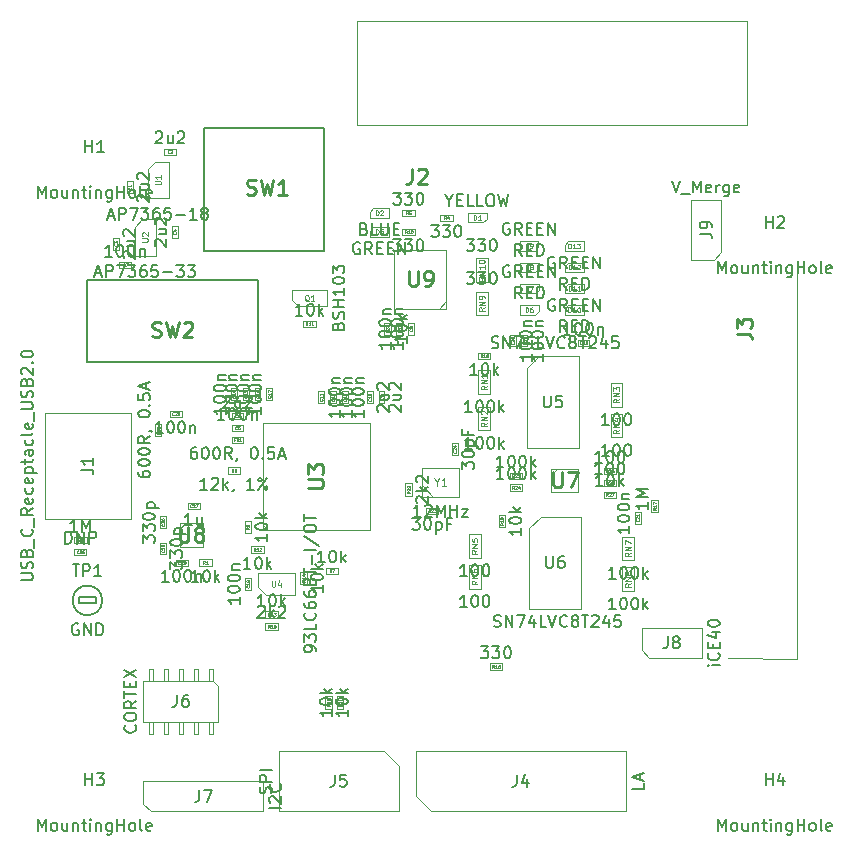
<source format=gbr>
%TF.GenerationSoftware,KiCad,Pcbnew,7.0.7*%
%TF.CreationDate,2024-05-31T12:22:19-07:00*%
%TF.ProjectId,Serberus,53657262-6572-4757-932e-6b696361645f,V2.2*%
%TF.SameCoordinates,Original*%
%TF.FileFunction,AssemblyDrawing,Top*%
%FSLAX46Y46*%
G04 Gerber Fmt 4.6, Leading zero omitted, Abs format (unit mm)*
G04 Created by KiCad (PCBNEW 7.0.7) date 2024-05-31 12:22:19*
%MOMM*%
%LPD*%
G01*
G04 APERTURE LIST*
%ADD10C,0.150000*%
%ADD11C,0.040000*%
%ADD12C,0.075000*%
%ADD13C,0.254000*%
%ADD14C,0.060000*%
%ADD15C,0.105000*%
%ADD16C,0.100000*%
%ADD17C,0.200000*%
G04 APERTURE END LIST*
D10*
X170054819Y-103285714D02*
X170054819Y-103857142D01*
X170054819Y-103571428D02*
X169054819Y-103571428D01*
X169054819Y-103571428D02*
X169197676Y-103666666D01*
X169197676Y-103666666D02*
X169292914Y-103761904D01*
X169292914Y-103761904D02*
X169340533Y-103857142D01*
X170054819Y-102857142D02*
X169054819Y-102857142D01*
X169054819Y-102857142D02*
X169769104Y-102523809D01*
X169769104Y-102523809D02*
X169054819Y-102190476D01*
X169054819Y-102190476D02*
X170054819Y-102190476D01*
D11*
X170718200Y-103767142D02*
X170594391Y-103853809D01*
X170718200Y-103915714D02*
X170458200Y-103915714D01*
X170458200Y-103915714D02*
X170458200Y-103816666D01*
X170458200Y-103816666D02*
X170470581Y-103791904D01*
X170470581Y-103791904D02*
X170482962Y-103779523D01*
X170482962Y-103779523D02*
X170507724Y-103767142D01*
X170507724Y-103767142D02*
X170544867Y-103767142D01*
X170544867Y-103767142D02*
X170569629Y-103779523D01*
X170569629Y-103779523D02*
X170582010Y-103791904D01*
X170582010Y-103791904D02*
X170594391Y-103816666D01*
X170594391Y-103816666D02*
X170594391Y-103915714D01*
X170718200Y-103519523D02*
X170718200Y-103668095D01*
X170718200Y-103593809D02*
X170458200Y-103593809D01*
X170458200Y-103593809D02*
X170495343Y-103618571D01*
X170495343Y-103618571D02*
X170520105Y-103643333D01*
X170520105Y-103643333D02*
X170532486Y-103668095D01*
X170458200Y-103432857D02*
X170458200Y-103259523D01*
X170458200Y-103259523D02*
X170718200Y-103370952D01*
D10*
X136404761Y-108924819D02*
X135833333Y-108924819D01*
X136119047Y-108924819D02*
X136119047Y-107924819D01*
X136119047Y-107924819D02*
X136023809Y-108067676D01*
X136023809Y-108067676D02*
X135928571Y-108162914D01*
X135928571Y-108162914D02*
X135833333Y-108210533D01*
X137023809Y-107924819D02*
X137119047Y-107924819D01*
X137119047Y-107924819D02*
X137214285Y-107972438D01*
X137214285Y-107972438D02*
X137261904Y-108020057D01*
X137261904Y-108020057D02*
X137309523Y-108115295D01*
X137309523Y-108115295D02*
X137357142Y-108305771D01*
X137357142Y-108305771D02*
X137357142Y-108543866D01*
X137357142Y-108543866D02*
X137309523Y-108734342D01*
X137309523Y-108734342D02*
X137261904Y-108829580D01*
X137261904Y-108829580D02*
X137214285Y-108877200D01*
X137214285Y-108877200D02*
X137119047Y-108924819D01*
X137119047Y-108924819D02*
X137023809Y-108924819D01*
X137023809Y-108924819D02*
X136928571Y-108877200D01*
X136928571Y-108877200D02*
X136880952Y-108829580D01*
X136880952Y-108829580D02*
X136833333Y-108734342D01*
X136833333Y-108734342D02*
X136785714Y-108543866D01*
X136785714Y-108543866D02*
X136785714Y-108305771D01*
X136785714Y-108305771D02*
X136833333Y-108115295D01*
X136833333Y-108115295D02*
X136880952Y-108020057D01*
X136880952Y-108020057D02*
X136928571Y-107972438D01*
X136928571Y-107972438D02*
X137023809Y-107924819D01*
X137785714Y-108924819D02*
X137785714Y-107924819D01*
X137880952Y-108543866D02*
X138166666Y-108924819D01*
X138166666Y-108258152D02*
X137785714Y-108639104D01*
D11*
X136832857Y-107418200D02*
X136746190Y-107294391D01*
X136684285Y-107418200D02*
X136684285Y-107158200D01*
X136684285Y-107158200D02*
X136783333Y-107158200D01*
X136783333Y-107158200D02*
X136808095Y-107170581D01*
X136808095Y-107170581D02*
X136820476Y-107182962D01*
X136820476Y-107182962D02*
X136832857Y-107207724D01*
X136832857Y-107207724D02*
X136832857Y-107244867D01*
X136832857Y-107244867D02*
X136820476Y-107269629D01*
X136820476Y-107269629D02*
X136808095Y-107282010D01*
X136808095Y-107282010D02*
X136783333Y-107294391D01*
X136783333Y-107294391D02*
X136684285Y-107294391D01*
X137080476Y-107418200D02*
X136931904Y-107418200D01*
X137006190Y-107418200D02*
X137006190Y-107158200D01*
X137006190Y-107158200D02*
X136981428Y-107195343D01*
X136981428Y-107195343D02*
X136956666Y-107220105D01*
X136956666Y-107220105D02*
X136931904Y-107232486D01*
X137179523Y-107182962D02*
X137191904Y-107170581D01*
X137191904Y-107170581D02*
X137216666Y-107158200D01*
X137216666Y-107158200D02*
X137278571Y-107158200D01*
X137278571Y-107158200D02*
X137303333Y-107170581D01*
X137303333Y-107170581D02*
X137315714Y-107182962D01*
X137315714Y-107182962D02*
X137328095Y-107207724D01*
X137328095Y-107207724D02*
X137328095Y-107232486D01*
X137328095Y-107232486D02*
X137315714Y-107269629D01*
X137315714Y-107269629D02*
X137167142Y-107418200D01*
X137167142Y-107418200D02*
X137328095Y-107418200D01*
D10*
X134195952Y-96294819D02*
X133624524Y-96294819D01*
X133910238Y-96294819D02*
X133910238Y-95294819D01*
X133910238Y-95294819D02*
X133815000Y-95437676D01*
X133815000Y-95437676D02*
X133719762Y-95532914D01*
X133719762Y-95532914D02*
X133624524Y-95580533D01*
X134815000Y-95294819D02*
X134910238Y-95294819D01*
X134910238Y-95294819D02*
X135005476Y-95342438D01*
X135005476Y-95342438D02*
X135053095Y-95390057D01*
X135053095Y-95390057D02*
X135100714Y-95485295D01*
X135100714Y-95485295D02*
X135148333Y-95675771D01*
X135148333Y-95675771D02*
X135148333Y-95913866D01*
X135148333Y-95913866D02*
X135100714Y-96104342D01*
X135100714Y-96104342D02*
X135053095Y-96199580D01*
X135053095Y-96199580D02*
X135005476Y-96247200D01*
X135005476Y-96247200D02*
X134910238Y-96294819D01*
X134910238Y-96294819D02*
X134815000Y-96294819D01*
X134815000Y-96294819D02*
X134719762Y-96247200D01*
X134719762Y-96247200D02*
X134672143Y-96199580D01*
X134672143Y-96199580D02*
X134624524Y-96104342D01*
X134624524Y-96104342D02*
X134576905Y-95913866D01*
X134576905Y-95913866D02*
X134576905Y-95675771D01*
X134576905Y-95675771D02*
X134624524Y-95485295D01*
X134624524Y-95485295D02*
X134672143Y-95390057D01*
X134672143Y-95390057D02*
X134719762Y-95342438D01*
X134719762Y-95342438D02*
X134815000Y-95294819D01*
X135767381Y-95294819D02*
X135862619Y-95294819D01*
X135862619Y-95294819D02*
X135957857Y-95342438D01*
X135957857Y-95342438D02*
X136005476Y-95390057D01*
X136005476Y-95390057D02*
X136053095Y-95485295D01*
X136053095Y-95485295D02*
X136100714Y-95675771D01*
X136100714Y-95675771D02*
X136100714Y-95913866D01*
X136100714Y-95913866D02*
X136053095Y-96104342D01*
X136053095Y-96104342D02*
X136005476Y-96199580D01*
X136005476Y-96199580D02*
X135957857Y-96247200D01*
X135957857Y-96247200D02*
X135862619Y-96294819D01*
X135862619Y-96294819D02*
X135767381Y-96294819D01*
X135767381Y-96294819D02*
X135672143Y-96247200D01*
X135672143Y-96247200D02*
X135624524Y-96199580D01*
X135624524Y-96199580D02*
X135576905Y-96104342D01*
X135576905Y-96104342D02*
X135529286Y-95913866D01*
X135529286Y-95913866D02*
X135529286Y-95675771D01*
X135529286Y-95675771D02*
X135576905Y-95485295D01*
X135576905Y-95485295D02*
X135624524Y-95390057D01*
X135624524Y-95390057D02*
X135672143Y-95342438D01*
X135672143Y-95342438D02*
X135767381Y-95294819D01*
X136529286Y-95628152D02*
X136529286Y-96294819D01*
X136529286Y-95723390D02*
X136576905Y-95675771D01*
X136576905Y-95675771D02*
X136672143Y-95628152D01*
X136672143Y-95628152D02*
X136815000Y-95628152D01*
X136815000Y-95628152D02*
X136910238Y-95675771D01*
X136910238Y-95675771D02*
X136957857Y-95771009D01*
X136957857Y-95771009D02*
X136957857Y-96294819D01*
D11*
X135273333Y-97089765D02*
X135261429Y-97101670D01*
X135261429Y-97101670D02*
X135225714Y-97113574D01*
X135225714Y-97113574D02*
X135201905Y-97113574D01*
X135201905Y-97113574D02*
X135166191Y-97101670D01*
X135166191Y-97101670D02*
X135142381Y-97077860D01*
X135142381Y-97077860D02*
X135130476Y-97054050D01*
X135130476Y-97054050D02*
X135118572Y-97006431D01*
X135118572Y-97006431D02*
X135118572Y-96970717D01*
X135118572Y-96970717D02*
X135130476Y-96923098D01*
X135130476Y-96923098D02*
X135142381Y-96899289D01*
X135142381Y-96899289D02*
X135166191Y-96875479D01*
X135166191Y-96875479D02*
X135201905Y-96863574D01*
X135201905Y-96863574D02*
X135225714Y-96863574D01*
X135225714Y-96863574D02*
X135261429Y-96875479D01*
X135261429Y-96875479D02*
X135273333Y-96887384D01*
X135499524Y-96863574D02*
X135380476Y-96863574D01*
X135380476Y-96863574D02*
X135368572Y-96982622D01*
X135368572Y-96982622D02*
X135380476Y-96970717D01*
X135380476Y-96970717D02*
X135404286Y-96958812D01*
X135404286Y-96958812D02*
X135463810Y-96958812D01*
X135463810Y-96958812D02*
X135487619Y-96970717D01*
X135487619Y-96970717D02*
X135499524Y-96982622D01*
X135499524Y-96982622D02*
X135511429Y-97006431D01*
X135511429Y-97006431D02*
X135511429Y-97065955D01*
X135511429Y-97065955D02*
X135499524Y-97089765D01*
X135499524Y-97089765D02*
X135487619Y-97101670D01*
X135487619Y-97101670D02*
X135463810Y-97113574D01*
X135463810Y-97113574D02*
X135404286Y-97113574D01*
X135404286Y-97113574D02*
X135380476Y-97101670D01*
X135380476Y-97101670D02*
X135368572Y-97089765D01*
D10*
X160214819Y-90719047D02*
X160214819Y-91290475D01*
X160214819Y-91004761D02*
X159214819Y-91004761D01*
X159214819Y-91004761D02*
X159357676Y-91099999D01*
X159357676Y-91099999D02*
X159452914Y-91195237D01*
X159452914Y-91195237D02*
X159500533Y-91290475D01*
X159214819Y-90099999D02*
X159214819Y-90004761D01*
X159214819Y-90004761D02*
X159262438Y-89909523D01*
X159262438Y-89909523D02*
X159310057Y-89861904D01*
X159310057Y-89861904D02*
X159405295Y-89814285D01*
X159405295Y-89814285D02*
X159595771Y-89766666D01*
X159595771Y-89766666D02*
X159833866Y-89766666D01*
X159833866Y-89766666D02*
X160024342Y-89814285D01*
X160024342Y-89814285D02*
X160119580Y-89861904D01*
X160119580Y-89861904D02*
X160167200Y-89909523D01*
X160167200Y-89909523D02*
X160214819Y-90004761D01*
X160214819Y-90004761D02*
X160214819Y-90099999D01*
X160214819Y-90099999D02*
X160167200Y-90195237D01*
X160167200Y-90195237D02*
X160119580Y-90242856D01*
X160119580Y-90242856D02*
X160024342Y-90290475D01*
X160024342Y-90290475D02*
X159833866Y-90338094D01*
X159833866Y-90338094D02*
X159595771Y-90338094D01*
X159595771Y-90338094D02*
X159405295Y-90290475D01*
X159405295Y-90290475D02*
X159310057Y-90242856D01*
X159310057Y-90242856D02*
X159262438Y-90195237D01*
X159262438Y-90195237D02*
X159214819Y-90099999D01*
X159214819Y-89147618D02*
X159214819Y-89052380D01*
X159214819Y-89052380D02*
X159262438Y-88957142D01*
X159262438Y-88957142D02*
X159310057Y-88909523D01*
X159310057Y-88909523D02*
X159405295Y-88861904D01*
X159405295Y-88861904D02*
X159595771Y-88814285D01*
X159595771Y-88814285D02*
X159833866Y-88814285D01*
X159833866Y-88814285D02*
X160024342Y-88861904D01*
X160024342Y-88861904D02*
X160119580Y-88909523D01*
X160119580Y-88909523D02*
X160167200Y-88957142D01*
X160167200Y-88957142D02*
X160214819Y-89052380D01*
X160214819Y-89052380D02*
X160214819Y-89147618D01*
X160214819Y-89147618D02*
X160167200Y-89242856D01*
X160167200Y-89242856D02*
X160119580Y-89290475D01*
X160119580Y-89290475D02*
X160024342Y-89338094D01*
X160024342Y-89338094D02*
X159833866Y-89385713D01*
X159833866Y-89385713D02*
X159595771Y-89385713D01*
X159595771Y-89385713D02*
X159405295Y-89338094D01*
X159405295Y-89338094D02*
X159310057Y-89290475D01*
X159310057Y-89290475D02*
X159262438Y-89242856D01*
X159262438Y-89242856D02*
X159214819Y-89147618D01*
X159548152Y-88385713D02*
X160214819Y-88385713D01*
X159643390Y-88385713D02*
X159595771Y-88338094D01*
X159595771Y-88338094D02*
X159548152Y-88242856D01*
X159548152Y-88242856D02*
X159548152Y-88099999D01*
X159548152Y-88099999D02*
X159595771Y-88004761D01*
X159595771Y-88004761D02*
X159691009Y-87957142D01*
X159691009Y-87957142D02*
X160214819Y-87957142D01*
D11*
X158689765Y-89760714D02*
X158701670Y-89772618D01*
X158701670Y-89772618D02*
X158713574Y-89808333D01*
X158713574Y-89808333D02*
X158713574Y-89832142D01*
X158713574Y-89832142D02*
X158701670Y-89867856D01*
X158701670Y-89867856D02*
X158677860Y-89891666D01*
X158677860Y-89891666D02*
X158654050Y-89903571D01*
X158654050Y-89903571D02*
X158606431Y-89915475D01*
X158606431Y-89915475D02*
X158570717Y-89915475D01*
X158570717Y-89915475D02*
X158523098Y-89903571D01*
X158523098Y-89903571D02*
X158499289Y-89891666D01*
X158499289Y-89891666D02*
X158475479Y-89867856D01*
X158475479Y-89867856D02*
X158463574Y-89832142D01*
X158463574Y-89832142D02*
X158463574Y-89808333D01*
X158463574Y-89808333D02*
X158475479Y-89772618D01*
X158475479Y-89772618D02*
X158487384Y-89760714D01*
X158487384Y-89665475D02*
X158475479Y-89653571D01*
X158475479Y-89653571D02*
X158463574Y-89629761D01*
X158463574Y-89629761D02*
X158463574Y-89570237D01*
X158463574Y-89570237D02*
X158475479Y-89546428D01*
X158475479Y-89546428D02*
X158487384Y-89534523D01*
X158487384Y-89534523D02*
X158511193Y-89522618D01*
X158511193Y-89522618D02*
X158535003Y-89522618D01*
X158535003Y-89522618D02*
X158570717Y-89534523D01*
X158570717Y-89534523D02*
X158713574Y-89677380D01*
X158713574Y-89677380D02*
X158713574Y-89522618D01*
X158463574Y-89367857D02*
X158463574Y-89344047D01*
X158463574Y-89344047D02*
X158475479Y-89320238D01*
X158475479Y-89320238D02*
X158487384Y-89308333D01*
X158487384Y-89308333D02*
X158511193Y-89296428D01*
X158511193Y-89296428D02*
X158558812Y-89284523D01*
X158558812Y-89284523D02*
X158618336Y-89284523D01*
X158618336Y-89284523D02*
X158665955Y-89296428D01*
X158665955Y-89296428D02*
X158689765Y-89308333D01*
X158689765Y-89308333D02*
X158701670Y-89320238D01*
X158701670Y-89320238D02*
X158713574Y-89344047D01*
X158713574Y-89344047D02*
X158713574Y-89367857D01*
X158713574Y-89367857D02*
X158701670Y-89391666D01*
X158701670Y-89391666D02*
X158689765Y-89403571D01*
X158689765Y-89403571D02*
X158665955Y-89415476D01*
X158665955Y-89415476D02*
X158618336Y-89427380D01*
X158618336Y-89427380D02*
X158558812Y-89427380D01*
X158558812Y-89427380D02*
X158511193Y-89415476D01*
X158511193Y-89415476D02*
X158487384Y-89403571D01*
X158487384Y-89403571D02*
X158475479Y-89391666D01*
X158475479Y-89391666D02*
X158463574Y-89367857D01*
D10*
X125710057Y-82614285D02*
X125662438Y-82566666D01*
X125662438Y-82566666D02*
X125614819Y-82471428D01*
X125614819Y-82471428D02*
X125614819Y-82233333D01*
X125614819Y-82233333D02*
X125662438Y-82138095D01*
X125662438Y-82138095D02*
X125710057Y-82090476D01*
X125710057Y-82090476D02*
X125805295Y-82042857D01*
X125805295Y-82042857D02*
X125900533Y-82042857D01*
X125900533Y-82042857D02*
X126043390Y-82090476D01*
X126043390Y-82090476D02*
X126614819Y-82661904D01*
X126614819Y-82661904D02*
X126614819Y-82042857D01*
X125948152Y-81185714D02*
X126614819Y-81185714D01*
X125948152Y-81614285D02*
X126471961Y-81614285D01*
X126471961Y-81614285D02*
X126567200Y-81566666D01*
X126567200Y-81566666D02*
X126614819Y-81471428D01*
X126614819Y-81471428D02*
X126614819Y-81328571D01*
X126614819Y-81328571D02*
X126567200Y-81233333D01*
X126567200Y-81233333D02*
X126519580Y-81185714D01*
X125710057Y-80757142D02*
X125662438Y-80709523D01*
X125662438Y-80709523D02*
X125614819Y-80614285D01*
X125614819Y-80614285D02*
X125614819Y-80376190D01*
X125614819Y-80376190D02*
X125662438Y-80280952D01*
X125662438Y-80280952D02*
X125710057Y-80233333D01*
X125710057Y-80233333D02*
X125805295Y-80185714D01*
X125805295Y-80185714D02*
X125900533Y-80185714D01*
X125900533Y-80185714D02*
X126043390Y-80233333D01*
X126043390Y-80233333D02*
X126614819Y-80804761D01*
X126614819Y-80804761D02*
X126614819Y-80185714D01*
D11*
X125089765Y-81441666D02*
X125101670Y-81453570D01*
X125101670Y-81453570D02*
X125113574Y-81489285D01*
X125113574Y-81489285D02*
X125113574Y-81513094D01*
X125113574Y-81513094D02*
X125101670Y-81548808D01*
X125101670Y-81548808D02*
X125077860Y-81572618D01*
X125077860Y-81572618D02*
X125054050Y-81584523D01*
X125054050Y-81584523D02*
X125006431Y-81596427D01*
X125006431Y-81596427D02*
X124970717Y-81596427D01*
X124970717Y-81596427D02*
X124923098Y-81584523D01*
X124923098Y-81584523D02*
X124899289Y-81572618D01*
X124899289Y-81572618D02*
X124875479Y-81548808D01*
X124875479Y-81548808D02*
X124863574Y-81513094D01*
X124863574Y-81513094D02*
X124863574Y-81489285D01*
X124863574Y-81489285D02*
X124875479Y-81453570D01*
X124875479Y-81453570D02*
X124887384Y-81441666D01*
X124863574Y-81358332D02*
X124863574Y-81203570D01*
X124863574Y-81203570D02*
X124958812Y-81286904D01*
X124958812Y-81286904D02*
X124958812Y-81251189D01*
X124958812Y-81251189D02*
X124970717Y-81227380D01*
X124970717Y-81227380D02*
X124982622Y-81215475D01*
X124982622Y-81215475D02*
X125006431Y-81203570D01*
X125006431Y-81203570D02*
X125065955Y-81203570D01*
X125065955Y-81203570D02*
X125089765Y-81215475D01*
X125089765Y-81215475D02*
X125101670Y-81227380D01*
X125101670Y-81227380D02*
X125113574Y-81251189D01*
X125113574Y-81251189D02*
X125113574Y-81322618D01*
X125113574Y-81322618D02*
X125101670Y-81346427D01*
X125101670Y-81346427D02*
X125089765Y-81358332D01*
D10*
X154733333Y-112154819D02*
X154161905Y-112154819D01*
X154447619Y-112154819D02*
X154447619Y-111154819D01*
X154447619Y-111154819D02*
X154352381Y-111297676D01*
X154352381Y-111297676D02*
X154257143Y-111392914D01*
X154257143Y-111392914D02*
X154161905Y-111440533D01*
X155352381Y-111154819D02*
X155447619Y-111154819D01*
X155447619Y-111154819D02*
X155542857Y-111202438D01*
X155542857Y-111202438D02*
X155590476Y-111250057D01*
X155590476Y-111250057D02*
X155638095Y-111345295D01*
X155638095Y-111345295D02*
X155685714Y-111535771D01*
X155685714Y-111535771D02*
X155685714Y-111773866D01*
X155685714Y-111773866D02*
X155638095Y-111964342D01*
X155638095Y-111964342D02*
X155590476Y-112059580D01*
X155590476Y-112059580D02*
X155542857Y-112107200D01*
X155542857Y-112107200D02*
X155447619Y-112154819D01*
X155447619Y-112154819D02*
X155352381Y-112154819D01*
X155352381Y-112154819D02*
X155257143Y-112107200D01*
X155257143Y-112107200D02*
X155209524Y-112059580D01*
X155209524Y-112059580D02*
X155161905Y-111964342D01*
X155161905Y-111964342D02*
X155114286Y-111773866D01*
X155114286Y-111773866D02*
X155114286Y-111535771D01*
X155114286Y-111535771D02*
X155161905Y-111345295D01*
X155161905Y-111345295D02*
X155209524Y-111250057D01*
X155209524Y-111250057D02*
X155257143Y-111202438D01*
X155257143Y-111202438D02*
X155352381Y-111154819D01*
X156304762Y-111154819D02*
X156400000Y-111154819D01*
X156400000Y-111154819D02*
X156495238Y-111202438D01*
X156495238Y-111202438D02*
X156542857Y-111250057D01*
X156542857Y-111250057D02*
X156590476Y-111345295D01*
X156590476Y-111345295D02*
X156638095Y-111535771D01*
X156638095Y-111535771D02*
X156638095Y-111773866D01*
X156638095Y-111773866D02*
X156590476Y-111964342D01*
X156590476Y-111964342D02*
X156542857Y-112059580D01*
X156542857Y-112059580D02*
X156495238Y-112107200D01*
X156495238Y-112107200D02*
X156400000Y-112154819D01*
X156400000Y-112154819D02*
X156304762Y-112154819D01*
X156304762Y-112154819D02*
X156209524Y-112107200D01*
X156209524Y-112107200D02*
X156161905Y-112059580D01*
X156161905Y-112059580D02*
X156114286Y-111964342D01*
X156114286Y-111964342D02*
X156066667Y-111773866D01*
X156066667Y-111773866D02*
X156066667Y-111535771D01*
X156066667Y-111535771D02*
X156114286Y-111345295D01*
X156114286Y-111345295D02*
X156161905Y-111250057D01*
X156161905Y-111250057D02*
X156209524Y-111202438D01*
X156209524Y-111202438D02*
X156304762Y-111154819D01*
D12*
X155627409Y-109945238D02*
X155389314Y-110111904D01*
X155627409Y-110230952D02*
X155127409Y-110230952D01*
X155127409Y-110230952D02*
X155127409Y-110040476D01*
X155127409Y-110040476D02*
X155151219Y-109992857D01*
X155151219Y-109992857D02*
X155175028Y-109969047D01*
X155175028Y-109969047D02*
X155222647Y-109945238D01*
X155222647Y-109945238D02*
X155294076Y-109945238D01*
X155294076Y-109945238D02*
X155341695Y-109969047D01*
X155341695Y-109969047D02*
X155365504Y-109992857D01*
X155365504Y-109992857D02*
X155389314Y-110040476D01*
X155389314Y-110040476D02*
X155389314Y-110230952D01*
X155627409Y-109730952D02*
X155127409Y-109730952D01*
X155127409Y-109730952D02*
X155627409Y-109445238D01*
X155627409Y-109445238D02*
X155127409Y-109445238D01*
X155127409Y-108992856D02*
X155127409Y-109088094D01*
X155127409Y-109088094D02*
X155151219Y-109135713D01*
X155151219Y-109135713D02*
X155175028Y-109159523D01*
X155175028Y-109159523D02*
X155246457Y-109207142D01*
X155246457Y-109207142D02*
X155341695Y-109230951D01*
X155341695Y-109230951D02*
X155532171Y-109230951D01*
X155532171Y-109230951D02*
X155579790Y-109207142D01*
X155579790Y-109207142D02*
X155603600Y-109183332D01*
X155603600Y-109183332D02*
X155627409Y-109135713D01*
X155627409Y-109135713D02*
X155627409Y-109040475D01*
X155627409Y-109040475D02*
X155603600Y-108992856D01*
X155603600Y-108992856D02*
X155579790Y-108969047D01*
X155579790Y-108969047D02*
X155532171Y-108945237D01*
X155532171Y-108945237D02*
X155413123Y-108945237D01*
X155413123Y-108945237D02*
X155365504Y-108969047D01*
X155365504Y-108969047D02*
X155341695Y-108992856D01*
X155341695Y-108992856D02*
X155317885Y-109040475D01*
X155317885Y-109040475D02*
X155317885Y-109135713D01*
X155317885Y-109135713D02*
X155341695Y-109183332D01*
X155341695Y-109183332D02*
X155365504Y-109207142D01*
X155365504Y-109207142D02*
X155413123Y-109230951D01*
D10*
X121838095Y-113602438D02*
X121742857Y-113554819D01*
X121742857Y-113554819D02*
X121600000Y-113554819D01*
X121600000Y-113554819D02*
X121457143Y-113602438D01*
X121457143Y-113602438D02*
X121361905Y-113697676D01*
X121361905Y-113697676D02*
X121314286Y-113792914D01*
X121314286Y-113792914D02*
X121266667Y-113983390D01*
X121266667Y-113983390D02*
X121266667Y-114126247D01*
X121266667Y-114126247D02*
X121314286Y-114316723D01*
X121314286Y-114316723D02*
X121361905Y-114411961D01*
X121361905Y-114411961D02*
X121457143Y-114507200D01*
X121457143Y-114507200D02*
X121600000Y-114554819D01*
X121600000Y-114554819D02*
X121695238Y-114554819D01*
X121695238Y-114554819D02*
X121838095Y-114507200D01*
X121838095Y-114507200D02*
X121885714Y-114459580D01*
X121885714Y-114459580D02*
X121885714Y-114126247D01*
X121885714Y-114126247D02*
X121695238Y-114126247D01*
X122314286Y-114554819D02*
X122314286Y-113554819D01*
X122314286Y-113554819D02*
X122885714Y-114554819D01*
X122885714Y-114554819D02*
X122885714Y-113554819D01*
X123361905Y-114554819D02*
X123361905Y-113554819D01*
X123361905Y-113554819D02*
X123600000Y-113554819D01*
X123600000Y-113554819D02*
X123742857Y-113602438D01*
X123742857Y-113602438D02*
X123838095Y-113697676D01*
X123838095Y-113697676D02*
X123885714Y-113792914D01*
X123885714Y-113792914D02*
X123933333Y-113983390D01*
X123933333Y-113983390D02*
X123933333Y-114126247D01*
X123933333Y-114126247D02*
X123885714Y-114316723D01*
X123885714Y-114316723D02*
X123838095Y-114411961D01*
X123838095Y-114411961D02*
X123742857Y-114507200D01*
X123742857Y-114507200D02*
X123600000Y-114554819D01*
X123600000Y-114554819D02*
X123361905Y-114554819D01*
X121338095Y-108554819D02*
X121909523Y-108554819D01*
X121623809Y-109554819D02*
X121623809Y-108554819D01*
X122242857Y-109554819D02*
X122242857Y-108554819D01*
X122242857Y-108554819D02*
X122623809Y-108554819D01*
X122623809Y-108554819D02*
X122719047Y-108602438D01*
X122719047Y-108602438D02*
X122766666Y-108650057D01*
X122766666Y-108650057D02*
X122814285Y-108745295D01*
X122814285Y-108745295D02*
X122814285Y-108888152D01*
X122814285Y-108888152D02*
X122766666Y-108983390D01*
X122766666Y-108983390D02*
X122719047Y-109031009D01*
X122719047Y-109031009D02*
X122623809Y-109078628D01*
X122623809Y-109078628D02*
X122242857Y-109078628D01*
X123766666Y-109554819D02*
X123195238Y-109554819D01*
X123480952Y-109554819D02*
X123480952Y-108554819D01*
X123480952Y-108554819D02*
X123385714Y-108697676D01*
X123385714Y-108697676D02*
X123290476Y-108792914D01*
X123290476Y-108792914D02*
X123195238Y-108840533D01*
X136294819Y-95239047D02*
X136294819Y-95810475D01*
X136294819Y-95524761D02*
X135294819Y-95524761D01*
X135294819Y-95524761D02*
X135437676Y-95619999D01*
X135437676Y-95619999D02*
X135532914Y-95715237D01*
X135532914Y-95715237D02*
X135580533Y-95810475D01*
X135294819Y-94619999D02*
X135294819Y-94524761D01*
X135294819Y-94524761D02*
X135342438Y-94429523D01*
X135342438Y-94429523D02*
X135390057Y-94381904D01*
X135390057Y-94381904D02*
X135485295Y-94334285D01*
X135485295Y-94334285D02*
X135675771Y-94286666D01*
X135675771Y-94286666D02*
X135913866Y-94286666D01*
X135913866Y-94286666D02*
X136104342Y-94334285D01*
X136104342Y-94334285D02*
X136199580Y-94381904D01*
X136199580Y-94381904D02*
X136247200Y-94429523D01*
X136247200Y-94429523D02*
X136294819Y-94524761D01*
X136294819Y-94524761D02*
X136294819Y-94619999D01*
X136294819Y-94619999D02*
X136247200Y-94715237D01*
X136247200Y-94715237D02*
X136199580Y-94762856D01*
X136199580Y-94762856D02*
X136104342Y-94810475D01*
X136104342Y-94810475D02*
X135913866Y-94858094D01*
X135913866Y-94858094D02*
X135675771Y-94858094D01*
X135675771Y-94858094D02*
X135485295Y-94810475D01*
X135485295Y-94810475D02*
X135390057Y-94762856D01*
X135390057Y-94762856D02*
X135342438Y-94715237D01*
X135342438Y-94715237D02*
X135294819Y-94619999D01*
X135294819Y-93667618D02*
X135294819Y-93572380D01*
X135294819Y-93572380D02*
X135342438Y-93477142D01*
X135342438Y-93477142D02*
X135390057Y-93429523D01*
X135390057Y-93429523D02*
X135485295Y-93381904D01*
X135485295Y-93381904D02*
X135675771Y-93334285D01*
X135675771Y-93334285D02*
X135913866Y-93334285D01*
X135913866Y-93334285D02*
X136104342Y-93381904D01*
X136104342Y-93381904D02*
X136199580Y-93429523D01*
X136199580Y-93429523D02*
X136247200Y-93477142D01*
X136247200Y-93477142D02*
X136294819Y-93572380D01*
X136294819Y-93572380D02*
X136294819Y-93667618D01*
X136294819Y-93667618D02*
X136247200Y-93762856D01*
X136247200Y-93762856D02*
X136199580Y-93810475D01*
X136199580Y-93810475D02*
X136104342Y-93858094D01*
X136104342Y-93858094D02*
X135913866Y-93905713D01*
X135913866Y-93905713D02*
X135675771Y-93905713D01*
X135675771Y-93905713D02*
X135485295Y-93858094D01*
X135485295Y-93858094D02*
X135390057Y-93810475D01*
X135390057Y-93810475D02*
X135342438Y-93762856D01*
X135342438Y-93762856D02*
X135294819Y-93667618D01*
X135628152Y-92905713D02*
X136294819Y-92905713D01*
X135723390Y-92905713D02*
X135675771Y-92858094D01*
X135675771Y-92858094D02*
X135628152Y-92762856D01*
X135628152Y-92762856D02*
X135628152Y-92619999D01*
X135628152Y-92619999D02*
X135675771Y-92524761D01*
X135675771Y-92524761D02*
X135771009Y-92477142D01*
X135771009Y-92477142D02*
X136294819Y-92477142D01*
D11*
X137089765Y-94280714D02*
X137101670Y-94292618D01*
X137101670Y-94292618D02*
X137113574Y-94328333D01*
X137113574Y-94328333D02*
X137113574Y-94352142D01*
X137113574Y-94352142D02*
X137101670Y-94387856D01*
X137101670Y-94387856D02*
X137077860Y-94411666D01*
X137077860Y-94411666D02*
X137054050Y-94423571D01*
X137054050Y-94423571D02*
X137006431Y-94435475D01*
X137006431Y-94435475D02*
X136970717Y-94435475D01*
X136970717Y-94435475D02*
X136923098Y-94423571D01*
X136923098Y-94423571D02*
X136899289Y-94411666D01*
X136899289Y-94411666D02*
X136875479Y-94387856D01*
X136875479Y-94387856D02*
X136863574Y-94352142D01*
X136863574Y-94352142D02*
X136863574Y-94328333D01*
X136863574Y-94328333D02*
X136875479Y-94292618D01*
X136875479Y-94292618D02*
X136887384Y-94280714D01*
X137113574Y-94042618D02*
X137113574Y-94185475D01*
X137113574Y-94114047D02*
X136863574Y-94114047D01*
X136863574Y-94114047D02*
X136899289Y-94137856D01*
X136899289Y-94137856D02*
X136923098Y-94161666D01*
X136923098Y-94161666D02*
X136935003Y-94185475D01*
X136863574Y-93828333D02*
X136863574Y-93875952D01*
X136863574Y-93875952D02*
X136875479Y-93899761D01*
X136875479Y-93899761D02*
X136887384Y-93911666D01*
X136887384Y-93911666D02*
X136923098Y-93935476D01*
X136923098Y-93935476D02*
X136970717Y-93947380D01*
X136970717Y-93947380D02*
X137065955Y-93947380D01*
X137065955Y-93947380D02*
X137089765Y-93935476D01*
X137089765Y-93935476D02*
X137101670Y-93923571D01*
X137101670Y-93923571D02*
X137113574Y-93899761D01*
X137113574Y-93899761D02*
X137113574Y-93852142D01*
X137113574Y-93852142D02*
X137101670Y-93828333D01*
X137101670Y-93828333D02*
X137089765Y-93816428D01*
X137089765Y-93816428D02*
X137065955Y-93804523D01*
X137065955Y-93804523D02*
X137006431Y-93804523D01*
X137006431Y-93804523D02*
X136982622Y-93816428D01*
X136982622Y-93816428D02*
X136970717Y-93828333D01*
X136970717Y-93828333D02*
X136958812Y-93852142D01*
X136958812Y-93852142D02*
X136958812Y-93899761D01*
X136958812Y-93899761D02*
X136970717Y-93923571D01*
X136970717Y-93923571D02*
X136982622Y-93935476D01*
X136982622Y-93935476D02*
X137006431Y-93947380D01*
D13*
X162057380Y-100754318D02*
X162057380Y-101782413D01*
X162057380Y-101782413D02*
X162117857Y-101903365D01*
X162117857Y-101903365D02*
X162178333Y-101963842D01*
X162178333Y-101963842D02*
X162299285Y-102024318D01*
X162299285Y-102024318D02*
X162541190Y-102024318D01*
X162541190Y-102024318D02*
X162662142Y-101963842D01*
X162662142Y-101963842D02*
X162722619Y-101903365D01*
X162722619Y-101903365D02*
X162783095Y-101782413D01*
X162783095Y-101782413D02*
X162783095Y-100754318D01*
X163266904Y-100754318D02*
X164113571Y-100754318D01*
X164113571Y-100754318D02*
X163569285Y-102024318D01*
D10*
X141954819Y-115890475D02*
X141954819Y-115699999D01*
X141954819Y-115699999D02*
X141907200Y-115604761D01*
X141907200Y-115604761D02*
X141859580Y-115557142D01*
X141859580Y-115557142D02*
X141716723Y-115461904D01*
X141716723Y-115461904D02*
X141526247Y-115414285D01*
X141526247Y-115414285D02*
X141145295Y-115414285D01*
X141145295Y-115414285D02*
X141050057Y-115461904D01*
X141050057Y-115461904D02*
X141002438Y-115509523D01*
X141002438Y-115509523D02*
X140954819Y-115604761D01*
X140954819Y-115604761D02*
X140954819Y-115795237D01*
X140954819Y-115795237D02*
X141002438Y-115890475D01*
X141002438Y-115890475D02*
X141050057Y-115938094D01*
X141050057Y-115938094D02*
X141145295Y-115985713D01*
X141145295Y-115985713D02*
X141383390Y-115985713D01*
X141383390Y-115985713D02*
X141478628Y-115938094D01*
X141478628Y-115938094D02*
X141526247Y-115890475D01*
X141526247Y-115890475D02*
X141573866Y-115795237D01*
X141573866Y-115795237D02*
X141573866Y-115604761D01*
X141573866Y-115604761D02*
X141526247Y-115509523D01*
X141526247Y-115509523D02*
X141478628Y-115461904D01*
X141478628Y-115461904D02*
X141383390Y-115414285D01*
X140954819Y-115080951D02*
X140954819Y-114461904D01*
X140954819Y-114461904D02*
X141335771Y-114795237D01*
X141335771Y-114795237D02*
X141335771Y-114652380D01*
X141335771Y-114652380D02*
X141383390Y-114557142D01*
X141383390Y-114557142D02*
X141431009Y-114509523D01*
X141431009Y-114509523D02*
X141526247Y-114461904D01*
X141526247Y-114461904D02*
X141764342Y-114461904D01*
X141764342Y-114461904D02*
X141859580Y-114509523D01*
X141859580Y-114509523D02*
X141907200Y-114557142D01*
X141907200Y-114557142D02*
X141954819Y-114652380D01*
X141954819Y-114652380D02*
X141954819Y-114938094D01*
X141954819Y-114938094D02*
X141907200Y-115033332D01*
X141907200Y-115033332D02*
X141859580Y-115080951D01*
X141954819Y-113557142D02*
X141954819Y-114033332D01*
X141954819Y-114033332D02*
X140954819Y-114033332D01*
X141859580Y-112652380D02*
X141907200Y-112699999D01*
X141907200Y-112699999D02*
X141954819Y-112842856D01*
X141954819Y-112842856D02*
X141954819Y-112938094D01*
X141954819Y-112938094D02*
X141907200Y-113080951D01*
X141907200Y-113080951D02*
X141811961Y-113176189D01*
X141811961Y-113176189D02*
X141716723Y-113223808D01*
X141716723Y-113223808D02*
X141526247Y-113271427D01*
X141526247Y-113271427D02*
X141383390Y-113271427D01*
X141383390Y-113271427D02*
X141192914Y-113223808D01*
X141192914Y-113223808D02*
X141097676Y-113176189D01*
X141097676Y-113176189D02*
X141002438Y-113080951D01*
X141002438Y-113080951D02*
X140954819Y-112938094D01*
X140954819Y-112938094D02*
X140954819Y-112842856D01*
X140954819Y-112842856D02*
X141002438Y-112699999D01*
X141002438Y-112699999D02*
X141050057Y-112652380D01*
X140954819Y-111795237D02*
X140954819Y-111985713D01*
X140954819Y-111985713D02*
X141002438Y-112080951D01*
X141002438Y-112080951D02*
X141050057Y-112128570D01*
X141050057Y-112128570D02*
X141192914Y-112223808D01*
X141192914Y-112223808D02*
X141383390Y-112271427D01*
X141383390Y-112271427D02*
X141764342Y-112271427D01*
X141764342Y-112271427D02*
X141859580Y-112223808D01*
X141859580Y-112223808D02*
X141907200Y-112176189D01*
X141907200Y-112176189D02*
X141954819Y-112080951D01*
X141954819Y-112080951D02*
X141954819Y-111890475D01*
X141954819Y-111890475D02*
X141907200Y-111795237D01*
X141907200Y-111795237D02*
X141859580Y-111747618D01*
X141859580Y-111747618D02*
X141764342Y-111699999D01*
X141764342Y-111699999D02*
X141526247Y-111699999D01*
X141526247Y-111699999D02*
X141431009Y-111747618D01*
X141431009Y-111747618D02*
X141383390Y-111795237D01*
X141383390Y-111795237D02*
X141335771Y-111890475D01*
X141335771Y-111890475D02*
X141335771Y-112080951D01*
X141335771Y-112080951D02*
X141383390Y-112176189D01*
X141383390Y-112176189D02*
X141431009Y-112223808D01*
X141431009Y-112223808D02*
X141526247Y-112271427D01*
X140954819Y-110842856D02*
X140954819Y-111033332D01*
X140954819Y-111033332D02*
X141002438Y-111128570D01*
X141002438Y-111128570D02*
X141050057Y-111176189D01*
X141050057Y-111176189D02*
X141192914Y-111271427D01*
X141192914Y-111271427D02*
X141383390Y-111319046D01*
X141383390Y-111319046D02*
X141764342Y-111319046D01*
X141764342Y-111319046D02*
X141859580Y-111271427D01*
X141859580Y-111271427D02*
X141907200Y-111223808D01*
X141907200Y-111223808D02*
X141954819Y-111128570D01*
X141954819Y-111128570D02*
X141954819Y-110938094D01*
X141954819Y-110938094D02*
X141907200Y-110842856D01*
X141907200Y-110842856D02*
X141859580Y-110795237D01*
X141859580Y-110795237D02*
X141764342Y-110747618D01*
X141764342Y-110747618D02*
X141526247Y-110747618D01*
X141526247Y-110747618D02*
X141431009Y-110795237D01*
X141431009Y-110795237D02*
X141383390Y-110842856D01*
X141383390Y-110842856D02*
X141335771Y-110938094D01*
X141335771Y-110938094D02*
X141335771Y-111128570D01*
X141335771Y-111128570D02*
X141383390Y-111223808D01*
X141383390Y-111223808D02*
X141431009Y-111271427D01*
X141431009Y-111271427D02*
X141526247Y-111319046D01*
X141431009Y-109985713D02*
X141478628Y-109842856D01*
X141478628Y-109842856D02*
X141526247Y-109795237D01*
X141526247Y-109795237D02*
X141621485Y-109747618D01*
X141621485Y-109747618D02*
X141764342Y-109747618D01*
X141764342Y-109747618D02*
X141859580Y-109795237D01*
X141859580Y-109795237D02*
X141907200Y-109842856D01*
X141907200Y-109842856D02*
X141954819Y-109938094D01*
X141954819Y-109938094D02*
X141954819Y-110319046D01*
X141954819Y-110319046D02*
X140954819Y-110319046D01*
X140954819Y-110319046D02*
X140954819Y-109985713D01*
X140954819Y-109985713D02*
X141002438Y-109890475D01*
X141002438Y-109890475D02*
X141050057Y-109842856D01*
X141050057Y-109842856D02*
X141145295Y-109795237D01*
X141145295Y-109795237D02*
X141240533Y-109795237D01*
X141240533Y-109795237D02*
X141335771Y-109842856D01*
X141335771Y-109842856D02*
X141383390Y-109890475D01*
X141383390Y-109890475D02*
X141431009Y-109985713D01*
X141431009Y-109985713D02*
X141431009Y-110319046D01*
X140954819Y-109461903D02*
X140954819Y-108890475D01*
X141954819Y-109176189D02*
X140954819Y-109176189D01*
X141573866Y-108557141D02*
X141573866Y-107795237D01*
X141954819Y-107319046D02*
X140954819Y-107319046D01*
X140907200Y-106128571D02*
X142192914Y-106985713D01*
X140954819Y-105604761D02*
X140954819Y-105414285D01*
X140954819Y-105414285D02*
X141002438Y-105319047D01*
X141002438Y-105319047D02*
X141097676Y-105223809D01*
X141097676Y-105223809D02*
X141288152Y-105176190D01*
X141288152Y-105176190D02*
X141621485Y-105176190D01*
X141621485Y-105176190D02*
X141811961Y-105223809D01*
X141811961Y-105223809D02*
X141907200Y-105319047D01*
X141907200Y-105319047D02*
X141954819Y-105414285D01*
X141954819Y-105414285D02*
X141954819Y-105604761D01*
X141954819Y-105604761D02*
X141907200Y-105699999D01*
X141907200Y-105699999D02*
X141811961Y-105795237D01*
X141811961Y-105795237D02*
X141621485Y-105842856D01*
X141621485Y-105842856D02*
X141288152Y-105842856D01*
X141288152Y-105842856D02*
X141097676Y-105795237D01*
X141097676Y-105795237D02*
X141002438Y-105699999D01*
X141002438Y-105699999D02*
X140954819Y-105604761D01*
X140954819Y-104890475D02*
X140954819Y-104319047D01*
X141954819Y-104604761D02*
X140954819Y-104604761D01*
D12*
X138219047Y-109927409D02*
X138219047Y-110332171D01*
X138219047Y-110332171D02*
X138242857Y-110379790D01*
X138242857Y-110379790D02*
X138266666Y-110403600D01*
X138266666Y-110403600D02*
X138314285Y-110427409D01*
X138314285Y-110427409D02*
X138409523Y-110427409D01*
X138409523Y-110427409D02*
X138457142Y-110403600D01*
X138457142Y-110403600D02*
X138480952Y-110379790D01*
X138480952Y-110379790D02*
X138504761Y-110332171D01*
X138504761Y-110332171D02*
X138504761Y-109927409D01*
X138957143Y-110094076D02*
X138957143Y-110427409D01*
X138838095Y-109903600D02*
X138719048Y-110260742D01*
X138719048Y-110260742D02*
X139028571Y-110260742D01*
D10*
X166158333Y-100934819D02*
X165586905Y-100934819D01*
X165872619Y-100934819D02*
X165872619Y-99934819D01*
X165872619Y-99934819D02*
X165777381Y-100077676D01*
X165777381Y-100077676D02*
X165682143Y-100172914D01*
X165682143Y-100172914D02*
X165586905Y-100220533D01*
X166777381Y-99934819D02*
X166872619Y-99934819D01*
X166872619Y-99934819D02*
X166967857Y-99982438D01*
X166967857Y-99982438D02*
X167015476Y-100030057D01*
X167015476Y-100030057D02*
X167063095Y-100125295D01*
X167063095Y-100125295D02*
X167110714Y-100315771D01*
X167110714Y-100315771D02*
X167110714Y-100553866D01*
X167110714Y-100553866D02*
X167063095Y-100744342D01*
X167063095Y-100744342D02*
X167015476Y-100839580D01*
X167015476Y-100839580D02*
X166967857Y-100887200D01*
X166967857Y-100887200D02*
X166872619Y-100934819D01*
X166872619Y-100934819D02*
X166777381Y-100934819D01*
X166777381Y-100934819D02*
X166682143Y-100887200D01*
X166682143Y-100887200D02*
X166634524Y-100839580D01*
X166634524Y-100839580D02*
X166586905Y-100744342D01*
X166586905Y-100744342D02*
X166539286Y-100553866D01*
X166539286Y-100553866D02*
X166539286Y-100315771D01*
X166539286Y-100315771D02*
X166586905Y-100125295D01*
X166586905Y-100125295D02*
X166634524Y-100030057D01*
X166634524Y-100030057D02*
X166682143Y-99982438D01*
X166682143Y-99982438D02*
X166777381Y-99934819D01*
X167729762Y-99934819D02*
X167825000Y-99934819D01*
X167825000Y-99934819D02*
X167920238Y-99982438D01*
X167920238Y-99982438D02*
X167967857Y-100030057D01*
X167967857Y-100030057D02*
X168015476Y-100125295D01*
X168015476Y-100125295D02*
X168063095Y-100315771D01*
X168063095Y-100315771D02*
X168063095Y-100553866D01*
X168063095Y-100553866D02*
X168015476Y-100744342D01*
X168015476Y-100744342D02*
X167967857Y-100839580D01*
X167967857Y-100839580D02*
X167920238Y-100887200D01*
X167920238Y-100887200D02*
X167825000Y-100934819D01*
X167825000Y-100934819D02*
X167729762Y-100934819D01*
X167729762Y-100934819D02*
X167634524Y-100887200D01*
X167634524Y-100887200D02*
X167586905Y-100839580D01*
X167586905Y-100839580D02*
X167539286Y-100744342D01*
X167539286Y-100744342D02*
X167491667Y-100553866D01*
X167491667Y-100553866D02*
X167491667Y-100315771D01*
X167491667Y-100315771D02*
X167539286Y-100125295D01*
X167539286Y-100125295D02*
X167586905Y-100030057D01*
X167586905Y-100030057D02*
X167634524Y-99982438D01*
X167634524Y-99982438D02*
X167729762Y-99934819D01*
D11*
X166657857Y-101768200D02*
X166571190Y-101644391D01*
X166509285Y-101768200D02*
X166509285Y-101508200D01*
X166509285Y-101508200D02*
X166608333Y-101508200D01*
X166608333Y-101508200D02*
X166633095Y-101520581D01*
X166633095Y-101520581D02*
X166645476Y-101532962D01*
X166645476Y-101532962D02*
X166657857Y-101557724D01*
X166657857Y-101557724D02*
X166657857Y-101594867D01*
X166657857Y-101594867D02*
X166645476Y-101619629D01*
X166645476Y-101619629D02*
X166633095Y-101632010D01*
X166633095Y-101632010D02*
X166608333Y-101644391D01*
X166608333Y-101644391D02*
X166509285Y-101644391D01*
X166756904Y-101532962D02*
X166769285Y-101520581D01*
X166769285Y-101520581D02*
X166794047Y-101508200D01*
X166794047Y-101508200D02*
X166855952Y-101508200D01*
X166855952Y-101508200D02*
X166880714Y-101520581D01*
X166880714Y-101520581D02*
X166893095Y-101532962D01*
X166893095Y-101532962D02*
X166905476Y-101557724D01*
X166905476Y-101557724D02*
X166905476Y-101582486D01*
X166905476Y-101582486D02*
X166893095Y-101619629D01*
X166893095Y-101619629D02*
X166744523Y-101768200D01*
X166744523Y-101768200D02*
X166905476Y-101768200D01*
X167128333Y-101508200D02*
X167078809Y-101508200D01*
X167078809Y-101508200D02*
X167054047Y-101520581D01*
X167054047Y-101520581D02*
X167041666Y-101532962D01*
X167041666Y-101532962D02*
X167016904Y-101570105D01*
X167016904Y-101570105D02*
X167004523Y-101619629D01*
X167004523Y-101619629D02*
X167004523Y-101718677D01*
X167004523Y-101718677D02*
X167016904Y-101743439D01*
X167016904Y-101743439D02*
X167029285Y-101755820D01*
X167029285Y-101755820D02*
X167054047Y-101768200D01*
X167054047Y-101768200D02*
X167103571Y-101768200D01*
X167103571Y-101768200D02*
X167128333Y-101755820D01*
X167128333Y-101755820D02*
X167140714Y-101743439D01*
X167140714Y-101743439D02*
X167153095Y-101718677D01*
X167153095Y-101718677D02*
X167153095Y-101656772D01*
X167153095Y-101656772D02*
X167140714Y-101632010D01*
X167140714Y-101632010D02*
X167128333Y-101619629D01*
X167128333Y-101619629D02*
X167103571Y-101607248D01*
X167103571Y-101607248D02*
X167054047Y-101607248D01*
X167054047Y-101607248D02*
X167029285Y-101619629D01*
X167029285Y-101619629D02*
X167016904Y-101632010D01*
X167016904Y-101632010D02*
X167004523Y-101656772D01*
D10*
X163182142Y-85284819D02*
X162848809Y-84808628D01*
X162610714Y-85284819D02*
X162610714Y-84284819D01*
X162610714Y-84284819D02*
X162991666Y-84284819D01*
X162991666Y-84284819D02*
X163086904Y-84332438D01*
X163086904Y-84332438D02*
X163134523Y-84380057D01*
X163134523Y-84380057D02*
X163182142Y-84475295D01*
X163182142Y-84475295D02*
X163182142Y-84618152D01*
X163182142Y-84618152D02*
X163134523Y-84713390D01*
X163134523Y-84713390D02*
X163086904Y-84761009D01*
X163086904Y-84761009D02*
X162991666Y-84808628D01*
X162991666Y-84808628D02*
X162610714Y-84808628D01*
X163610714Y-84761009D02*
X163944047Y-84761009D01*
X164086904Y-85284819D02*
X163610714Y-85284819D01*
X163610714Y-85284819D02*
X163610714Y-84284819D01*
X163610714Y-84284819D02*
X164086904Y-84284819D01*
X164515476Y-85284819D02*
X164515476Y-84284819D01*
X164515476Y-84284819D02*
X164753571Y-84284819D01*
X164753571Y-84284819D02*
X164896428Y-84332438D01*
X164896428Y-84332438D02*
X164991666Y-84427676D01*
X164991666Y-84427676D02*
X165039285Y-84522914D01*
X165039285Y-84522914D02*
X165086904Y-84713390D01*
X165086904Y-84713390D02*
X165086904Y-84856247D01*
X165086904Y-84856247D02*
X165039285Y-85046723D01*
X165039285Y-85046723D02*
X164991666Y-85141961D01*
X164991666Y-85141961D02*
X164896428Y-85237200D01*
X164896428Y-85237200D02*
X164753571Y-85284819D01*
X164753571Y-85284819D02*
X164515476Y-85284819D01*
D14*
X163339286Y-83581927D02*
X163339286Y-83181927D01*
X163339286Y-83181927D02*
X163434524Y-83181927D01*
X163434524Y-83181927D02*
X163491667Y-83200975D01*
X163491667Y-83200975D02*
X163529762Y-83239070D01*
X163529762Y-83239070D02*
X163548809Y-83277165D01*
X163548809Y-83277165D02*
X163567857Y-83353356D01*
X163567857Y-83353356D02*
X163567857Y-83410499D01*
X163567857Y-83410499D02*
X163548809Y-83486689D01*
X163548809Y-83486689D02*
X163529762Y-83524784D01*
X163529762Y-83524784D02*
X163491667Y-83562880D01*
X163491667Y-83562880D02*
X163434524Y-83581927D01*
X163434524Y-83581927D02*
X163339286Y-83581927D01*
X163948809Y-83581927D02*
X163720238Y-83581927D01*
X163834524Y-83581927D02*
X163834524Y-83181927D01*
X163834524Y-83181927D02*
X163796428Y-83239070D01*
X163796428Y-83239070D02*
X163758333Y-83277165D01*
X163758333Y-83277165D02*
X163720238Y-83296213D01*
X164101190Y-83220022D02*
X164120238Y-83200975D01*
X164120238Y-83200975D02*
X164158333Y-83181927D01*
X164158333Y-83181927D02*
X164253571Y-83181927D01*
X164253571Y-83181927D02*
X164291666Y-83200975D01*
X164291666Y-83200975D02*
X164310714Y-83220022D01*
X164310714Y-83220022D02*
X164329761Y-83258118D01*
X164329761Y-83258118D02*
X164329761Y-83296213D01*
X164329761Y-83296213D02*
X164310714Y-83353356D01*
X164310714Y-83353356D02*
X164082142Y-83581927D01*
X164082142Y-83581927D02*
X164329761Y-83581927D01*
D10*
X162145833Y-82532438D02*
X162050595Y-82484819D01*
X162050595Y-82484819D02*
X161907738Y-82484819D01*
X161907738Y-82484819D02*
X161764881Y-82532438D01*
X161764881Y-82532438D02*
X161669643Y-82627676D01*
X161669643Y-82627676D02*
X161622024Y-82722914D01*
X161622024Y-82722914D02*
X161574405Y-82913390D01*
X161574405Y-82913390D02*
X161574405Y-83056247D01*
X161574405Y-83056247D02*
X161622024Y-83246723D01*
X161622024Y-83246723D02*
X161669643Y-83341961D01*
X161669643Y-83341961D02*
X161764881Y-83437200D01*
X161764881Y-83437200D02*
X161907738Y-83484819D01*
X161907738Y-83484819D02*
X162002976Y-83484819D01*
X162002976Y-83484819D02*
X162145833Y-83437200D01*
X162145833Y-83437200D02*
X162193452Y-83389580D01*
X162193452Y-83389580D02*
X162193452Y-83056247D01*
X162193452Y-83056247D02*
X162002976Y-83056247D01*
X163193452Y-83484819D02*
X162860119Y-83008628D01*
X162622024Y-83484819D02*
X162622024Y-82484819D01*
X162622024Y-82484819D02*
X163002976Y-82484819D01*
X163002976Y-82484819D02*
X163098214Y-82532438D01*
X163098214Y-82532438D02*
X163145833Y-82580057D01*
X163145833Y-82580057D02*
X163193452Y-82675295D01*
X163193452Y-82675295D02*
X163193452Y-82818152D01*
X163193452Y-82818152D02*
X163145833Y-82913390D01*
X163145833Y-82913390D02*
X163098214Y-82961009D01*
X163098214Y-82961009D02*
X163002976Y-83008628D01*
X163002976Y-83008628D02*
X162622024Y-83008628D01*
X163622024Y-82961009D02*
X163955357Y-82961009D01*
X164098214Y-83484819D02*
X163622024Y-83484819D01*
X163622024Y-83484819D02*
X163622024Y-82484819D01*
X163622024Y-82484819D02*
X164098214Y-82484819D01*
X164526786Y-82961009D02*
X164860119Y-82961009D01*
X165002976Y-83484819D02*
X164526786Y-83484819D01*
X164526786Y-83484819D02*
X164526786Y-82484819D01*
X164526786Y-82484819D02*
X165002976Y-82484819D01*
X165431548Y-83484819D02*
X165431548Y-82484819D01*
X165431548Y-82484819D02*
X166002976Y-83484819D01*
X166002976Y-83484819D02*
X166002976Y-82484819D01*
D14*
X163326786Y-81781927D02*
X163326786Y-81381927D01*
X163326786Y-81381927D02*
X163422024Y-81381927D01*
X163422024Y-81381927D02*
X163479167Y-81400975D01*
X163479167Y-81400975D02*
X163517262Y-81439070D01*
X163517262Y-81439070D02*
X163536309Y-81477165D01*
X163536309Y-81477165D02*
X163555357Y-81553356D01*
X163555357Y-81553356D02*
X163555357Y-81610499D01*
X163555357Y-81610499D02*
X163536309Y-81686689D01*
X163536309Y-81686689D02*
X163517262Y-81724784D01*
X163517262Y-81724784D02*
X163479167Y-81762880D01*
X163479167Y-81762880D02*
X163422024Y-81781927D01*
X163422024Y-81781927D02*
X163326786Y-81781927D01*
X163936309Y-81781927D02*
X163707738Y-81781927D01*
X163822024Y-81781927D02*
X163822024Y-81381927D01*
X163822024Y-81381927D02*
X163783928Y-81439070D01*
X163783928Y-81439070D02*
X163745833Y-81477165D01*
X163745833Y-81477165D02*
X163707738Y-81496213D01*
X164069642Y-81381927D02*
X164317261Y-81381927D01*
X164317261Y-81381927D02*
X164183928Y-81534308D01*
X164183928Y-81534308D02*
X164241071Y-81534308D01*
X164241071Y-81534308D02*
X164279166Y-81553356D01*
X164279166Y-81553356D02*
X164298214Y-81572403D01*
X164298214Y-81572403D02*
X164317261Y-81610499D01*
X164317261Y-81610499D02*
X164317261Y-81705737D01*
X164317261Y-81705737D02*
X164298214Y-81743832D01*
X164298214Y-81743832D02*
X164279166Y-81762880D01*
X164279166Y-81762880D02*
X164241071Y-81781927D01*
X164241071Y-81781927D02*
X164126785Y-81781927D01*
X164126785Y-81781927D02*
X164088690Y-81762880D01*
X164088690Y-81762880D02*
X164069642Y-81743832D01*
D10*
X129480952Y-110014819D02*
X128909524Y-110014819D01*
X129195238Y-110014819D02*
X129195238Y-109014819D01*
X129195238Y-109014819D02*
X129100000Y-109157676D01*
X129100000Y-109157676D02*
X129004762Y-109252914D01*
X129004762Y-109252914D02*
X128909524Y-109300533D01*
X130100000Y-109014819D02*
X130195238Y-109014819D01*
X130195238Y-109014819D02*
X130290476Y-109062438D01*
X130290476Y-109062438D02*
X130338095Y-109110057D01*
X130338095Y-109110057D02*
X130385714Y-109205295D01*
X130385714Y-109205295D02*
X130433333Y-109395771D01*
X130433333Y-109395771D02*
X130433333Y-109633866D01*
X130433333Y-109633866D02*
X130385714Y-109824342D01*
X130385714Y-109824342D02*
X130338095Y-109919580D01*
X130338095Y-109919580D02*
X130290476Y-109967200D01*
X130290476Y-109967200D02*
X130195238Y-110014819D01*
X130195238Y-110014819D02*
X130100000Y-110014819D01*
X130100000Y-110014819D02*
X130004762Y-109967200D01*
X130004762Y-109967200D02*
X129957143Y-109919580D01*
X129957143Y-109919580D02*
X129909524Y-109824342D01*
X129909524Y-109824342D02*
X129861905Y-109633866D01*
X129861905Y-109633866D02*
X129861905Y-109395771D01*
X129861905Y-109395771D02*
X129909524Y-109205295D01*
X129909524Y-109205295D02*
X129957143Y-109110057D01*
X129957143Y-109110057D02*
X130004762Y-109062438D01*
X130004762Y-109062438D02*
X130100000Y-109014819D01*
X131052381Y-109014819D02*
X131147619Y-109014819D01*
X131147619Y-109014819D02*
X131242857Y-109062438D01*
X131242857Y-109062438D02*
X131290476Y-109110057D01*
X131290476Y-109110057D02*
X131338095Y-109205295D01*
X131338095Y-109205295D02*
X131385714Y-109395771D01*
X131385714Y-109395771D02*
X131385714Y-109633866D01*
X131385714Y-109633866D02*
X131338095Y-109824342D01*
X131338095Y-109824342D02*
X131290476Y-109919580D01*
X131290476Y-109919580D02*
X131242857Y-109967200D01*
X131242857Y-109967200D02*
X131147619Y-110014819D01*
X131147619Y-110014819D02*
X131052381Y-110014819D01*
X131052381Y-110014819D02*
X130957143Y-109967200D01*
X130957143Y-109967200D02*
X130909524Y-109919580D01*
X130909524Y-109919580D02*
X130861905Y-109824342D01*
X130861905Y-109824342D02*
X130814286Y-109633866D01*
X130814286Y-109633866D02*
X130814286Y-109395771D01*
X130814286Y-109395771D02*
X130861905Y-109205295D01*
X130861905Y-109205295D02*
X130909524Y-109110057D01*
X130909524Y-109110057D02*
X130957143Y-109062438D01*
X130957143Y-109062438D02*
X131052381Y-109014819D01*
X131814286Y-109348152D02*
X131814286Y-110014819D01*
X131814286Y-109443390D02*
X131861905Y-109395771D01*
X131861905Y-109395771D02*
X131957143Y-109348152D01*
X131957143Y-109348152D02*
X132100000Y-109348152D01*
X132100000Y-109348152D02*
X132195238Y-109395771D01*
X132195238Y-109395771D02*
X132242857Y-109491009D01*
X132242857Y-109491009D02*
X132242857Y-110014819D01*
D11*
X130439285Y-108489765D02*
X130427381Y-108501670D01*
X130427381Y-108501670D02*
X130391666Y-108513574D01*
X130391666Y-108513574D02*
X130367857Y-108513574D01*
X130367857Y-108513574D02*
X130332143Y-108501670D01*
X130332143Y-108501670D02*
X130308333Y-108477860D01*
X130308333Y-108477860D02*
X130296428Y-108454050D01*
X130296428Y-108454050D02*
X130284524Y-108406431D01*
X130284524Y-108406431D02*
X130284524Y-108370717D01*
X130284524Y-108370717D02*
X130296428Y-108323098D01*
X130296428Y-108323098D02*
X130308333Y-108299289D01*
X130308333Y-108299289D02*
X130332143Y-108275479D01*
X130332143Y-108275479D02*
X130367857Y-108263574D01*
X130367857Y-108263574D02*
X130391666Y-108263574D01*
X130391666Y-108263574D02*
X130427381Y-108275479D01*
X130427381Y-108275479D02*
X130439285Y-108287384D01*
X130534524Y-108287384D02*
X130546428Y-108275479D01*
X130546428Y-108275479D02*
X130570238Y-108263574D01*
X130570238Y-108263574D02*
X130629762Y-108263574D01*
X130629762Y-108263574D02*
X130653571Y-108275479D01*
X130653571Y-108275479D02*
X130665476Y-108287384D01*
X130665476Y-108287384D02*
X130677381Y-108311193D01*
X130677381Y-108311193D02*
X130677381Y-108335003D01*
X130677381Y-108335003D02*
X130665476Y-108370717D01*
X130665476Y-108370717D02*
X130522619Y-108513574D01*
X130522619Y-108513574D02*
X130677381Y-108513574D01*
X130820238Y-108370717D02*
X130796428Y-108358812D01*
X130796428Y-108358812D02*
X130784523Y-108346908D01*
X130784523Y-108346908D02*
X130772619Y-108323098D01*
X130772619Y-108323098D02*
X130772619Y-108311193D01*
X130772619Y-108311193D02*
X130784523Y-108287384D01*
X130784523Y-108287384D02*
X130796428Y-108275479D01*
X130796428Y-108275479D02*
X130820238Y-108263574D01*
X130820238Y-108263574D02*
X130867857Y-108263574D01*
X130867857Y-108263574D02*
X130891666Y-108275479D01*
X130891666Y-108275479D02*
X130903571Y-108287384D01*
X130903571Y-108287384D02*
X130915476Y-108311193D01*
X130915476Y-108311193D02*
X130915476Y-108323098D01*
X130915476Y-108323098D02*
X130903571Y-108346908D01*
X130903571Y-108346908D02*
X130891666Y-108358812D01*
X130891666Y-108358812D02*
X130867857Y-108370717D01*
X130867857Y-108370717D02*
X130820238Y-108370717D01*
X130820238Y-108370717D02*
X130796428Y-108382622D01*
X130796428Y-108382622D02*
X130784523Y-108394527D01*
X130784523Y-108394527D02*
X130772619Y-108418336D01*
X130772619Y-108418336D02*
X130772619Y-108465955D01*
X130772619Y-108465955D02*
X130784523Y-108489765D01*
X130784523Y-108489765D02*
X130796428Y-108501670D01*
X130796428Y-108501670D02*
X130820238Y-108513574D01*
X130820238Y-108513574D02*
X130867857Y-108513574D01*
X130867857Y-108513574D02*
X130891666Y-108501670D01*
X130891666Y-108501670D02*
X130903571Y-108489765D01*
X130903571Y-108489765D02*
X130915476Y-108465955D01*
X130915476Y-108465955D02*
X130915476Y-108418336D01*
X130915476Y-108418336D02*
X130903571Y-108394527D01*
X130903571Y-108394527D02*
X130891666Y-108382622D01*
X130891666Y-108382622D02*
X130867857Y-108370717D01*
D10*
X143284819Y-120839738D02*
X143284819Y-121411166D01*
X143284819Y-121125452D02*
X142284819Y-121125452D01*
X142284819Y-121125452D02*
X142427676Y-121220690D01*
X142427676Y-121220690D02*
X142522914Y-121315928D01*
X142522914Y-121315928D02*
X142570533Y-121411166D01*
X142284819Y-120220690D02*
X142284819Y-120125452D01*
X142284819Y-120125452D02*
X142332438Y-120030214D01*
X142332438Y-120030214D02*
X142380057Y-119982595D01*
X142380057Y-119982595D02*
X142475295Y-119934976D01*
X142475295Y-119934976D02*
X142665771Y-119887357D01*
X142665771Y-119887357D02*
X142903866Y-119887357D01*
X142903866Y-119887357D02*
X143094342Y-119934976D01*
X143094342Y-119934976D02*
X143189580Y-119982595D01*
X143189580Y-119982595D02*
X143237200Y-120030214D01*
X143237200Y-120030214D02*
X143284819Y-120125452D01*
X143284819Y-120125452D02*
X143284819Y-120220690D01*
X143284819Y-120220690D02*
X143237200Y-120315928D01*
X143237200Y-120315928D02*
X143189580Y-120363547D01*
X143189580Y-120363547D02*
X143094342Y-120411166D01*
X143094342Y-120411166D02*
X142903866Y-120458785D01*
X142903866Y-120458785D02*
X142665771Y-120458785D01*
X142665771Y-120458785D02*
X142475295Y-120411166D01*
X142475295Y-120411166D02*
X142380057Y-120363547D01*
X142380057Y-120363547D02*
X142332438Y-120315928D01*
X142332438Y-120315928D02*
X142284819Y-120220690D01*
X143284819Y-119458785D02*
X142284819Y-119458785D01*
X142903866Y-119363547D02*
X143284819Y-119077833D01*
X142618152Y-119077833D02*
X142999104Y-119458785D01*
D11*
X144118200Y-120411642D02*
X143994391Y-120498309D01*
X144118200Y-120560214D02*
X143858200Y-120560214D01*
X143858200Y-120560214D02*
X143858200Y-120461166D01*
X143858200Y-120461166D02*
X143870581Y-120436404D01*
X143870581Y-120436404D02*
X143882962Y-120424023D01*
X143882962Y-120424023D02*
X143907724Y-120411642D01*
X143907724Y-120411642D02*
X143944867Y-120411642D01*
X143944867Y-120411642D02*
X143969629Y-120424023D01*
X143969629Y-120424023D02*
X143982010Y-120436404D01*
X143982010Y-120436404D02*
X143994391Y-120461166D01*
X143994391Y-120461166D02*
X143994391Y-120560214D01*
X143882962Y-120312595D02*
X143870581Y-120300214D01*
X143870581Y-120300214D02*
X143858200Y-120275452D01*
X143858200Y-120275452D02*
X143858200Y-120213547D01*
X143858200Y-120213547D02*
X143870581Y-120188785D01*
X143870581Y-120188785D02*
X143882962Y-120176404D01*
X143882962Y-120176404D02*
X143907724Y-120164023D01*
X143907724Y-120164023D02*
X143932486Y-120164023D01*
X143932486Y-120164023D02*
X143969629Y-120176404D01*
X143969629Y-120176404D02*
X144118200Y-120324976D01*
X144118200Y-120324976D02*
X144118200Y-120164023D01*
X144118200Y-119916404D02*
X144118200Y-120064976D01*
X144118200Y-119990690D02*
X143858200Y-119990690D01*
X143858200Y-119990690D02*
X143895343Y-120015452D01*
X143895343Y-120015452D02*
X143920105Y-120040214D01*
X143920105Y-120040214D02*
X143932486Y-120064976D01*
D10*
X163169642Y-88884819D02*
X162836309Y-88408628D01*
X162598214Y-88884819D02*
X162598214Y-87884819D01*
X162598214Y-87884819D02*
X162979166Y-87884819D01*
X162979166Y-87884819D02*
X163074404Y-87932438D01*
X163074404Y-87932438D02*
X163122023Y-87980057D01*
X163122023Y-87980057D02*
X163169642Y-88075295D01*
X163169642Y-88075295D02*
X163169642Y-88218152D01*
X163169642Y-88218152D02*
X163122023Y-88313390D01*
X163122023Y-88313390D02*
X163074404Y-88361009D01*
X163074404Y-88361009D02*
X162979166Y-88408628D01*
X162979166Y-88408628D02*
X162598214Y-88408628D01*
X163598214Y-88361009D02*
X163931547Y-88361009D01*
X164074404Y-88884819D02*
X163598214Y-88884819D01*
X163598214Y-88884819D02*
X163598214Y-87884819D01*
X163598214Y-87884819D02*
X164074404Y-87884819D01*
X164502976Y-88884819D02*
X164502976Y-87884819D01*
X164502976Y-87884819D02*
X164741071Y-87884819D01*
X164741071Y-87884819D02*
X164883928Y-87932438D01*
X164883928Y-87932438D02*
X164979166Y-88027676D01*
X164979166Y-88027676D02*
X165026785Y-88122914D01*
X165026785Y-88122914D02*
X165074404Y-88313390D01*
X165074404Y-88313390D02*
X165074404Y-88456247D01*
X165074404Y-88456247D02*
X165026785Y-88646723D01*
X165026785Y-88646723D02*
X164979166Y-88741961D01*
X164979166Y-88741961D02*
X164883928Y-88837200D01*
X164883928Y-88837200D02*
X164741071Y-88884819D01*
X164741071Y-88884819D02*
X164502976Y-88884819D01*
D14*
X163326786Y-87181927D02*
X163326786Y-86781927D01*
X163326786Y-86781927D02*
X163422024Y-86781927D01*
X163422024Y-86781927D02*
X163479167Y-86800975D01*
X163479167Y-86800975D02*
X163517262Y-86839070D01*
X163517262Y-86839070D02*
X163536309Y-86877165D01*
X163536309Y-86877165D02*
X163555357Y-86953356D01*
X163555357Y-86953356D02*
X163555357Y-87010499D01*
X163555357Y-87010499D02*
X163536309Y-87086689D01*
X163536309Y-87086689D02*
X163517262Y-87124784D01*
X163517262Y-87124784D02*
X163479167Y-87162880D01*
X163479167Y-87162880D02*
X163422024Y-87181927D01*
X163422024Y-87181927D02*
X163326786Y-87181927D01*
X163936309Y-87181927D02*
X163707738Y-87181927D01*
X163822024Y-87181927D02*
X163822024Y-86781927D01*
X163822024Y-86781927D02*
X163783928Y-86839070D01*
X163783928Y-86839070D02*
X163745833Y-86877165D01*
X163745833Y-86877165D02*
X163707738Y-86896213D01*
X164183928Y-86781927D02*
X164222023Y-86781927D01*
X164222023Y-86781927D02*
X164260119Y-86800975D01*
X164260119Y-86800975D02*
X164279166Y-86820022D01*
X164279166Y-86820022D02*
X164298214Y-86858118D01*
X164298214Y-86858118D02*
X164317261Y-86934308D01*
X164317261Y-86934308D02*
X164317261Y-87029546D01*
X164317261Y-87029546D02*
X164298214Y-87105737D01*
X164298214Y-87105737D02*
X164279166Y-87143832D01*
X164279166Y-87143832D02*
X164260119Y-87162880D01*
X164260119Y-87162880D02*
X164222023Y-87181927D01*
X164222023Y-87181927D02*
X164183928Y-87181927D01*
X164183928Y-87181927D02*
X164145833Y-87162880D01*
X164145833Y-87162880D02*
X164126785Y-87143832D01*
X164126785Y-87143832D02*
X164107738Y-87105737D01*
X164107738Y-87105737D02*
X164088690Y-87029546D01*
X164088690Y-87029546D02*
X164088690Y-86934308D01*
X164088690Y-86934308D02*
X164107738Y-86858118D01*
X164107738Y-86858118D02*
X164126785Y-86820022D01*
X164126785Y-86820022D02*
X164145833Y-86800975D01*
X164145833Y-86800975D02*
X164183928Y-86781927D01*
D10*
X154714286Y-81004819D02*
X155333333Y-81004819D01*
X155333333Y-81004819D02*
X155000000Y-81385771D01*
X155000000Y-81385771D02*
X155142857Y-81385771D01*
X155142857Y-81385771D02*
X155238095Y-81433390D01*
X155238095Y-81433390D02*
X155285714Y-81481009D01*
X155285714Y-81481009D02*
X155333333Y-81576247D01*
X155333333Y-81576247D02*
X155333333Y-81814342D01*
X155333333Y-81814342D02*
X155285714Y-81909580D01*
X155285714Y-81909580D02*
X155238095Y-81957200D01*
X155238095Y-81957200D02*
X155142857Y-82004819D01*
X155142857Y-82004819D02*
X154857143Y-82004819D01*
X154857143Y-82004819D02*
X154761905Y-81957200D01*
X154761905Y-81957200D02*
X154714286Y-81909580D01*
X155666667Y-81004819D02*
X156285714Y-81004819D01*
X156285714Y-81004819D02*
X155952381Y-81385771D01*
X155952381Y-81385771D02*
X156095238Y-81385771D01*
X156095238Y-81385771D02*
X156190476Y-81433390D01*
X156190476Y-81433390D02*
X156238095Y-81481009D01*
X156238095Y-81481009D02*
X156285714Y-81576247D01*
X156285714Y-81576247D02*
X156285714Y-81814342D01*
X156285714Y-81814342D02*
X156238095Y-81909580D01*
X156238095Y-81909580D02*
X156190476Y-81957200D01*
X156190476Y-81957200D02*
X156095238Y-82004819D01*
X156095238Y-82004819D02*
X155809524Y-82004819D01*
X155809524Y-82004819D02*
X155714286Y-81957200D01*
X155714286Y-81957200D02*
X155666667Y-81909580D01*
X156904762Y-81004819D02*
X157000000Y-81004819D01*
X157000000Y-81004819D02*
X157095238Y-81052438D01*
X157095238Y-81052438D02*
X157142857Y-81100057D01*
X157142857Y-81100057D02*
X157190476Y-81195295D01*
X157190476Y-81195295D02*
X157238095Y-81385771D01*
X157238095Y-81385771D02*
X157238095Y-81623866D01*
X157238095Y-81623866D02*
X157190476Y-81814342D01*
X157190476Y-81814342D02*
X157142857Y-81909580D01*
X157142857Y-81909580D02*
X157095238Y-81957200D01*
X157095238Y-81957200D02*
X157000000Y-82004819D01*
X157000000Y-82004819D02*
X156904762Y-82004819D01*
X156904762Y-82004819D02*
X156809524Y-81957200D01*
X156809524Y-81957200D02*
X156761905Y-81909580D01*
X156761905Y-81909580D02*
X156714286Y-81814342D01*
X156714286Y-81814342D02*
X156666667Y-81623866D01*
X156666667Y-81623866D02*
X156666667Y-81385771D01*
X156666667Y-81385771D02*
X156714286Y-81195295D01*
X156714286Y-81195295D02*
X156761905Y-81100057D01*
X156761905Y-81100057D02*
X156809524Y-81052438D01*
X156809524Y-81052438D02*
X156904762Y-81004819D01*
D12*
X156227409Y-84233333D02*
X155989314Y-84399999D01*
X156227409Y-84519047D02*
X155727409Y-84519047D01*
X155727409Y-84519047D02*
X155727409Y-84328571D01*
X155727409Y-84328571D02*
X155751219Y-84280952D01*
X155751219Y-84280952D02*
X155775028Y-84257142D01*
X155775028Y-84257142D02*
X155822647Y-84233333D01*
X155822647Y-84233333D02*
X155894076Y-84233333D01*
X155894076Y-84233333D02*
X155941695Y-84257142D01*
X155941695Y-84257142D02*
X155965504Y-84280952D01*
X155965504Y-84280952D02*
X155989314Y-84328571D01*
X155989314Y-84328571D02*
X155989314Y-84519047D01*
X156227409Y-84019047D02*
X155727409Y-84019047D01*
X155727409Y-84019047D02*
X156227409Y-83733333D01*
X156227409Y-83733333D02*
X155727409Y-83733333D01*
X156227409Y-83233332D02*
X156227409Y-83519046D01*
X156227409Y-83376189D02*
X155727409Y-83376189D01*
X155727409Y-83376189D02*
X155798838Y-83423808D01*
X155798838Y-83423808D02*
X155846457Y-83471427D01*
X155846457Y-83471427D02*
X155870266Y-83519046D01*
X155727409Y-82923809D02*
X155727409Y-82876190D01*
X155727409Y-82876190D02*
X155751219Y-82828571D01*
X155751219Y-82828571D02*
X155775028Y-82804761D01*
X155775028Y-82804761D02*
X155822647Y-82780952D01*
X155822647Y-82780952D02*
X155917885Y-82757142D01*
X155917885Y-82757142D02*
X156036933Y-82757142D01*
X156036933Y-82757142D02*
X156132171Y-82780952D01*
X156132171Y-82780952D02*
X156179790Y-82804761D01*
X156179790Y-82804761D02*
X156203600Y-82828571D01*
X156203600Y-82828571D02*
X156227409Y-82876190D01*
X156227409Y-82876190D02*
X156227409Y-82923809D01*
X156227409Y-82923809D02*
X156203600Y-82971428D01*
X156203600Y-82971428D02*
X156179790Y-82995237D01*
X156179790Y-82995237D02*
X156132171Y-83019047D01*
X156132171Y-83019047D02*
X156036933Y-83042856D01*
X156036933Y-83042856D02*
X155917885Y-83042856D01*
X155917885Y-83042856D02*
X155822647Y-83019047D01*
X155822647Y-83019047D02*
X155775028Y-82995237D01*
X155775028Y-82995237D02*
X155751219Y-82971428D01*
X155751219Y-82971428D02*
X155727409Y-82923809D01*
D10*
X176014285Y-131104819D02*
X176014285Y-130104819D01*
X176014285Y-130104819D02*
X176347618Y-130819104D01*
X176347618Y-130819104D02*
X176680951Y-130104819D01*
X176680951Y-130104819D02*
X176680951Y-131104819D01*
X177299999Y-131104819D02*
X177204761Y-131057200D01*
X177204761Y-131057200D02*
X177157142Y-131009580D01*
X177157142Y-131009580D02*
X177109523Y-130914342D01*
X177109523Y-130914342D02*
X177109523Y-130628628D01*
X177109523Y-130628628D02*
X177157142Y-130533390D01*
X177157142Y-130533390D02*
X177204761Y-130485771D01*
X177204761Y-130485771D02*
X177299999Y-130438152D01*
X177299999Y-130438152D02*
X177442856Y-130438152D01*
X177442856Y-130438152D02*
X177538094Y-130485771D01*
X177538094Y-130485771D02*
X177585713Y-130533390D01*
X177585713Y-130533390D02*
X177633332Y-130628628D01*
X177633332Y-130628628D02*
X177633332Y-130914342D01*
X177633332Y-130914342D02*
X177585713Y-131009580D01*
X177585713Y-131009580D02*
X177538094Y-131057200D01*
X177538094Y-131057200D02*
X177442856Y-131104819D01*
X177442856Y-131104819D02*
X177299999Y-131104819D01*
X178490475Y-130438152D02*
X178490475Y-131104819D01*
X178061904Y-130438152D02*
X178061904Y-130961961D01*
X178061904Y-130961961D02*
X178109523Y-131057200D01*
X178109523Y-131057200D02*
X178204761Y-131104819D01*
X178204761Y-131104819D02*
X178347618Y-131104819D01*
X178347618Y-131104819D02*
X178442856Y-131057200D01*
X178442856Y-131057200D02*
X178490475Y-131009580D01*
X178966666Y-130438152D02*
X178966666Y-131104819D01*
X178966666Y-130533390D02*
X179014285Y-130485771D01*
X179014285Y-130485771D02*
X179109523Y-130438152D01*
X179109523Y-130438152D02*
X179252380Y-130438152D01*
X179252380Y-130438152D02*
X179347618Y-130485771D01*
X179347618Y-130485771D02*
X179395237Y-130581009D01*
X179395237Y-130581009D02*
X179395237Y-131104819D01*
X179728571Y-130438152D02*
X180109523Y-130438152D01*
X179871428Y-130104819D02*
X179871428Y-130961961D01*
X179871428Y-130961961D02*
X179919047Y-131057200D01*
X179919047Y-131057200D02*
X180014285Y-131104819D01*
X180014285Y-131104819D02*
X180109523Y-131104819D01*
X180442857Y-131104819D02*
X180442857Y-130438152D01*
X180442857Y-130104819D02*
X180395238Y-130152438D01*
X180395238Y-130152438D02*
X180442857Y-130200057D01*
X180442857Y-130200057D02*
X180490476Y-130152438D01*
X180490476Y-130152438D02*
X180442857Y-130104819D01*
X180442857Y-130104819D02*
X180442857Y-130200057D01*
X180919047Y-130438152D02*
X180919047Y-131104819D01*
X180919047Y-130533390D02*
X180966666Y-130485771D01*
X180966666Y-130485771D02*
X181061904Y-130438152D01*
X181061904Y-130438152D02*
X181204761Y-130438152D01*
X181204761Y-130438152D02*
X181299999Y-130485771D01*
X181299999Y-130485771D02*
X181347618Y-130581009D01*
X181347618Y-130581009D02*
X181347618Y-131104819D01*
X182252380Y-130438152D02*
X182252380Y-131247676D01*
X182252380Y-131247676D02*
X182204761Y-131342914D01*
X182204761Y-131342914D02*
X182157142Y-131390533D01*
X182157142Y-131390533D02*
X182061904Y-131438152D01*
X182061904Y-131438152D02*
X181919047Y-131438152D01*
X181919047Y-131438152D02*
X181823809Y-131390533D01*
X182252380Y-131057200D02*
X182157142Y-131104819D01*
X182157142Y-131104819D02*
X181966666Y-131104819D01*
X181966666Y-131104819D02*
X181871428Y-131057200D01*
X181871428Y-131057200D02*
X181823809Y-131009580D01*
X181823809Y-131009580D02*
X181776190Y-130914342D01*
X181776190Y-130914342D02*
X181776190Y-130628628D01*
X181776190Y-130628628D02*
X181823809Y-130533390D01*
X181823809Y-130533390D02*
X181871428Y-130485771D01*
X181871428Y-130485771D02*
X181966666Y-130438152D01*
X181966666Y-130438152D02*
X182157142Y-130438152D01*
X182157142Y-130438152D02*
X182252380Y-130485771D01*
X182728571Y-131104819D02*
X182728571Y-130104819D01*
X182728571Y-130581009D02*
X183299999Y-130581009D01*
X183299999Y-131104819D02*
X183299999Y-130104819D01*
X183919047Y-131104819D02*
X183823809Y-131057200D01*
X183823809Y-131057200D02*
X183776190Y-131009580D01*
X183776190Y-131009580D02*
X183728571Y-130914342D01*
X183728571Y-130914342D02*
X183728571Y-130628628D01*
X183728571Y-130628628D02*
X183776190Y-130533390D01*
X183776190Y-130533390D02*
X183823809Y-130485771D01*
X183823809Y-130485771D02*
X183919047Y-130438152D01*
X183919047Y-130438152D02*
X184061904Y-130438152D01*
X184061904Y-130438152D02*
X184157142Y-130485771D01*
X184157142Y-130485771D02*
X184204761Y-130533390D01*
X184204761Y-130533390D02*
X184252380Y-130628628D01*
X184252380Y-130628628D02*
X184252380Y-130914342D01*
X184252380Y-130914342D02*
X184204761Y-131009580D01*
X184204761Y-131009580D02*
X184157142Y-131057200D01*
X184157142Y-131057200D02*
X184061904Y-131104819D01*
X184061904Y-131104819D02*
X183919047Y-131104819D01*
X184823809Y-131104819D02*
X184728571Y-131057200D01*
X184728571Y-131057200D02*
X184680952Y-130961961D01*
X184680952Y-130961961D02*
X184680952Y-130104819D01*
X185585714Y-131057200D02*
X185490476Y-131104819D01*
X185490476Y-131104819D02*
X185300000Y-131104819D01*
X185300000Y-131104819D02*
X185204762Y-131057200D01*
X185204762Y-131057200D02*
X185157143Y-130961961D01*
X185157143Y-130961961D02*
X185157143Y-130581009D01*
X185157143Y-130581009D02*
X185204762Y-130485771D01*
X185204762Y-130485771D02*
X185300000Y-130438152D01*
X185300000Y-130438152D02*
X185490476Y-130438152D01*
X185490476Y-130438152D02*
X185585714Y-130485771D01*
X185585714Y-130485771D02*
X185633333Y-130581009D01*
X185633333Y-130581009D02*
X185633333Y-130676247D01*
X185633333Y-130676247D02*
X185157143Y-130771485D01*
X180038095Y-127254819D02*
X180038095Y-126254819D01*
X180038095Y-126731009D02*
X180609523Y-126731009D01*
X180609523Y-127254819D02*
X180609523Y-126254819D01*
X181514285Y-126588152D02*
X181514285Y-127254819D01*
X181276190Y-126207200D02*
X181038095Y-126921485D01*
X181038095Y-126921485D02*
X181657142Y-126921485D01*
X166733333Y-99354819D02*
X166161905Y-99354819D01*
X166447619Y-99354819D02*
X166447619Y-98354819D01*
X166447619Y-98354819D02*
X166352381Y-98497676D01*
X166352381Y-98497676D02*
X166257143Y-98592914D01*
X166257143Y-98592914D02*
X166161905Y-98640533D01*
X167352381Y-98354819D02*
X167447619Y-98354819D01*
X167447619Y-98354819D02*
X167542857Y-98402438D01*
X167542857Y-98402438D02*
X167590476Y-98450057D01*
X167590476Y-98450057D02*
X167638095Y-98545295D01*
X167638095Y-98545295D02*
X167685714Y-98735771D01*
X167685714Y-98735771D02*
X167685714Y-98973866D01*
X167685714Y-98973866D02*
X167638095Y-99164342D01*
X167638095Y-99164342D02*
X167590476Y-99259580D01*
X167590476Y-99259580D02*
X167542857Y-99307200D01*
X167542857Y-99307200D02*
X167447619Y-99354819D01*
X167447619Y-99354819D02*
X167352381Y-99354819D01*
X167352381Y-99354819D02*
X167257143Y-99307200D01*
X167257143Y-99307200D02*
X167209524Y-99259580D01*
X167209524Y-99259580D02*
X167161905Y-99164342D01*
X167161905Y-99164342D02*
X167114286Y-98973866D01*
X167114286Y-98973866D02*
X167114286Y-98735771D01*
X167114286Y-98735771D02*
X167161905Y-98545295D01*
X167161905Y-98545295D02*
X167209524Y-98450057D01*
X167209524Y-98450057D02*
X167257143Y-98402438D01*
X167257143Y-98402438D02*
X167352381Y-98354819D01*
X168304762Y-98354819D02*
X168400000Y-98354819D01*
X168400000Y-98354819D02*
X168495238Y-98402438D01*
X168495238Y-98402438D02*
X168542857Y-98450057D01*
X168542857Y-98450057D02*
X168590476Y-98545295D01*
X168590476Y-98545295D02*
X168638095Y-98735771D01*
X168638095Y-98735771D02*
X168638095Y-98973866D01*
X168638095Y-98973866D02*
X168590476Y-99164342D01*
X168590476Y-99164342D02*
X168542857Y-99259580D01*
X168542857Y-99259580D02*
X168495238Y-99307200D01*
X168495238Y-99307200D02*
X168400000Y-99354819D01*
X168400000Y-99354819D02*
X168304762Y-99354819D01*
X168304762Y-99354819D02*
X168209524Y-99307200D01*
X168209524Y-99307200D02*
X168161905Y-99259580D01*
X168161905Y-99259580D02*
X168114286Y-99164342D01*
X168114286Y-99164342D02*
X168066667Y-98973866D01*
X168066667Y-98973866D02*
X168066667Y-98735771D01*
X168066667Y-98735771D02*
X168114286Y-98545295D01*
X168114286Y-98545295D02*
X168161905Y-98450057D01*
X168161905Y-98450057D02*
X168209524Y-98402438D01*
X168209524Y-98402438D02*
X168304762Y-98354819D01*
D12*
X167627409Y-97145238D02*
X167389314Y-97311904D01*
X167627409Y-97430952D02*
X167127409Y-97430952D01*
X167127409Y-97430952D02*
X167127409Y-97240476D01*
X167127409Y-97240476D02*
X167151219Y-97192857D01*
X167151219Y-97192857D02*
X167175028Y-97169047D01*
X167175028Y-97169047D02*
X167222647Y-97145238D01*
X167222647Y-97145238D02*
X167294076Y-97145238D01*
X167294076Y-97145238D02*
X167341695Y-97169047D01*
X167341695Y-97169047D02*
X167365504Y-97192857D01*
X167365504Y-97192857D02*
X167389314Y-97240476D01*
X167389314Y-97240476D02*
X167389314Y-97430952D01*
X167627409Y-96930952D02*
X167127409Y-96930952D01*
X167127409Y-96930952D02*
X167627409Y-96645238D01*
X167627409Y-96645238D02*
X167127409Y-96645238D01*
X167294076Y-96192856D02*
X167627409Y-96192856D01*
X167103600Y-96311904D02*
X167460742Y-96430951D01*
X167460742Y-96430951D02*
X167460742Y-96121428D01*
D10*
X148514286Y-77084819D02*
X149133333Y-77084819D01*
X149133333Y-77084819D02*
X148800000Y-77465771D01*
X148800000Y-77465771D02*
X148942857Y-77465771D01*
X148942857Y-77465771D02*
X149038095Y-77513390D01*
X149038095Y-77513390D02*
X149085714Y-77561009D01*
X149085714Y-77561009D02*
X149133333Y-77656247D01*
X149133333Y-77656247D02*
X149133333Y-77894342D01*
X149133333Y-77894342D02*
X149085714Y-77989580D01*
X149085714Y-77989580D02*
X149038095Y-78037200D01*
X149038095Y-78037200D02*
X148942857Y-78084819D01*
X148942857Y-78084819D02*
X148657143Y-78084819D01*
X148657143Y-78084819D02*
X148561905Y-78037200D01*
X148561905Y-78037200D02*
X148514286Y-77989580D01*
X149466667Y-77084819D02*
X150085714Y-77084819D01*
X150085714Y-77084819D02*
X149752381Y-77465771D01*
X149752381Y-77465771D02*
X149895238Y-77465771D01*
X149895238Y-77465771D02*
X149990476Y-77513390D01*
X149990476Y-77513390D02*
X150038095Y-77561009D01*
X150038095Y-77561009D02*
X150085714Y-77656247D01*
X150085714Y-77656247D02*
X150085714Y-77894342D01*
X150085714Y-77894342D02*
X150038095Y-77989580D01*
X150038095Y-77989580D02*
X149990476Y-78037200D01*
X149990476Y-78037200D02*
X149895238Y-78084819D01*
X149895238Y-78084819D02*
X149609524Y-78084819D01*
X149609524Y-78084819D02*
X149514286Y-78037200D01*
X149514286Y-78037200D02*
X149466667Y-77989580D01*
X150704762Y-77084819D02*
X150800000Y-77084819D01*
X150800000Y-77084819D02*
X150895238Y-77132438D01*
X150895238Y-77132438D02*
X150942857Y-77180057D01*
X150942857Y-77180057D02*
X150990476Y-77275295D01*
X150990476Y-77275295D02*
X151038095Y-77465771D01*
X151038095Y-77465771D02*
X151038095Y-77703866D01*
X151038095Y-77703866D02*
X150990476Y-77894342D01*
X150990476Y-77894342D02*
X150942857Y-77989580D01*
X150942857Y-77989580D02*
X150895238Y-78037200D01*
X150895238Y-78037200D02*
X150800000Y-78084819D01*
X150800000Y-78084819D02*
X150704762Y-78084819D01*
X150704762Y-78084819D02*
X150609524Y-78037200D01*
X150609524Y-78037200D02*
X150561905Y-77989580D01*
X150561905Y-77989580D02*
X150514286Y-77894342D01*
X150514286Y-77894342D02*
X150466667Y-77703866D01*
X150466667Y-77703866D02*
X150466667Y-77465771D01*
X150466667Y-77465771D02*
X150514286Y-77275295D01*
X150514286Y-77275295D02*
X150561905Y-77180057D01*
X150561905Y-77180057D02*
X150609524Y-77132438D01*
X150609524Y-77132438D02*
X150704762Y-77084819D01*
D11*
X149756667Y-78918200D02*
X149670000Y-78794391D01*
X149608095Y-78918200D02*
X149608095Y-78658200D01*
X149608095Y-78658200D02*
X149707143Y-78658200D01*
X149707143Y-78658200D02*
X149731905Y-78670581D01*
X149731905Y-78670581D02*
X149744286Y-78682962D01*
X149744286Y-78682962D02*
X149756667Y-78707724D01*
X149756667Y-78707724D02*
X149756667Y-78744867D01*
X149756667Y-78744867D02*
X149744286Y-78769629D01*
X149744286Y-78769629D02*
X149731905Y-78782010D01*
X149731905Y-78782010D02*
X149707143Y-78794391D01*
X149707143Y-78794391D02*
X149608095Y-78794391D01*
X149991905Y-78658200D02*
X149868095Y-78658200D01*
X149868095Y-78658200D02*
X149855714Y-78782010D01*
X149855714Y-78782010D02*
X149868095Y-78769629D01*
X149868095Y-78769629D02*
X149892857Y-78757248D01*
X149892857Y-78757248D02*
X149954762Y-78757248D01*
X149954762Y-78757248D02*
X149979524Y-78769629D01*
X149979524Y-78769629D02*
X149991905Y-78782010D01*
X149991905Y-78782010D02*
X150004286Y-78806772D01*
X150004286Y-78806772D02*
X150004286Y-78868677D01*
X150004286Y-78868677D02*
X149991905Y-78893439D01*
X149991905Y-78893439D02*
X149979524Y-78905820D01*
X149979524Y-78905820D02*
X149954762Y-78918200D01*
X149954762Y-78918200D02*
X149892857Y-78918200D01*
X149892857Y-78918200D02*
X149868095Y-78905820D01*
X149868095Y-78905820D02*
X149855714Y-78893439D01*
D10*
X154314819Y-100490475D02*
X154314819Y-99871428D01*
X154314819Y-99871428D02*
X154695771Y-100204761D01*
X154695771Y-100204761D02*
X154695771Y-100061904D01*
X154695771Y-100061904D02*
X154743390Y-99966666D01*
X154743390Y-99966666D02*
X154791009Y-99919047D01*
X154791009Y-99919047D02*
X154886247Y-99871428D01*
X154886247Y-99871428D02*
X155124342Y-99871428D01*
X155124342Y-99871428D02*
X155219580Y-99919047D01*
X155219580Y-99919047D02*
X155267200Y-99966666D01*
X155267200Y-99966666D02*
X155314819Y-100061904D01*
X155314819Y-100061904D02*
X155314819Y-100347618D01*
X155314819Y-100347618D02*
X155267200Y-100442856D01*
X155267200Y-100442856D02*
X155219580Y-100490475D01*
X154314819Y-99252380D02*
X154314819Y-99157142D01*
X154314819Y-99157142D02*
X154362438Y-99061904D01*
X154362438Y-99061904D02*
X154410057Y-99014285D01*
X154410057Y-99014285D02*
X154505295Y-98966666D01*
X154505295Y-98966666D02*
X154695771Y-98919047D01*
X154695771Y-98919047D02*
X154933866Y-98919047D01*
X154933866Y-98919047D02*
X155124342Y-98966666D01*
X155124342Y-98966666D02*
X155219580Y-99014285D01*
X155219580Y-99014285D02*
X155267200Y-99061904D01*
X155267200Y-99061904D02*
X155314819Y-99157142D01*
X155314819Y-99157142D02*
X155314819Y-99252380D01*
X155314819Y-99252380D02*
X155267200Y-99347618D01*
X155267200Y-99347618D02*
X155219580Y-99395237D01*
X155219580Y-99395237D02*
X155124342Y-99442856D01*
X155124342Y-99442856D02*
X154933866Y-99490475D01*
X154933866Y-99490475D02*
X154695771Y-99490475D01*
X154695771Y-99490475D02*
X154505295Y-99442856D01*
X154505295Y-99442856D02*
X154410057Y-99395237D01*
X154410057Y-99395237D02*
X154362438Y-99347618D01*
X154362438Y-99347618D02*
X154314819Y-99252380D01*
X154648152Y-98490475D02*
X155648152Y-98490475D01*
X154695771Y-98490475D02*
X154648152Y-98395237D01*
X154648152Y-98395237D02*
X154648152Y-98204761D01*
X154648152Y-98204761D02*
X154695771Y-98109523D01*
X154695771Y-98109523D02*
X154743390Y-98061904D01*
X154743390Y-98061904D02*
X154838628Y-98014285D01*
X154838628Y-98014285D02*
X155124342Y-98014285D01*
X155124342Y-98014285D02*
X155219580Y-98061904D01*
X155219580Y-98061904D02*
X155267200Y-98109523D01*
X155267200Y-98109523D02*
X155314819Y-98204761D01*
X155314819Y-98204761D02*
X155314819Y-98395237D01*
X155314819Y-98395237D02*
X155267200Y-98490475D01*
X154791009Y-97252380D02*
X154791009Y-97585713D01*
X155314819Y-97585713D02*
X154314819Y-97585713D01*
X154314819Y-97585713D02*
X154314819Y-97109523D01*
D11*
X153789765Y-98960714D02*
X153801670Y-98972618D01*
X153801670Y-98972618D02*
X153813574Y-99008333D01*
X153813574Y-99008333D02*
X153813574Y-99032142D01*
X153813574Y-99032142D02*
X153801670Y-99067856D01*
X153801670Y-99067856D02*
X153777860Y-99091666D01*
X153777860Y-99091666D02*
X153754050Y-99103571D01*
X153754050Y-99103571D02*
X153706431Y-99115475D01*
X153706431Y-99115475D02*
X153670717Y-99115475D01*
X153670717Y-99115475D02*
X153623098Y-99103571D01*
X153623098Y-99103571D02*
X153599289Y-99091666D01*
X153599289Y-99091666D02*
X153575479Y-99067856D01*
X153575479Y-99067856D02*
X153563574Y-99032142D01*
X153563574Y-99032142D02*
X153563574Y-99008333D01*
X153563574Y-99008333D02*
X153575479Y-98972618D01*
X153575479Y-98972618D02*
X153587384Y-98960714D01*
X153587384Y-98865475D02*
X153575479Y-98853571D01*
X153575479Y-98853571D02*
X153563574Y-98829761D01*
X153563574Y-98829761D02*
X153563574Y-98770237D01*
X153563574Y-98770237D02*
X153575479Y-98746428D01*
X153575479Y-98746428D02*
X153587384Y-98734523D01*
X153587384Y-98734523D02*
X153611193Y-98722618D01*
X153611193Y-98722618D02*
X153635003Y-98722618D01*
X153635003Y-98722618D02*
X153670717Y-98734523D01*
X153670717Y-98734523D02*
X153813574Y-98877380D01*
X153813574Y-98877380D02*
X153813574Y-98722618D01*
X153646908Y-98508333D02*
X153813574Y-98508333D01*
X153551670Y-98567857D02*
X153730241Y-98627380D01*
X153730241Y-98627380D02*
X153730241Y-98472619D01*
D10*
X150809523Y-104504819D02*
X150238095Y-104504819D01*
X150523809Y-104504819D02*
X150523809Y-103504819D01*
X150523809Y-103504819D02*
X150428571Y-103647676D01*
X150428571Y-103647676D02*
X150333333Y-103742914D01*
X150333333Y-103742914D02*
X150238095Y-103790533D01*
X151190476Y-103600057D02*
X151238095Y-103552438D01*
X151238095Y-103552438D02*
X151333333Y-103504819D01*
X151333333Y-103504819D02*
X151571428Y-103504819D01*
X151571428Y-103504819D02*
X151666666Y-103552438D01*
X151666666Y-103552438D02*
X151714285Y-103600057D01*
X151714285Y-103600057D02*
X151761904Y-103695295D01*
X151761904Y-103695295D02*
X151761904Y-103790533D01*
X151761904Y-103790533D02*
X151714285Y-103933390D01*
X151714285Y-103933390D02*
X151142857Y-104504819D01*
X151142857Y-104504819D02*
X151761904Y-104504819D01*
X152190476Y-104504819D02*
X152190476Y-103504819D01*
X152190476Y-103504819D02*
X152523809Y-104219104D01*
X152523809Y-104219104D02*
X152857142Y-103504819D01*
X152857142Y-103504819D02*
X152857142Y-104504819D01*
X153333333Y-104504819D02*
X153333333Y-103504819D01*
X153333333Y-103981009D02*
X153904761Y-103981009D01*
X153904761Y-104504819D02*
X153904761Y-103504819D01*
X154285714Y-103838152D02*
X154809523Y-103838152D01*
X154809523Y-103838152D02*
X154285714Y-104504819D01*
X154285714Y-104504819D02*
X154809523Y-104504819D01*
D15*
X152166667Y-101585040D02*
X152166667Y-101918373D01*
X151933333Y-101218373D02*
X152166667Y-101585040D01*
X152166667Y-101585040D02*
X152400000Y-101218373D01*
X153000000Y-101918373D02*
X152600000Y-101918373D01*
X152800000Y-101918373D02*
X152800000Y-101218373D01*
X152800000Y-101218373D02*
X152733333Y-101318373D01*
X152733333Y-101318373D02*
X152666667Y-101385040D01*
X152666667Y-101385040D02*
X152600000Y-101418373D01*
D10*
X121714285Y-105784819D02*
X121142857Y-105784819D01*
X121428571Y-105784819D02*
X121428571Y-104784819D01*
X121428571Y-104784819D02*
X121333333Y-104927676D01*
X121333333Y-104927676D02*
X121238095Y-105022914D01*
X121238095Y-105022914D02*
X121142857Y-105070533D01*
X122142857Y-105784819D02*
X122142857Y-104784819D01*
X122142857Y-104784819D02*
X122476190Y-105499104D01*
X122476190Y-105499104D02*
X122809523Y-104784819D01*
X122809523Y-104784819D02*
X122809523Y-105784819D01*
D11*
X121956667Y-106618200D02*
X121870000Y-106494391D01*
X121808095Y-106618200D02*
X121808095Y-106358200D01*
X121808095Y-106358200D02*
X121907143Y-106358200D01*
X121907143Y-106358200D02*
X121931905Y-106370581D01*
X121931905Y-106370581D02*
X121944286Y-106382962D01*
X121944286Y-106382962D02*
X121956667Y-106407724D01*
X121956667Y-106407724D02*
X121956667Y-106444867D01*
X121956667Y-106444867D02*
X121944286Y-106469629D01*
X121944286Y-106469629D02*
X121931905Y-106482010D01*
X121931905Y-106482010D02*
X121907143Y-106494391D01*
X121907143Y-106494391D02*
X121808095Y-106494391D01*
X122043333Y-106358200D02*
X122204286Y-106358200D01*
X122204286Y-106358200D02*
X122117619Y-106457248D01*
X122117619Y-106457248D02*
X122154762Y-106457248D01*
X122154762Y-106457248D02*
X122179524Y-106469629D01*
X122179524Y-106469629D02*
X122191905Y-106482010D01*
X122191905Y-106482010D02*
X122204286Y-106506772D01*
X122204286Y-106506772D02*
X122204286Y-106568677D01*
X122204286Y-106568677D02*
X122191905Y-106593439D01*
X122191905Y-106593439D02*
X122179524Y-106605820D01*
X122179524Y-106605820D02*
X122154762Y-106618200D01*
X122154762Y-106618200D02*
X122080476Y-106618200D01*
X122080476Y-106618200D02*
X122055714Y-106605820D01*
X122055714Y-106605820D02*
X122043333Y-106593439D01*
D10*
X134100714Y-94390057D02*
X134148333Y-94342438D01*
X134148333Y-94342438D02*
X134243571Y-94294819D01*
X134243571Y-94294819D02*
X134481666Y-94294819D01*
X134481666Y-94294819D02*
X134576904Y-94342438D01*
X134576904Y-94342438D02*
X134624523Y-94390057D01*
X134624523Y-94390057D02*
X134672142Y-94485295D01*
X134672142Y-94485295D02*
X134672142Y-94580533D01*
X134672142Y-94580533D02*
X134624523Y-94723390D01*
X134624523Y-94723390D02*
X134053095Y-95294819D01*
X134053095Y-95294819D02*
X134672142Y-95294819D01*
X135529285Y-94628152D02*
X135529285Y-95294819D01*
X135100714Y-94628152D02*
X135100714Y-95151961D01*
X135100714Y-95151961D02*
X135148333Y-95247200D01*
X135148333Y-95247200D02*
X135243571Y-95294819D01*
X135243571Y-95294819D02*
X135386428Y-95294819D01*
X135386428Y-95294819D02*
X135481666Y-95247200D01*
X135481666Y-95247200D02*
X135529285Y-95199580D01*
X135957857Y-94390057D02*
X136005476Y-94342438D01*
X136005476Y-94342438D02*
X136100714Y-94294819D01*
X136100714Y-94294819D02*
X136338809Y-94294819D01*
X136338809Y-94294819D02*
X136434047Y-94342438D01*
X136434047Y-94342438D02*
X136481666Y-94390057D01*
X136481666Y-94390057D02*
X136529285Y-94485295D01*
X136529285Y-94485295D02*
X136529285Y-94580533D01*
X136529285Y-94580533D02*
X136481666Y-94723390D01*
X136481666Y-94723390D02*
X135910238Y-95294819D01*
X135910238Y-95294819D02*
X136529285Y-95294819D01*
D11*
X135273333Y-96089765D02*
X135261429Y-96101670D01*
X135261429Y-96101670D02*
X135225714Y-96113574D01*
X135225714Y-96113574D02*
X135201905Y-96113574D01*
X135201905Y-96113574D02*
X135166191Y-96101670D01*
X135166191Y-96101670D02*
X135142381Y-96077860D01*
X135142381Y-96077860D02*
X135130476Y-96054050D01*
X135130476Y-96054050D02*
X135118572Y-96006431D01*
X135118572Y-96006431D02*
X135118572Y-95970717D01*
X135118572Y-95970717D02*
X135130476Y-95923098D01*
X135130476Y-95923098D02*
X135142381Y-95899289D01*
X135142381Y-95899289D02*
X135166191Y-95875479D01*
X135166191Y-95875479D02*
X135201905Y-95863574D01*
X135201905Y-95863574D02*
X135225714Y-95863574D01*
X135225714Y-95863574D02*
X135261429Y-95875479D01*
X135261429Y-95875479D02*
X135273333Y-95887384D01*
X135487619Y-95863574D02*
X135440000Y-95863574D01*
X135440000Y-95863574D02*
X135416191Y-95875479D01*
X135416191Y-95875479D02*
X135404286Y-95887384D01*
X135404286Y-95887384D02*
X135380476Y-95923098D01*
X135380476Y-95923098D02*
X135368572Y-95970717D01*
X135368572Y-95970717D02*
X135368572Y-96065955D01*
X135368572Y-96065955D02*
X135380476Y-96089765D01*
X135380476Y-96089765D02*
X135392381Y-96101670D01*
X135392381Y-96101670D02*
X135416191Y-96113574D01*
X135416191Y-96113574D02*
X135463810Y-96113574D01*
X135463810Y-96113574D02*
X135487619Y-96101670D01*
X135487619Y-96101670D02*
X135499524Y-96089765D01*
X135499524Y-96089765D02*
X135511429Y-96065955D01*
X135511429Y-96065955D02*
X135511429Y-96006431D01*
X135511429Y-96006431D02*
X135499524Y-95982622D01*
X135499524Y-95982622D02*
X135487619Y-95970717D01*
X135487619Y-95970717D02*
X135463810Y-95958812D01*
X135463810Y-95958812D02*
X135416191Y-95958812D01*
X135416191Y-95958812D02*
X135392381Y-95970717D01*
X135392381Y-95970717D02*
X135380476Y-95982622D01*
X135380476Y-95982622D02*
X135368572Y-96006431D01*
D10*
X144014819Y-95519047D02*
X144014819Y-96090475D01*
X144014819Y-95804761D02*
X143014819Y-95804761D01*
X143014819Y-95804761D02*
X143157676Y-95899999D01*
X143157676Y-95899999D02*
X143252914Y-95995237D01*
X143252914Y-95995237D02*
X143300533Y-96090475D01*
X143014819Y-94899999D02*
X143014819Y-94804761D01*
X143014819Y-94804761D02*
X143062438Y-94709523D01*
X143062438Y-94709523D02*
X143110057Y-94661904D01*
X143110057Y-94661904D02*
X143205295Y-94614285D01*
X143205295Y-94614285D02*
X143395771Y-94566666D01*
X143395771Y-94566666D02*
X143633866Y-94566666D01*
X143633866Y-94566666D02*
X143824342Y-94614285D01*
X143824342Y-94614285D02*
X143919580Y-94661904D01*
X143919580Y-94661904D02*
X143967200Y-94709523D01*
X143967200Y-94709523D02*
X144014819Y-94804761D01*
X144014819Y-94804761D02*
X144014819Y-94899999D01*
X144014819Y-94899999D02*
X143967200Y-94995237D01*
X143967200Y-94995237D02*
X143919580Y-95042856D01*
X143919580Y-95042856D02*
X143824342Y-95090475D01*
X143824342Y-95090475D02*
X143633866Y-95138094D01*
X143633866Y-95138094D02*
X143395771Y-95138094D01*
X143395771Y-95138094D02*
X143205295Y-95090475D01*
X143205295Y-95090475D02*
X143110057Y-95042856D01*
X143110057Y-95042856D02*
X143062438Y-94995237D01*
X143062438Y-94995237D02*
X143014819Y-94899999D01*
X143014819Y-93947618D02*
X143014819Y-93852380D01*
X143014819Y-93852380D02*
X143062438Y-93757142D01*
X143062438Y-93757142D02*
X143110057Y-93709523D01*
X143110057Y-93709523D02*
X143205295Y-93661904D01*
X143205295Y-93661904D02*
X143395771Y-93614285D01*
X143395771Y-93614285D02*
X143633866Y-93614285D01*
X143633866Y-93614285D02*
X143824342Y-93661904D01*
X143824342Y-93661904D02*
X143919580Y-93709523D01*
X143919580Y-93709523D02*
X143967200Y-93757142D01*
X143967200Y-93757142D02*
X144014819Y-93852380D01*
X144014819Y-93852380D02*
X144014819Y-93947618D01*
X144014819Y-93947618D02*
X143967200Y-94042856D01*
X143967200Y-94042856D02*
X143919580Y-94090475D01*
X143919580Y-94090475D02*
X143824342Y-94138094D01*
X143824342Y-94138094D02*
X143633866Y-94185713D01*
X143633866Y-94185713D02*
X143395771Y-94185713D01*
X143395771Y-94185713D02*
X143205295Y-94138094D01*
X143205295Y-94138094D02*
X143110057Y-94090475D01*
X143110057Y-94090475D02*
X143062438Y-94042856D01*
X143062438Y-94042856D02*
X143014819Y-93947618D01*
X143348152Y-93185713D02*
X144014819Y-93185713D01*
X143443390Y-93185713D02*
X143395771Y-93138094D01*
X143395771Y-93138094D02*
X143348152Y-93042856D01*
X143348152Y-93042856D02*
X143348152Y-92899999D01*
X143348152Y-92899999D02*
X143395771Y-92804761D01*
X143395771Y-92804761D02*
X143491009Y-92757142D01*
X143491009Y-92757142D02*
X144014819Y-92757142D01*
D11*
X142489765Y-94560714D02*
X142501670Y-94572618D01*
X142501670Y-94572618D02*
X142513574Y-94608333D01*
X142513574Y-94608333D02*
X142513574Y-94632142D01*
X142513574Y-94632142D02*
X142501670Y-94667856D01*
X142501670Y-94667856D02*
X142477860Y-94691666D01*
X142477860Y-94691666D02*
X142454050Y-94703571D01*
X142454050Y-94703571D02*
X142406431Y-94715475D01*
X142406431Y-94715475D02*
X142370717Y-94715475D01*
X142370717Y-94715475D02*
X142323098Y-94703571D01*
X142323098Y-94703571D02*
X142299289Y-94691666D01*
X142299289Y-94691666D02*
X142275479Y-94667856D01*
X142275479Y-94667856D02*
X142263574Y-94632142D01*
X142263574Y-94632142D02*
X142263574Y-94608333D01*
X142263574Y-94608333D02*
X142275479Y-94572618D01*
X142275479Y-94572618D02*
X142287384Y-94560714D01*
X142513574Y-94322618D02*
X142513574Y-94465475D01*
X142513574Y-94394047D02*
X142263574Y-94394047D01*
X142263574Y-94394047D02*
X142299289Y-94417856D01*
X142299289Y-94417856D02*
X142323098Y-94441666D01*
X142323098Y-94441666D02*
X142335003Y-94465475D01*
X142513574Y-94084523D02*
X142513574Y-94227380D01*
X142513574Y-94155952D02*
X142263574Y-94155952D01*
X142263574Y-94155952D02*
X142299289Y-94179761D01*
X142299289Y-94179761D02*
X142323098Y-94203571D01*
X142323098Y-94203571D02*
X142335003Y-94227380D01*
D10*
X143831009Y-88357142D02*
X143878628Y-88214285D01*
X143878628Y-88214285D02*
X143926247Y-88166666D01*
X143926247Y-88166666D02*
X144021485Y-88119047D01*
X144021485Y-88119047D02*
X144164342Y-88119047D01*
X144164342Y-88119047D02*
X144259580Y-88166666D01*
X144259580Y-88166666D02*
X144307200Y-88214285D01*
X144307200Y-88214285D02*
X144354819Y-88309523D01*
X144354819Y-88309523D02*
X144354819Y-88690475D01*
X144354819Y-88690475D02*
X143354819Y-88690475D01*
X143354819Y-88690475D02*
X143354819Y-88357142D01*
X143354819Y-88357142D02*
X143402438Y-88261904D01*
X143402438Y-88261904D02*
X143450057Y-88214285D01*
X143450057Y-88214285D02*
X143545295Y-88166666D01*
X143545295Y-88166666D02*
X143640533Y-88166666D01*
X143640533Y-88166666D02*
X143735771Y-88214285D01*
X143735771Y-88214285D02*
X143783390Y-88261904D01*
X143783390Y-88261904D02*
X143831009Y-88357142D01*
X143831009Y-88357142D02*
X143831009Y-88690475D01*
X144307200Y-87738094D02*
X144354819Y-87595237D01*
X144354819Y-87595237D02*
X144354819Y-87357142D01*
X144354819Y-87357142D02*
X144307200Y-87261904D01*
X144307200Y-87261904D02*
X144259580Y-87214285D01*
X144259580Y-87214285D02*
X144164342Y-87166666D01*
X144164342Y-87166666D02*
X144069104Y-87166666D01*
X144069104Y-87166666D02*
X143973866Y-87214285D01*
X143973866Y-87214285D02*
X143926247Y-87261904D01*
X143926247Y-87261904D02*
X143878628Y-87357142D01*
X143878628Y-87357142D02*
X143831009Y-87547618D01*
X143831009Y-87547618D02*
X143783390Y-87642856D01*
X143783390Y-87642856D02*
X143735771Y-87690475D01*
X143735771Y-87690475D02*
X143640533Y-87738094D01*
X143640533Y-87738094D02*
X143545295Y-87738094D01*
X143545295Y-87738094D02*
X143450057Y-87690475D01*
X143450057Y-87690475D02*
X143402438Y-87642856D01*
X143402438Y-87642856D02*
X143354819Y-87547618D01*
X143354819Y-87547618D02*
X143354819Y-87309523D01*
X143354819Y-87309523D02*
X143402438Y-87166666D01*
X144354819Y-86738094D02*
X143354819Y-86738094D01*
X143831009Y-86738094D02*
X143831009Y-86166666D01*
X144354819Y-86166666D02*
X143354819Y-86166666D01*
X144354819Y-85166666D02*
X144354819Y-85738094D01*
X144354819Y-85452380D02*
X143354819Y-85452380D01*
X143354819Y-85452380D02*
X143497676Y-85547618D01*
X143497676Y-85547618D02*
X143592914Y-85642856D01*
X143592914Y-85642856D02*
X143640533Y-85738094D01*
X143354819Y-84547618D02*
X143354819Y-84452380D01*
X143354819Y-84452380D02*
X143402438Y-84357142D01*
X143402438Y-84357142D02*
X143450057Y-84309523D01*
X143450057Y-84309523D02*
X143545295Y-84261904D01*
X143545295Y-84261904D02*
X143735771Y-84214285D01*
X143735771Y-84214285D02*
X143973866Y-84214285D01*
X143973866Y-84214285D02*
X144164342Y-84261904D01*
X144164342Y-84261904D02*
X144259580Y-84309523D01*
X144259580Y-84309523D02*
X144307200Y-84357142D01*
X144307200Y-84357142D02*
X144354819Y-84452380D01*
X144354819Y-84452380D02*
X144354819Y-84547618D01*
X144354819Y-84547618D02*
X144307200Y-84642856D01*
X144307200Y-84642856D02*
X144259580Y-84690475D01*
X144259580Y-84690475D02*
X144164342Y-84738094D01*
X144164342Y-84738094D02*
X143973866Y-84785713D01*
X143973866Y-84785713D02*
X143735771Y-84785713D01*
X143735771Y-84785713D02*
X143545295Y-84738094D01*
X143545295Y-84738094D02*
X143450057Y-84690475D01*
X143450057Y-84690475D02*
X143402438Y-84642856D01*
X143402438Y-84642856D02*
X143354819Y-84547618D01*
X143354819Y-83880951D02*
X143354819Y-83261904D01*
X143354819Y-83261904D02*
X143735771Y-83595237D01*
X143735771Y-83595237D02*
X143735771Y-83452380D01*
X143735771Y-83452380D02*
X143783390Y-83357142D01*
X143783390Y-83357142D02*
X143831009Y-83309523D01*
X143831009Y-83309523D02*
X143926247Y-83261904D01*
X143926247Y-83261904D02*
X144164342Y-83261904D01*
X144164342Y-83261904D02*
X144259580Y-83309523D01*
X144259580Y-83309523D02*
X144307200Y-83357142D01*
X144307200Y-83357142D02*
X144354819Y-83452380D01*
X144354819Y-83452380D02*
X144354819Y-83738094D01*
X144354819Y-83738094D02*
X144307200Y-83833332D01*
X144307200Y-83833332D02*
X144259580Y-83880951D01*
D12*
X141352380Y-86275028D02*
X141304761Y-86251219D01*
X141304761Y-86251219D02*
X141257142Y-86203600D01*
X141257142Y-86203600D02*
X141185714Y-86132171D01*
X141185714Y-86132171D02*
X141138095Y-86108361D01*
X141138095Y-86108361D02*
X141090476Y-86108361D01*
X141114285Y-86227409D02*
X141066666Y-86203600D01*
X141066666Y-86203600D02*
X141019047Y-86155980D01*
X141019047Y-86155980D02*
X140995238Y-86060742D01*
X140995238Y-86060742D02*
X140995238Y-85894076D01*
X140995238Y-85894076D02*
X141019047Y-85798838D01*
X141019047Y-85798838D02*
X141066666Y-85751219D01*
X141066666Y-85751219D02*
X141114285Y-85727409D01*
X141114285Y-85727409D02*
X141209523Y-85727409D01*
X141209523Y-85727409D02*
X141257142Y-85751219D01*
X141257142Y-85751219D02*
X141304761Y-85798838D01*
X141304761Y-85798838D02*
X141328571Y-85894076D01*
X141328571Y-85894076D02*
X141328571Y-86060742D01*
X141328571Y-86060742D02*
X141304761Y-86155980D01*
X141304761Y-86155980D02*
X141257142Y-86203600D01*
X141257142Y-86203600D02*
X141209523Y-86227409D01*
X141209523Y-86227409D02*
X141114285Y-86227409D01*
X141804762Y-86227409D02*
X141519048Y-86227409D01*
X141661905Y-86227409D02*
X141661905Y-85727409D01*
X141661905Y-85727409D02*
X141614286Y-85798838D01*
X141614286Y-85798838D02*
X141566667Y-85846457D01*
X141566667Y-85846457D02*
X141519048Y-85870266D01*
D10*
X139004819Y-129176189D02*
X138004819Y-129176189D01*
X138100057Y-128747618D02*
X138052438Y-128699999D01*
X138052438Y-128699999D02*
X138004819Y-128604761D01*
X138004819Y-128604761D02*
X138004819Y-128366666D01*
X138004819Y-128366666D02*
X138052438Y-128271428D01*
X138052438Y-128271428D02*
X138100057Y-128223809D01*
X138100057Y-128223809D02*
X138195295Y-128176190D01*
X138195295Y-128176190D02*
X138290533Y-128176190D01*
X138290533Y-128176190D02*
X138433390Y-128223809D01*
X138433390Y-128223809D02*
X139004819Y-128795237D01*
X139004819Y-128795237D02*
X139004819Y-128176190D01*
X138909580Y-127176190D02*
X138957200Y-127223809D01*
X138957200Y-127223809D02*
X139004819Y-127366666D01*
X139004819Y-127366666D02*
X139004819Y-127461904D01*
X139004819Y-127461904D02*
X138957200Y-127604761D01*
X138957200Y-127604761D02*
X138861961Y-127699999D01*
X138861961Y-127699999D02*
X138766723Y-127747618D01*
X138766723Y-127747618D02*
X138576247Y-127795237D01*
X138576247Y-127795237D02*
X138433390Y-127795237D01*
X138433390Y-127795237D02*
X138242914Y-127747618D01*
X138242914Y-127747618D02*
X138147676Y-127699999D01*
X138147676Y-127699999D02*
X138052438Y-127604761D01*
X138052438Y-127604761D02*
X138004819Y-127461904D01*
X138004819Y-127461904D02*
X138004819Y-127366666D01*
X138004819Y-127366666D02*
X138052438Y-127223809D01*
X138052438Y-127223809D02*
X138100057Y-127176190D01*
X132076666Y-127654819D02*
X132076666Y-128369104D01*
X132076666Y-128369104D02*
X132029047Y-128511961D01*
X132029047Y-128511961D02*
X131933809Y-128607200D01*
X131933809Y-128607200D02*
X131790952Y-128654819D01*
X131790952Y-128654819D02*
X131695714Y-128654819D01*
X132457619Y-127654819D02*
X133124285Y-127654819D01*
X133124285Y-127654819D02*
X132695714Y-128654819D01*
X147210057Y-95614285D02*
X147162438Y-95566666D01*
X147162438Y-95566666D02*
X147114819Y-95471428D01*
X147114819Y-95471428D02*
X147114819Y-95233333D01*
X147114819Y-95233333D02*
X147162438Y-95138095D01*
X147162438Y-95138095D02*
X147210057Y-95090476D01*
X147210057Y-95090476D02*
X147305295Y-95042857D01*
X147305295Y-95042857D02*
X147400533Y-95042857D01*
X147400533Y-95042857D02*
X147543390Y-95090476D01*
X147543390Y-95090476D02*
X148114819Y-95661904D01*
X148114819Y-95661904D02*
X148114819Y-95042857D01*
X147448152Y-94185714D02*
X148114819Y-94185714D01*
X147448152Y-94614285D02*
X147971961Y-94614285D01*
X147971961Y-94614285D02*
X148067200Y-94566666D01*
X148067200Y-94566666D02*
X148114819Y-94471428D01*
X148114819Y-94471428D02*
X148114819Y-94328571D01*
X148114819Y-94328571D02*
X148067200Y-94233333D01*
X148067200Y-94233333D02*
X148019580Y-94185714D01*
X147210057Y-93757142D02*
X147162438Y-93709523D01*
X147162438Y-93709523D02*
X147114819Y-93614285D01*
X147114819Y-93614285D02*
X147114819Y-93376190D01*
X147114819Y-93376190D02*
X147162438Y-93280952D01*
X147162438Y-93280952D02*
X147210057Y-93233333D01*
X147210057Y-93233333D02*
X147305295Y-93185714D01*
X147305295Y-93185714D02*
X147400533Y-93185714D01*
X147400533Y-93185714D02*
X147543390Y-93233333D01*
X147543390Y-93233333D02*
X148114819Y-93804761D01*
X148114819Y-93804761D02*
X148114819Y-93185714D01*
D11*
X146589765Y-94560714D02*
X146601670Y-94572618D01*
X146601670Y-94572618D02*
X146613574Y-94608333D01*
X146613574Y-94608333D02*
X146613574Y-94632142D01*
X146613574Y-94632142D02*
X146601670Y-94667856D01*
X146601670Y-94667856D02*
X146577860Y-94691666D01*
X146577860Y-94691666D02*
X146554050Y-94703571D01*
X146554050Y-94703571D02*
X146506431Y-94715475D01*
X146506431Y-94715475D02*
X146470717Y-94715475D01*
X146470717Y-94715475D02*
X146423098Y-94703571D01*
X146423098Y-94703571D02*
X146399289Y-94691666D01*
X146399289Y-94691666D02*
X146375479Y-94667856D01*
X146375479Y-94667856D02*
X146363574Y-94632142D01*
X146363574Y-94632142D02*
X146363574Y-94608333D01*
X146363574Y-94608333D02*
X146375479Y-94572618D01*
X146375479Y-94572618D02*
X146387384Y-94560714D01*
X146613574Y-94322618D02*
X146613574Y-94465475D01*
X146613574Y-94394047D02*
X146363574Y-94394047D01*
X146363574Y-94394047D02*
X146399289Y-94417856D01*
X146399289Y-94417856D02*
X146423098Y-94441666D01*
X146423098Y-94441666D02*
X146435003Y-94465475D01*
X146363574Y-94167857D02*
X146363574Y-94144047D01*
X146363574Y-94144047D02*
X146375479Y-94120238D01*
X146375479Y-94120238D02*
X146387384Y-94108333D01*
X146387384Y-94108333D02*
X146411193Y-94096428D01*
X146411193Y-94096428D02*
X146458812Y-94084523D01*
X146458812Y-94084523D02*
X146518336Y-94084523D01*
X146518336Y-94084523D02*
X146565955Y-94096428D01*
X146565955Y-94096428D02*
X146589765Y-94108333D01*
X146589765Y-94108333D02*
X146601670Y-94120238D01*
X146601670Y-94120238D02*
X146613574Y-94144047D01*
X146613574Y-94144047D02*
X146613574Y-94167857D01*
X146613574Y-94167857D02*
X146601670Y-94191666D01*
X146601670Y-94191666D02*
X146589765Y-94203571D01*
X146589765Y-94203571D02*
X146565955Y-94215476D01*
X146565955Y-94215476D02*
X146518336Y-94227380D01*
X146518336Y-94227380D02*
X146458812Y-94227380D01*
X146458812Y-94227380D02*
X146411193Y-94215476D01*
X146411193Y-94215476D02*
X146387384Y-94203571D01*
X146387384Y-94203571D02*
X146375479Y-94191666D01*
X146375479Y-94191666D02*
X146363574Y-94167857D01*
D10*
X157828571Y-101334819D02*
X157257143Y-101334819D01*
X157542857Y-101334819D02*
X157542857Y-100334819D01*
X157542857Y-100334819D02*
X157447619Y-100477676D01*
X157447619Y-100477676D02*
X157352381Y-100572914D01*
X157352381Y-100572914D02*
X157257143Y-100620533D01*
X158447619Y-100334819D02*
X158542857Y-100334819D01*
X158542857Y-100334819D02*
X158638095Y-100382438D01*
X158638095Y-100382438D02*
X158685714Y-100430057D01*
X158685714Y-100430057D02*
X158733333Y-100525295D01*
X158733333Y-100525295D02*
X158780952Y-100715771D01*
X158780952Y-100715771D02*
X158780952Y-100953866D01*
X158780952Y-100953866D02*
X158733333Y-101144342D01*
X158733333Y-101144342D02*
X158685714Y-101239580D01*
X158685714Y-101239580D02*
X158638095Y-101287200D01*
X158638095Y-101287200D02*
X158542857Y-101334819D01*
X158542857Y-101334819D02*
X158447619Y-101334819D01*
X158447619Y-101334819D02*
X158352381Y-101287200D01*
X158352381Y-101287200D02*
X158304762Y-101239580D01*
X158304762Y-101239580D02*
X158257143Y-101144342D01*
X158257143Y-101144342D02*
X158209524Y-100953866D01*
X158209524Y-100953866D02*
X158209524Y-100715771D01*
X158209524Y-100715771D02*
X158257143Y-100525295D01*
X158257143Y-100525295D02*
X158304762Y-100430057D01*
X158304762Y-100430057D02*
X158352381Y-100382438D01*
X158352381Y-100382438D02*
X158447619Y-100334819D01*
X159400000Y-100334819D02*
X159495238Y-100334819D01*
X159495238Y-100334819D02*
X159590476Y-100382438D01*
X159590476Y-100382438D02*
X159638095Y-100430057D01*
X159638095Y-100430057D02*
X159685714Y-100525295D01*
X159685714Y-100525295D02*
X159733333Y-100715771D01*
X159733333Y-100715771D02*
X159733333Y-100953866D01*
X159733333Y-100953866D02*
X159685714Y-101144342D01*
X159685714Y-101144342D02*
X159638095Y-101239580D01*
X159638095Y-101239580D02*
X159590476Y-101287200D01*
X159590476Y-101287200D02*
X159495238Y-101334819D01*
X159495238Y-101334819D02*
X159400000Y-101334819D01*
X159400000Y-101334819D02*
X159304762Y-101287200D01*
X159304762Y-101287200D02*
X159257143Y-101239580D01*
X159257143Y-101239580D02*
X159209524Y-101144342D01*
X159209524Y-101144342D02*
X159161905Y-100953866D01*
X159161905Y-100953866D02*
X159161905Y-100715771D01*
X159161905Y-100715771D02*
X159209524Y-100525295D01*
X159209524Y-100525295D02*
X159257143Y-100430057D01*
X159257143Y-100430057D02*
X159304762Y-100382438D01*
X159304762Y-100382438D02*
X159400000Y-100334819D01*
X160161905Y-101334819D02*
X160161905Y-100334819D01*
X160257143Y-100953866D02*
X160542857Y-101334819D01*
X160542857Y-100668152D02*
X160161905Y-101049104D01*
D11*
X158732857Y-102168200D02*
X158646190Y-102044391D01*
X158584285Y-102168200D02*
X158584285Y-101908200D01*
X158584285Y-101908200D02*
X158683333Y-101908200D01*
X158683333Y-101908200D02*
X158708095Y-101920581D01*
X158708095Y-101920581D02*
X158720476Y-101932962D01*
X158720476Y-101932962D02*
X158732857Y-101957724D01*
X158732857Y-101957724D02*
X158732857Y-101994867D01*
X158732857Y-101994867D02*
X158720476Y-102019629D01*
X158720476Y-102019629D02*
X158708095Y-102032010D01*
X158708095Y-102032010D02*
X158683333Y-102044391D01*
X158683333Y-102044391D02*
X158584285Y-102044391D01*
X158831904Y-101932962D02*
X158844285Y-101920581D01*
X158844285Y-101920581D02*
X158869047Y-101908200D01*
X158869047Y-101908200D02*
X158930952Y-101908200D01*
X158930952Y-101908200D02*
X158955714Y-101920581D01*
X158955714Y-101920581D02*
X158968095Y-101932962D01*
X158968095Y-101932962D02*
X158980476Y-101957724D01*
X158980476Y-101957724D02*
X158980476Y-101982486D01*
X158980476Y-101982486D02*
X158968095Y-102019629D01*
X158968095Y-102019629D02*
X158819523Y-102168200D01*
X158819523Y-102168200D02*
X158980476Y-102168200D01*
X159203333Y-101994867D02*
X159203333Y-102168200D01*
X159141428Y-101895820D02*
X159079523Y-102081534D01*
X159079523Y-102081534D02*
X159240476Y-102081534D01*
D10*
X151714286Y-79824819D02*
X152333333Y-79824819D01*
X152333333Y-79824819D02*
X152000000Y-80205771D01*
X152000000Y-80205771D02*
X152142857Y-80205771D01*
X152142857Y-80205771D02*
X152238095Y-80253390D01*
X152238095Y-80253390D02*
X152285714Y-80301009D01*
X152285714Y-80301009D02*
X152333333Y-80396247D01*
X152333333Y-80396247D02*
X152333333Y-80634342D01*
X152333333Y-80634342D02*
X152285714Y-80729580D01*
X152285714Y-80729580D02*
X152238095Y-80777200D01*
X152238095Y-80777200D02*
X152142857Y-80824819D01*
X152142857Y-80824819D02*
X151857143Y-80824819D01*
X151857143Y-80824819D02*
X151761905Y-80777200D01*
X151761905Y-80777200D02*
X151714286Y-80729580D01*
X152666667Y-79824819D02*
X153285714Y-79824819D01*
X153285714Y-79824819D02*
X152952381Y-80205771D01*
X152952381Y-80205771D02*
X153095238Y-80205771D01*
X153095238Y-80205771D02*
X153190476Y-80253390D01*
X153190476Y-80253390D02*
X153238095Y-80301009D01*
X153238095Y-80301009D02*
X153285714Y-80396247D01*
X153285714Y-80396247D02*
X153285714Y-80634342D01*
X153285714Y-80634342D02*
X153238095Y-80729580D01*
X153238095Y-80729580D02*
X153190476Y-80777200D01*
X153190476Y-80777200D02*
X153095238Y-80824819D01*
X153095238Y-80824819D02*
X152809524Y-80824819D01*
X152809524Y-80824819D02*
X152714286Y-80777200D01*
X152714286Y-80777200D02*
X152666667Y-80729580D01*
X153904762Y-79824819D02*
X154000000Y-79824819D01*
X154000000Y-79824819D02*
X154095238Y-79872438D01*
X154095238Y-79872438D02*
X154142857Y-79920057D01*
X154142857Y-79920057D02*
X154190476Y-80015295D01*
X154190476Y-80015295D02*
X154238095Y-80205771D01*
X154238095Y-80205771D02*
X154238095Y-80443866D01*
X154238095Y-80443866D02*
X154190476Y-80634342D01*
X154190476Y-80634342D02*
X154142857Y-80729580D01*
X154142857Y-80729580D02*
X154095238Y-80777200D01*
X154095238Y-80777200D02*
X154000000Y-80824819D01*
X154000000Y-80824819D02*
X153904762Y-80824819D01*
X153904762Y-80824819D02*
X153809524Y-80777200D01*
X153809524Y-80777200D02*
X153761905Y-80729580D01*
X153761905Y-80729580D02*
X153714286Y-80634342D01*
X153714286Y-80634342D02*
X153666667Y-80443866D01*
X153666667Y-80443866D02*
X153666667Y-80205771D01*
X153666667Y-80205771D02*
X153714286Y-80015295D01*
X153714286Y-80015295D02*
X153761905Y-79920057D01*
X153761905Y-79920057D02*
X153809524Y-79872438D01*
X153809524Y-79872438D02*
X153904762Y-79824819D01*
D11*
X152956667Y-79318200D02*
X152870000Y-79194391D01*
X152808095Y-79318200D02*
X152808095Y-79058200D01*
X152808095Y-79058200D02*
X152907143Y-79058200D01*
X152907143Y-79058200D02*
X152931905Y-79070581D01*
X152931905Y-79070581D02*
X152944286Y-79082962D01*
X152944286Y-79082962D02*
X152956667Y-79107724D01*
X152956667Y-79107724D02*
X152956667Y-79144867D01*
X152956667Y-79144867D02*
X152944286Y-79169629D01*
X152944286Y-79169629D02*
X152931905Y-79182010D01*
X152931905Y-79182010D02*
X152907143Y-79194391D01*
X152907143Y-79194391D02*
X152808095Y-79194391D01*
X153179524Y-79144867D02*
X153179524Y-79318200D01*
X153117619Y-79045820D02*
X153055714Y-79231534D01*
X153055714Y-79231534D02*
X153216667Y-79231534D01*
D10*
X148514286Y-81024819D02*
X149133333Y-81024819D01*
X149133333Y-81024819D02*
X148800000Y-81405771D01*
X148800000Y-81405771D02*
X148942857Y-81405771D01*
X148942857Y-81405771D02*
X149038095Y-81453390D01*
X149038095Y-81453390D02*
X149085714Y-81501009D01*
X149085714Y-81501009D02*
X149133333Y-81596247D01*
X149133333Y-81596247D02*
X149133333Y-81834342D01*
X149133333Y-81834342D02*
X149085714Y-81929580D01*
X149085714Y-81929580D02*
X149038095Y-81977200D01*
X149038095Y-81977200D02*
X148942857Y-82024819D01*
X148942857Y-82024819D02*
X148657143Y-82024819D01*
X148657143Y-82024819D02*
X148561905Y-81977200D01*
X148561905Y-81977200D02*
X148514286Y-81929580D01*
X149466667Y-81024819D02*
X150085714Y-81024819D01*
X150085714Y-81024819D02*
X149752381Y-81405771D01*
X149752381Y-81405771D02*
X149895238Y-81405771D01*
X149895238Y-81405771D02*
X149990476Y-81453390D01*
X149990476Y-81453390D02*
X150038095Y-81501009D01*
X150038095Y-81501009D02*
X150085714Y-81596247D01*
X150085714Y-81596247D02*
X150085714Y-81834342D01*
X150085714Y-81834342D02*
X150038095Y-81929580D01*
X150038095Y-81929580D02*
X149990476Y-81977200D01*
X149990476Y-81977200D02*
X149895238Y-82024819D01*
X149895238Y-82024819D02*
X149609524Y-82024819D01*
X149609524Y-82024819D02*
X149514286Y-81977200D01*
X149514286Y-81977200D02*
X149466667Y-81929580D01*
X150704762Y-81024819D02*
X150800000Y-81024819D01*
X150800000Y-81024819D02*
X150895238Y-81072438D01*
X150895238Y-81072438D02*
X150942857Y-81120057D01*
X150942857Y-81120057D02*
X150990476Y-81215295D01*
X150990476Y-81215295D02*
X151038095Y-81405771D01*
X151038095Y-81405771D02*
X151038095Y-81643866D01*
X151038095Y-81643866D02*
X150990476Y-81834342D01*
X150990476Y-81834342D02*
X150942857Y-81929580D01*
X150942857Y-81929580D02*
X150895238Y-81977200D01*
X150895238Y-81977200D02*
X150800000Y-82024819D01*
X150800000Y-82024819D02*
X150704762Y-82024819D01*
X150704762Y-82024819D02*
X150609524Y-81977200D01*
X150609524Y-81977200D02*
X150561905Y-81929580D01*
X150561905Y-81929580D02*
X150514286Y-81834342D01*
X150514286Y-81834342D02*
X150466667Y-81643866D01*
X150466667Y-81643866D02*
X150466667Y-81405771D01*
X150466667Y-81405771D02*
X150514286Y-81215295D01*
X150514286Y-81215295D02*
X150561905Y-81120057D01*
X150561905Y-81120057D02*
X150609524Y-81072438D01*
X150609524Y-81072438D02*
X150704762Y-81024819D01*
D11*
X149632857Y-80518200D02*
X149546190Y-80394391D01*
X149484285Y-80518200D02*
X149484285Y-80258200D01*
X149484285Y-80258200D02*
X149583333Y-80258200D01*
X149583333Y-80258200D02*
X149608095Y-80270581D01*
X149608095Y-80270581D02*
X149620476Y-80282962D01*
X149620476Y-80282962D02*
X149632857Y-80307724D01*
X149632857Y-80307724D02*
X149632857Y-80344867D01*
X149632857Y-80344867D02*
X149620476Y-80369629D01*
X149620476Y-80369629D02*
X149608095Y-80382010D01*
X149608095Y-80382010D02*
X149583333Y-80394391D01*
X149583333Y-80394391D02*
X149484285Y-80394391D01*
X149880476Y-80518200D02*
X149731904Y-80518200D01*
X149806190Y-80518200D02*
X149806190Y-80258200D01*
X149806190Y-80258200D02*
X149781428Y-80295343D01*
X149781428Y-80295343D02*
X149756666Y-80320105D01*
X149756666Y-80320105D02*
X149731904Y-80332486D01*
X150041428Y-80258200D02*
X150066190Y-80258200D01*
X150066190Y-80258200D02*
X150090952Y-80270581D01*
X150090952Y-80270581D02*
X150103333Y-80282962D01*
X150103333Y-80282962D02*
X150115714Y-80307724D01*
X150115714Y-80307724D02*
X150128095Y-80357248D01*
X150128095Y-80357248D02*
X150128095Y-80419153D01*
X150128095Y-80419153D02*
X150115714Y-80468677D01*
X150115714Y-80468677D02*
X150103333Y-80493439D01*
X150103333Y-80493439D02*
X150090952Y-80505820D01*
X150090952Y-80505820D02*
X150066190Y-80518200D01*
X150066190Y-80518200D02*
X150041428Y-80518200D01*
X150041428Y-80518200D02*
X150016666Y-80505820D01*
X150016666Y-80505820D02*
X150004285Y-80493439D01*
X150004285Y-80493439D02*
X149991904Y-80468677D01*
X149991904Y-80468677D02*
X149979523Y-80419153D01*
X149979523Y-80419153D02*
X149979523Y-80357248D01*
X149979523Y-80357248D02*
X149991904Y-80307724D01*
X149991904Y-80307724D02*
X150004285Y-80282962D01*
X150004285Y-80282962D02*
X150016666Y-80270581D01*
X150016666Y-80270581D02*
X150041428Y-80258200D01*
D10*
X137824819Y-105995238D02*
X137824819Y-106566666D01*
X137824819Y-106280952D02*
X136824819Y-106280952D01*
X136824819Y-106280952D02*
X136967676Y-106376190D01*
X136967676Y-106376190D02*
X137062914Y-106471428D01*
X137062914Y-106471428D02*
X137110533Y-106566666D01*
X136824819Y-105376190D02*
X136824819Y-105280952D01*
X136824819Y-105280952D02*
X136872438Y-105185714D01*
X136872438Y-105185714D02*
X136920057Y-105138095D01*
X136920057Y-105138095D02*
X137015295Y-105090476D01*
X137015295Y-105090476D02*
X137205771Y-105042857D01*
X137205771Y-105042857D02*
X137443866Y-105042857D01*
X137443866Y-105042857D02*
X137634342Y-105090476D01*
X137634342Y-105090476D02*
X137729580Y-105138095D01*
X137729580Y-105138095D02*
X137777200Y-105185714D01*
X137777200Y-105185714D02*
X137824819Y-105280952D01*
X137824819Y-105280952D02*
X137824819Y-105376190D01*
X137824819Y-105376190D02*
X137777200Y-105471428D01*
X137777200Y-105471428D02*
X137729580Y-105519047D01*
X137729580Y-105519047D02*
X137634342Y-105566666D01*
X137634342Y-105566666D02*
X137443866Y-105614285D01*
X137443866Y-105614285D02*
X137205771Y-105614285D01*
X137205771Y-105614285D02*
X137015295Y-105566666D01*
X137015295Y-105566666D02*
X136920057Y-105519047D01*
X136920057Y-105519047D02*
X136872438Y-105471428D01*
X136872438Y-105471428D02*
X136824819Y-105376190D01*
X137824819Y-104614285D02*
X136824819Y-104614285D01*
X137443866Y-104519047D02*
X137824819Y-104233333D01*
X137158152Y-104233333D02*
X137539104Y-104614285D01*
D11*
X136318200Y-105443332D02*
X136194391Y-105529999D01*
X136318200Y-105591904D02*
X136058200Y-105591904D01*
X136058200Y-105591904D02*
X136058200Y-105492856D01*
X136058200Y-105492856D02*
X136070581Y-105468094D01*
X136070581Y-105468094D02*
X136082962Y-105455713D01*
X136082962Y-105455713D02*
X136107724Y-105443332D01*
X136107724Y-105443332D02*
X136144867Y-105443332D01*
X136144867Y-105443332D02*
X136169629Y-105455713D01*
X136169629Y-105455713D02*
X136182010Y-105468094D01*
X136182010Y-105468094D02*
X136194391Y-105492856D01*
X136194391Y-105492856D02*
X136194391Y-105591904D01*
X136082962Y-105344285D02*
X136070581Y-105331904D01*
X136070581Y-105331904D02*
X136058200Y-105307142D01*
X136058200Y-105307142D02*
X136058200Y-105245237D01*
X136058200Y-105245237D02*
X136070581Y-105220475D01*
X136070581Y-105220475D02*
X136082962Y-105208094D01*
X136082962Y-105208094D02*
X136107724Y-105195713D01*
X136107724Y-105195713D02*
X136132486Y-105195713D01*
X136132486Y-105195713D02*
X136169629Y-105208094D01*
X136169629Y-105208094D02*
X136318200Y-105356666D01*
X136318200Y-105356666D02*
X136318200Y-105195713D01*
D10*
X128390057Y-81614285D02*
X128342438Y-81566666D01*
X128342438Y-81566666D02*
X128294819Y-81471428D01*
X128294819Y-81471428D02*
X128294819Y-81233333D01*
X128294819Y-81233333D02*
X128342438Y-81138095D01*
X128342438Y-81138095D02*
X128390057Y-81090476D01*
X128390057Y-81090476D02*
X128485295Y-81042857D01*
X128485295Y-81042857D02*
X128580533Y-81042857D01*
X128580533Y-81042857D02*
X128723390Y-81090476D01*
X128723390Y-81090476D02*
X129294819Y-81661904D01*
X129294819Y-81661904D02*
X129294819Y-81042857D01*
X128628152Y-80185714D02*
X129294819Y-80185714D01*
X128628152Y-80614285D02*
X129151961Y-80614285D01*
X129151961Y-80614285D02*
X129247200Y-80566666D01*
X129247200Y-80566666D02*
X129294819Y-80471428D01*
X129294819Y-80471428D02*
X129294819Y-80328571D01*
X129294819Y-80328571D02*
X129247200Y-80233333D01*
X129247200Y-80233333D02*
X129199580Y-80185714D01*
X128390057Y-79757142D02*
X128342438Y-79709523D01*
X128342438Y-79709523D02*
X128294819Y-79614285D01*
X128294819Y-79614285D02*
X128294819Y-79376190D01*
X128294819Y-79376190D02*
X128342438Y-79280952D01*
X128342438Y-79280952D02*
X128390057Y-79233333D01*
X128390057Y-79233333D02*
X128485295Y-79185714D01*
X128485295Y-79185714D02*
X128580533Y-79185714D01*
X128580533Y-79185714D02*
X128723390Y-79233333D01*
X128723390Y-79233333D02*
X129294819Y-79804761D01*
X129294819Y-79804761D02*
X129294819Y-79185714D01*
D11*
X130089765Y-80441666D02*
X130101670Y-80453570D01*
X130101670Y-80453570D02*
X130113574Y-80489285D01*
X130113574Y-80489285D02*
X130113574Y-80513094D01*
X130113574Y-80513094D02*
X130101670Y-80548808D01*
X130101670Y-80548808D02*
X130077860Y-80572618D01*
X130077860Y-80572618D02*
X130054050Y-80584523D01*
X130054050Y-80584523D02*
X130006431Y-80596427D01*
X130006431Y-80596427D02*
X129970717Y-80596427D01*
X129970717Y-80596427D02*
X129923098Y-80584523D01*
X129923098Y-80584523D02*
X129899289Y-80572618D01*
X129899289Y-80572618D02*
X129875479Y-80548808D01*
X129875479Y-80548808D02*
X129863574Y-80513094D01*
X129863574Y-80513094D02*
X129863574Y-80489285D01*
X129863574Y-80489285D02*
X129875479Y-80453570D01*
X129875479Y-80453570D02*
X129887384Y-80441666D01*
X129946908Y-80227380D02*
X130113574Y-80227380D01*
X129851670Y-80286904D02*
X130030241Y-80346427D01*
X130030241Y-80346427D02*
X130030241Y-80191666D01*
D10*
X120714286Y-106794819D02*
X120714286Y-105794819D01*
X120714286Y-105794819D02*
X120952381Y-105794819D01*
X120952381Y-105794819D02*
X121095238Y-105842438D01*
X121095238Y-105842438D02*
X121190476Y-105937676D01*
X121190476Y-105937676D02*
X121238095Y-106032914D01*
X121238095Y-106032914D02*
X121285714Y-106223390D01*
X121285714Y-106223390D02*
X121285714Y-106366247D01*
X121285714Y-106366247D02*
X121238095Y-106556723D01*
X121238095Y-106556723D02*
X121190476Y-106651961D01*
X121190476Y-106651961D02*
X121095238Y-106747200D01*
X121095238Y-106747200D02*
X120952381Y-106794819D01*
X120952381Y-106794819D02*
X120714286Y-106794819D01*
X121714286Y-106794819D02*
X121714286Y-105794819D01*
X121714286Y-105794819D02*
X122285714Y-106794819D01*
X122285714Y-106794819D02*
X122285714Y-105794819D01*
X122761905Y-106794819D02*
X122761905Y-105794819D01*
X122761905Y-105794819D02*
X123142857Y-105794819D01*
X123142857Y-105794819D02*
X123238095Y-105842438D01*
X123238095Y-105842438D02*
X123285714Y-105890057D01*
X123285714Y-105890057D02*
X123333333Y-105985295D01*
X123333333Y-105985295D02*
X123333333Y-106128152D01*
X123333333Y-106128152D02*
X123285714Y-106223390D01*
X123285714Y-106223390D02*
X123238095Y-106271009D01*
X123238095Y-106271009D02*
X123142857Y-106318628D01*
X123142857Y-106318628D02*
X122761905Y-106318628D01*
D11*
X121839285Y-107589765D02*
X121827381Y-107601670D01*
X121827381Y-107601670D02*
X121791666Y-107613574D01*
X121791666Y-107613574D02*
X121767857Y-107613574D01*
X121767857Y-107613574D02*
X121732143Y-107601670D01*
X121732143Y-107601670D02*
X121708333Y-107577860D01*
X121708333Y-107577860D02*
X121696428Y-107554050D01*
X121696428Y-107554050D02*
X121684524Y-107506431D01*
X121684524Y-107506431D02*
X121684524Y-107470717D01*
X121684524Y-107470717D02*
X121696428Y-107423098D01*
X121696428Y-107423098D02*
X121708333Y-107399289D01*
X121708333Y-107399289D02*
X121732143Y-107375479D01*
X121732143Y-107375479D02*
X121767857Y-107363574D01*
X121767857Y-107363574D02*
X121791666Y-107363574D01*
X121791666Y-107363574D02*
X121827381Y-107375479D01*
X121827381Y-107375479D02*
X121839285Y-107387384D01*
X121934524Y-107387384D02*
X121946428Y-107375479D01*
X121946428Y-107375479D02*
X121970238Y-107363574D01*
X121970238Y-107363574D02*
X122029762Y-107363574D01*
X122029762Y-107363574D02*
X122053571Y-107375479D01*
X122053571Y-107375479D02*
X122065476Y-107387384D01*
X122065476Y-107387384D02*
X122077381Y-107411193D01*
X122077381Y-107411193D02*
X122077381Y-107435003D01*
X122077381Y-107435003D02*
X122065476Y-107470717D01*
X122065476Y-107470717D02*
X121922619Y-107613574D01*
X121922619Y-107613574D02*
X122077381Y-107613574D01*
X122303571Y-107363574D02*
X122184523Y-107363574D01*
X122184523Y-107363574D02*
X122172619Y-107482622D01*
X122172619Y-107482622D02*
X122184523Y-107470717D01*
X122184523Y-107470717D02*
X122208333Y-107458812D01*
X122208333Y-107458812D02*
X122267857Y-107458812D01*
X122267857Y-107458812D02*
X122291666Y-107470717D01*
X122291666Y-107470717D02*
X122303571Y-107482622D01*
X122303571Y-107482622D02*
X122315476Y-107506431D01*
X122315476Y-107506431D02*
X122315476Y-107565955D01*
X122315476Y-107565955D02*
X122303571Y-107589765D01*
X122303571Y-107589765D02*
X122291666Y-107601670D01*
X122291666Y-107601670D02*
X122267857Y-107613574D01*
X122267857Y-107613574D02*
X122208333Y-107613574D01*
X122208333Y-107613574D02*
X122184523Y-107601670D01*
X122184523Y-107601670D02*
X122172619Y-107589765D01*
D10*
X128385714Y-71990057D02*
X128433333Y-71942438D01*
X128433333Y-71942438D02*
X128528571Y-71894819D01*
X128528571Y-71894819D02*
X128766666Y-71894819D01*
X128766666Y-71894819D02*
X128861904Y-71942438D01*
X128861904Y-71942438D02*
X128909523Y-71990057D01*
X128909523Y-71990057D02*
X128957142Y-72085295D01*
X128957142Y-72085295D02*
X128957142Y-72180533D01*
X128957142Y-72180533D02*
X128909523Y-72323390D01*
X128909523Y-72323390D02*
X128338095Y-72894819D01*
X128338095Y-72894819D02*
X128957142Y-72894819D01*
X129814285Y-72228152D02*
X129814285Y-72894819D01*
X129385714Y-72228152D02*
X129385714Y-72751961D01*
X129385714Y-72751961D02*
X129433333Y-72847200D01*
X129433333Y-72847200D02*
X129528571Y-72894819D01*
X129528571Y-72894819D02*
X129671428Y-72894819D01*
X129671428Y-72894819D02*
X129766666Y-72847200D01*
X129766666Y-72847200D02*
X129814285Y-72799580D01*
X130242857Y-71990057D02*
X130290476Y-71942438D01*
X130290476Y-71942438D02*
X130385714Y-71894819D01*
X130385714Y-71894819D02*
X130623809Y-71894819D01*
X130623809Y-71894819D02*
X130719047Y-71942438D01*
X130719047Y-71942438D02*
X130766666Y-71990057D01*
X130766666Y-71990057D02*
X130814285Y-72085295D01*
X130814285Y-72085295D02*
X130814285Y-72180533D01*
X130814285Y-72180533D02*
X130766666Y-72323390D01*
X130766666Y-72323390D02*
X130195238Y-72894819D01*
X130195238Y-72894819D02*
X130814285Y-72894819D01*
D11*
X129558333Y-73689765D02*
X129546429Y-73701670D01*
X129546429Y-73701670D02*
X129510714Y-73713574D01*
X129510714Y-73713574D02*
X129486905Y-73713574D01*
X129486905Y-73713574D02*
X129451191Y-73701670D01*
X129451191Y-73701670D02*
X129427381Y-73677860D01*
X129427381Y-73677860D02*
X129415476Y-73654050D01*
X129415476Y-73654050D02*
X129403572Y-73606431D01*
X129403572Y-73606431D02*
X129403572Y-73570717D01*
X129403572Y-73570717D02*
X129415476Y-73523098D01*
X129415476Y-73523098D02*
X129427381Y-73499289D01*
X129427381Y-73499289D02*
X129451191Y-73475479D01*
X129451191Y-73475479D02*
X129486905Y-73463574D01*
X129486905Y-73463574D02*
X129510714Y-73463574D01*
X129510714Y-73463574D02*
X129546429Y-73475479D01*
X129546429Y-73475479D02*
X129558333Y-73487384D01*
X129653572Y-73487384D02*
X129665476Y-73475479D01*
X129665476Y-73475479D02*
X129689286Y-73463574D01*
X129689286Y-73463574D02*
X129748810Y-73463574D01*
X129748810Y-73463574D02*
X129772619Y-73475479D01*
X129772619Y-73475479D02*
X129784524Y-73487384D01*
X129784524Y-73487384D02*
X129796429Y-73511193D01*
X129796429Y-73511193D02*
X129796429Y-73535003D01*
X129796429Y-73535003D02*
X129784524Y-73570717D01*
X129784524Y-73570717D02*
X129641667Y-73713574D01*
X129641667Y-73713574D02*
X129796429Y-73713574D01*
D10*
X131815000Y-98624819D02*
X131624524Y-98624819D01*
X131624524Y-98624819D02*
X131529286Y-98672438D01*
X131529286Y-98672438D02*
X131481667Y-98720057D01*
X131481667Y-98720057D02*
X131386429Y-98862914D01*
X131386429Y-98862914D02*
X131338810Y-99053390D01*
X131338810Y-99053390D02*
X131338810Y-99434342D01*
X131338810Y-99434342D02*
X131386429Y-99529580D01*
X131386429Y-99529580D02*
X131434048Y-99577200D01*
X131434048Y-99577200D02*
X131529286Y-99624819D01*
X131529286Y-99624819D02*
X131719762Y-99624819D01*
X131719762Y-99624819D02*
X131815000Y-99577200D01*
X131815000Y-99577200D02*
X131862619Y-99529580D01*
X131862619Y-99529580D02*
X131910238Y-99434342D01*
X131910238Y-99434342D02*
X131910238Y-99196247D01*
X131910238Y-99196247D02*
X131862619Y-99101009D01*
X131862619Y-99101009D02*
X131815000Y-99053390D01*
X131815000Y-99053390D02*
X131719762Y-99005771D01*
X131719762Y-99005771D02*
X131529286Y-99005771D01*
X131529286Y-99005771D02*
X131434048Y-99053390D01*
X131434048Y-99053390D02*
X131386429Y-99101009D01*
X131386429Y-99101009D02*
X131338810Y-99196247D01*
X132529286Y-98624819D02*
X132624524Y-98624819D01*
X132624524Y-98624819D02*
X132719762Y-98672438D01*
X132719762Y-98672438D02*
X132767381Y-98720057D01*
X132767381Y-98720057D02*
X132815000Y-98815295D01*
X132815000Y-98815295D02*
X132862619Y-99005771D01*
X132862619Y-99005771D02*
X132862619Y-99243866D01*
X132862619Y-99243866D02*
X132815000Y-99434342D01*
X132815000Y-99434342D02*
X132767381Y-99529580D01*
X132767381Y-99529580D02*
X132719762Y-99577200D01*
X132719762Y-99577200D02*
X132624524Y-99624819D01*
X132624524Y-99624819D02*
X132529286Y-99624819D01*
X132529286Y-99624819D02*
X132434048Y-99577200D01*
X132434048Y-99577200D02*
X132386429Y-99529580D01*
X132386429Y-99529580D02*
X132338810Y-99434342D01*
X132338810Y-99434342D02*
X132291191Y-99243866D01*
X132291191Y-99243866D02*
X132291191Y-99005771D01*
X132291191Y-99005771D02*
X132338810Y-98815295D01*
X132338810Y-98815295D02*
X132386429Y-98720057D01*
X132386429Y-98720057D02*
X132434048Y-98672438D01*
X132434048Y-98672438D02*
X132529286Y-98624819D01*
X133481667Y-98624819D02*
X133576905Y-98624819D01*
X133576905Y-98624819D02*
X133672143Y-98672438D01*
X133672143Y-98672438D02*
X133719762Y-98720057D01*
X133719762Y-98720057D02*
X133767381Y-98815295D01*
X133767381Y-98815295D02*
X133815000Y-99005771D01*
X133815000Y-99005771D02*
X133815000Y-99243866D01*
X133815000Y-99243866D02*
X133767381Y-99434342D01*
X133767381Y-99434342D02*
X133719762Y-99529580D01*
X133719762Y-99529580D02*
X133672143Y-99577200D01*
X133672143Y-99577200D02*
X133576905Y-99624819D01*
X133576905Y-99624819D02*
X133481667Y-99624819D01*
X133481667Y-99624819D02*
X133386429Y-99577200D01*
X133386429Y-99577200D02*
X133338810Y-99529580D01*
X133338810Y-99529580D02*
X133291191Y-99434342D01*
X133291191Y-99434342D02*
X133243572Y-99243866D01*
X133243572Y-99243866D02*
X133243572Y-99005771D01*
X133243572Y-99005771D02*
X133291191Y-98815295D01*
X133291191Y-98815295D02*
X133338810Y-98720057D01*
X133338810Y-98720057D02*
X133386429Y-98672438D01*
X133386429Y-98672438D02*
X133481667Y-98624819D01*
X134815000Y-99624819D02*
X134481667Y-99148628D01*
X134243572Y-99624819D02*
X134243572Y-98624819D01*
X134243572Y-98624819D02*
X134624524Y-98624819D01*
X134624524Y-98624819D02*
X134719762Y-98672438D01*
X134719762Y-98672438D02*
X134767381Y-98720057D01*
X134767381Y-98720057D02*
X134815000Y-98815295D01*
X134815000Y-98815295D02*
X134815000Y-98958152D01*
X134815000Y-98958152D02*
X134767381Y-99053390D01*
X134767381Y-99053390D02*
X134719762Y-99101009D01*
X134719762Y-99101009D02*
X134624524Y-99148628D01*
X134624524Y-99148628D02*
X134243572Y-99148628D01*
X135291191Y-99577200D02*
X135291191Y-99624819D01*
X135291191Y-99624819D02*
X135243572Y-99720057D01*
X135243572Y-99720057D02*
X135195953Y-99767676D01*
X136672143Y-98624819D02*
X136767381Y-98624819D01*
X136767381Y-98624819D02*
X136862619Y-98672438D01*
X136862619Y-98672438D02*
X136910238Y-98720057D01*
X136910238Y-98720057D02*
X136957857Y-98815295D01*
X136957857Y-98815295D02*
X137005476Y-99005771D01*
X137005476Y-99005771D02*
X137005476Y-99243866D01*
X137005476Y-99243866D02*
X136957857Y-99434342D01*
X136957857Y-99434342D02*
X136910238Y-99529580D01*
X136910238Y-99529580D02*
X136862619Y-99577200D01*
X136862619Y-99577200D02*
X136767381Y-99624819D01*
X136767381Y-99624819D02*
X136672143Y-99624819D01*
X136672143Y-99624819D02*
X136576905Y-99577200D01*
X136576905Y-99577200D02*
X136529286Y-99529580D01*
X136529286Y-99529580D02*
X136481667Y-99434342D01*
X136481667Y-99434342D02*
X136434048Y-99243866D01*
X136434048Y-99243866D02*
X136434048Y-99005771D01*
X136434048Y-99005771D02*
X136481667Y-98815295D01*
X136481667Y-98815295D02*
X136529286Y-98720057D01*
X136529286Y-98720057D02*
X136576905Y-98672438D01*
X136576905Y-98672438D02*
X136672143Y-98624819D01*
X137434048Y-99529580D02*
X137481667Y-99577200D01*
X137481667Y-99577200D02*
X137434048Y-99624819D01*
X137434048Y-99624819D02*
X137386429Y-99577200D01*
X137386429Y-99577200D02*
X137434048Y-99529580D01*
X137434048Y-99529580D02*
X137434048Y-99624819D01*
X138386428Y-98624819D02*
X137910238Y-98624819D01*
X137910238Y-98624819D02*
X137862619Y-99101009D01*
X137862619Y-99101009D02*
X137910238Y-99053390D01*
X137910238Y-99053390D02*
X138005476Y-99005771D01*
X138005476Y-99005771D02*
X138243571Y-99005771D01*
X138243571Y-99005771D02*
X138338809Y-99053390D01*
X138338809Y-99053390D02*
X138386428Y-99101009D01*
X138386428Y-99101009D02*
X138434047Y-99196247D01*
X138434047Y-99196247D02*
X138434047Y-99434342D01*
X138434047Y-99434342D02*
X138386428Y-99529580D01*
X138386428Y-99529580D02*
X138338809Y-99577200D01*
X138338809Y-99577200D02*
X138243571Y-99624819D01*
X138243571Y-99624819D02*
X138005476Y-99624819D01*
X138005476Y-99624819D02*
X137910238Y-99577200D01*
X137910238Y-99577200D02*
X137862619Y-99529580D01*
X138815000Y-99339104D02*
X139291190Y-99339104D01*
X138719762Y-99624819D02*
X139053095Y-98624819D01*
X139053095Y-98624819D02*
X139386428Y-99624819D01*
D11*
X135106667Y-97982622D02*
X135023333Y-97982622D01*
X135023333Y-98113574D02*
X135023333Y-97863574D01*
X135023333Y-97863574D02*
X135142381Y-97863574D01*
X135320953Y-97982622D02*
X135356667Y-97994527D01*
X135356667Y-97994527D02*
X135368572Y-98006431D01*
X135368572Y-98006431D02*
X135380476Y-98030241D01*
X135380476Y-98030241D02*
X135380476Y-98065955D01*
X135380476Y-98065955D02*
X135368572Y-98089765D01*
X135368572Y-98089765D02*
X135356667Y-98101670D01*
X135356667Y-98101670D02*
X135332857Y-98113574D01*
X135332857Y-98113574D02*
X135237619Y-98113574D01*
X135237619Y-98113574D02*
X135237619Y-97863574D01*
X135237619Y-97863574D02*
X135320953Y-97863574D01*
X135320953Y-97863574D02*
X135344762Y-97875479D01*
X135344762Y-97875479D02*
X135356667Y-97887384D01*
X135356667Y-97887384D02*
X135368572Y-97911193D01*
X135368572Y-97911193D02*
X135368572Y-97935003D01*
X135368572Y-97935003D02*
X135356667Y-97958812D01*
X135356667Y-97958812D02*
X135344762Y-97970717D01*
X135344762Y-97970717D02*
X135320953Y-97982622D01*
X135320953Y-97982622D02*
X135237619Y-97982622D01*
X135618572Y-98113574D02*
X135475715Y-98113574D01*
X135547143Y-98113574D02*
X135547143Y-97863574D01*
X135547143Y-97863574D02*
X135523334Y-97899289D01*
X135523334Y-97899289D02*
X135499524Y-97923098D01*
X135499524Y-97923098D02*
X135475715Y-97935003D01*
D10*
X159357142Y-82424819D02*
X159023809Y-81948628D01*
X158785714Y-82424819D02*
X158785714Y-81424819D01*
X158785714Y-81424819D02*
X159166666Y-81424819D01*
X159166666Y-81424819D02*
X159261904Y-81472438D01*
X159261904Y-81472438D02*
X159309523Y-81520057D01*
X159309523Y-81520057D02*
X159357142Y-81615295D01*
X159357142Y-81615295D02*
X159357142Y-81758152D01*
X159357142Y-81758152D02*
X159309523Y-81853390D01*
X159309523Y-81853390D02*
X159261904Y-81901009D01*
X159261904Y-81901009D02*
X159166666Y-81948628D01*
X159166666Y-81948628D02*
X158785714Y-81948628D01*
X159785714Y-81901009D02*
X160119047Y-81901009D01*
X160261904Y-82424819D02*
X159785714Y-82424819D01*
X159785714Y-82424819D02*
X159785714Y-81424819D01*
X159785714Y-81424819D02*
X160261904Y-81424819D01*
X160690476Y-82424819D02*
X160690476Y-81424819D01*
X160690476Y-81424819D02*
X160928571Y-81424819D01*
X160928571Y-81424819D02*
X161071428Y-81472438D01*
X161071428Y-81472438D02*
X161166666Y-81567676D01*
X161166666Y-81567676D02*
X161214285Y-81662914D01*
X161214285Y-81662914D02*
X161261904Y-81853390D01*
X161261904Y-81853390D02*
X161261904Y-81996247D01*
X161261904Y-81996247D02*
X161214285Y-82186723D01*
X161214285Y-82186723D02*
X161166666Y-82281961D01*
X161166666Y-82281961D02*
X161071428Y-82377200D01*
X161071428Y-82377200D02*
X160928571Y-82424819D01*
X160928571Y-82424819D02*
X160690476Y-82424819D01*
D14*
X159704762Y-83581927D02*
X159704762Y-83181927D01*
X159704762Y-83181927D02*
X159800000Y-83181927D01*
X159800000Y-83181927D02*
X159857143Y-83200975D01*
X159857143Y-83200975D02*
X159895238Y-83239070D01*
X159895238Y-83239070D02*
X159914285Y-83277165D01*
X159914285Y-83277165D02*
X159933333Y-83353356D01*
X159933333Y-83353356D02*
X159933333Y-83410499D01*
X159933333Y-83410499D02*
X159914285Y-83486689D01*
X159914285Y-83486689D02*
X159895238Y-83524784D01*
X159895238Y-83524784D02*
X159857143Y-83562880D01*
X159857143Y-83562880D02*
X159800000Y-83581927D01*
X159800000Y-83581927D02*
X159704762Y-83581927D01*
X160161904Y-83353356D02*
X160123809Y-83334308D01*
X160123809Y-83334308D02*
X160104762Y-83315260D01*
X160104762Y-83315260D02*
X160085714Y-83277165D01*
X160085714Y-83277165D02*
X160085714Y-83258118D01*
X160085714Y-83258118D02*
X160104762Y-83220022D01*
X160104762Y-83220022D02*
X160123809Y-83200975D01*
X160123809Y-83200975D02*
X160161904Y-83181927D01*
X160161904Y-83181927D02*
X160238095Y-83181927D01*
X160238095Y-83181927D02*
X160276190Y-83200975D01*
X160276190Y-83200975D02*
X160295238Y-83220022D01*
X160295238Y-83220022D02*
X160314285Y-83258118D01*
X160314285Y-83258118D02*
X160314285Y-83277165D01*
X160314285Y-83277165D02*
X160295238Y-83315260D01*
X160295238Y-83315260D02*
X160276190Y-83334308D01*
X160276190Y-83334308D02*
X160238095Y-83353356D01*
X160238095Y-83353356D02*
X160161904Y-83353356D01*
X160161904Y-83353356D02*
X160123809Y-83372403D01*
X160123809Y-83372403D02*
X160104762Y-83391451D01*
X160104762Y-83391451D02*
X160085714Y-83429546D01*
X160085714Y-83429546D02*
X160085714Y-83505737D01*
X160085714Y-83505737D02*
X160104762Y-83543832D01*
X160104762Y-83543832D02*
X160123809Y-83562880D01*
X160123809Y-83562880D02*
X160161904Y-83581927D01*
X160161904Y-83581927D02*
X160238095Y-83581927D01*
X160238095Y-83581927D02*
X160276190Y-83562880D01*
X160276190Y-83562880D02*
X160295238Y-83543832D01*
X160295238Y-83543832D02*
X160314285Y-83505737D01*
X160314285Y-83505737D02*
X160314285Y-83429546D01*
X160314285Y-83429546D02*
X160295238Y-83391451D01*
X160295238Y-83391451D02*
X160276190Y-83372403D01*
X160276190Y-83372403D02*
X160238095Y-83353356D01*
D10*
X166733333Y-96754819D02*
X166161905Y-96754819D01*
X166447619Y-96754819D02*
X166447619Y-95754819D01*
X166447619Y-95754819D02*
X166352381Y-95897676D01*
X166352381Y-95897676D02*
X166257143Y-95992914D01*
X166257143Y-95992914D02*
X166161905Y-96040533D01*
X167352381Y-95754819D02*
X167447619Y-95754819D01*
X167447619Y-95754819D02*
X167542857Y-95802438D01*
X167542857Y-95802438D02*
X167590476Y-95850057D01*
X167590476Y-95850057D02*
X167638095Y-95945295D01*
X167638095Y-95945295D02*
X167685714Y-96135771D01*
X167685714Y-96135771D02*
X167685714Y-96373866D01*
X167685714Y-96373866D02*
X167638095Y-96564342D01*
X167638095Y-96564342D02*
X167590476Y-96659580D01*
X167590476Y-96659580D02*
X167542857Y-96707200D01*
X167542857Y-96707200D02*
X167447619Y-96754819D01*
X167447619Y-96754819D02*
X167352381Y-96754819D01*
X167352381Y-96754819D02*
X167257143Y-96707200D01*
X167257143Y-96707200D02*
X167209524Y-96659580D01*
X167209524Y-96659580D02*
X167161905Y-96564342D01*
X167161905Y-96564342D02*
X167114286Y-96373866D01*
X167114286Y-96373866D02*
X167114286Y-96135771D01*
X167114286Y-96135771D02*
X167161905Y-95945295D01*
X167161905Y-95945295D02*
X167209524Y-95850057D01*
X167209524Y-95850057D02*
X167257143Y-95802438D01*
X167257143Y-95802438D02*
X167352381Y-95754819D01*
X168304762Y-95754819D02*
X168400000Y-95754819D01*
X168400000Y-95754819D02*
X168495238Y-95802438D01*
X168495238Y-95802438D02*
X168542857Y-95850057D01*
X168542857Y-95850057D02*
X168590476Y-95945295D01*
X168590476Y-95945295D02*
X168638095Y-96135771D01*
X168638095Y-96135771D02*
X168638095Y-96373866D01*
X168638095Y-96373866D02*
X168590476Y-96564342D01*
X168590476Y-96564342D02*
X168542857Y-96659580D01*
X168542857Y-96659580D02*
X168495238Y-96707200D01*
X168495238Y-96707200D02*
X168400000Y-96754819D01*
X168400000Y-96754819D02*
X168304762Y-96754819D01*
X168304762Y-96754819D02*
X168209524Y-96707200D01*
X168209524Y-96707200D02*
X168161905Y-96659580D01*
X168161905Y-96659580D02*
X168114286Y-96564342D01*
X168114286Y-96564342D02*
X168066667Y-96373866D01*
X168066667Y-96373866D02*
X168066667Y-96135771D01*
X168066667Y-96135771D02*
X168114286Y-95945295D01*
X168114286Y-95945295D02*
X168161905Y-95850057D01*
X168161905Y-95850057D02*
X168209524Y-95802438D01*
X168209524Y-95802438D02*
X168304762Y-95754819D01*
D12*
X167627409Y-94545238D02*
X167389314Y-94711904D01*
X167627409Y-94830952D02*
X167127409Y-94830952D01*
X167127409Y-94830952D02*
X167127409Y-94640476D01*
X167127409Y-94640476D02*
X167151219Y-94592857D01*
X167151219Y-94592857D02*
X167175028Y-94569047D01*
X167175028Y-94569047D02*
X167222647Y-94545238D01*
X167222647Y-94545238D02*
X167294076Y-94545238D01*
X167294076Y-94545238D02*
X167341695Y-94569047D01*
X167341695Y-94569047D02*
X167365504Y-94592857D01*
X167365504Y-94592857D02*
X167389314Y-94640476D01*
X167389314Y-94640476D02*
X167389314Y-94830952D01*
X167627409Y-94330952D02*
X167127409Y-94330952D01*
X167127409Y-94330952D02*
X167627409Y-94045238D01*
X167627409Y-94045238D02*
X167127409Y-94045238D01*
X167127409Y-93854761D02*
X167127409Y-93545237D01*
X167127409Y-93545237D02*
X167317885Y-93711904D01*
X167317885Y-93711904D02*
X167317885Y-93640475D01*
X167317885Y-93640475D02*
X167341695Y-93592856D01*
X167341695Y-93592856D02*
X167365504Y-93569047D01*
X167365504Y-93569047D02*
X167413123Y-93545237D01*
X167413123Y-93545237D02*
X167532171Y-93545237D01*
X167532171Y-93545237D02*
X167579790Y-93569047D01*
X167579790Y-93569047D02*
X167603600Y-93592856D01*
X167603600Y-93592856D02*
X167627409Y-93640475D01*
X167627409Y-93640475D02*
X167627409Y-93783332D01*
X167627409Y-93783332D02*
X167603600Y-93830951D01*
X167603600Y-93830951D02*
X167579790Y-93854761D01*
D10*
X155914286Y-115484819D02*
X156533333Y-115484819D01*
X156533333Y-115484819D02*
X156200000Y-115865771D01*
X156200000Y-115865771D02*
X156342857Y-115865771D01*
X156342857Y-115865771D02*
X156438095Y-115913390D01*
X156438095Y-115913390D02*
X156485714Y-115961009D01*
X156485714Y-115961009D02*
X156533333Y-116056247D01*
X156533333Y-116056247D02*
X156533333Y-116294342D01*
X156533333Y-116294342D02*
X156485714Y-116389580D01*
X156485714Y-116389580D02*
X156438095Y-116437200D01*
X156438095Y-116437200D02*
X156342857Y-116484819D01*
X156342857Y-116484819D02*
X156057143Y-116484819D01*
X156057143Y-116484819D02*
X155961905Y-116437200D01*
X155961905Y-116437200D02*
X155914286Y-116389580D01*
X156866667Y-115484819D02*
X157485714Y-115484819D01*
X157485714Y-115484819D02*
X157152381Y-115865771D01*
X157152381Y-115865771D02*
X157295238Y-115865771D01*
X157295238Y-115865771D02*
X157390476Y-115913390D01*
X157390476Y-115913390D02*
X157438095Y-115961009D01*
X157438095Y-115961009D02*
X157485714Y-116056247D01*
X157485714Y-116056247D02*
X157485714Y-116294342D01*
X157485714Y-116294342D02*
X157438095Y-116389580D01*
X157438095Y-116389580D02*
X157390476Y-116437200D01*
X157390476Y-116437200D02*
X157295238Y-116484819D01*
X157295238Y-116484819D02*
X157009524Y-116484819D01*
X157009524Y-116484819D02*
X156914286Y-116437200D01*
X156914286Y-116437200D02*
X156866667Y-116389580D01*
X158104762Y-115484819D02*
X158200000Y-115484819D01*
X158200000Y-115484819D02*
X158295238Y-115532438D01*
X158295238Y-115532438D02*
X158342857Y-115580057D01*
X158342857Y-115580057D02*
X158390476Y-115675295D01*
X158390476Y-115675295D02*
X158438095Y-115865771D01*
X158438095Y-115865771D02*
X158438095Y-116103866D01*
X158438095Y-116103866D02*
X158390476Y-116294342D01*
X158390476Y-116294342D02*
X158342857Y-116389580D01*
X158342857Y-116389580D02*
X158295238Y-116437200D01*
X158295238Y-116437200D02*
X158200000Y-116484819D01*
X158200000Y-116484819D02*
X158104762Y-116484819D01*
X158104762Y-116484819D02*
X158009524Y-116437200D01*
X158009524Y-116437200D02*
X157961905Y-116389580D01*
X157961905Y-116389580D02*
X157914286Y-116294342D01*
X157914286Y-116294342D02*
X157866667Y-116103866D01*
X157866667Y-116103866D02*
X157866667Y-115865771D01*
X157866667Y-115865771D02*
X157914286Y-115675295D01*
X157914286Y-115675295D02*
X157961905Y-115580057D01*
X157961905Y-115580057D02*
X158009524Y-115532438D01*
X158009524Y-115532438D02*
X158104762Y-115484819D01*
D11*
X157032857Y-117318200D02*
X156946190Y-117194391D01*
X156884285Y-117318200D02*
X156884285Y-117058200D01*
X156884285Y-117058200D02*
X156983333Y-117058200D01*
X156983333Y-117058200D02*
X157008095Y-117070581D01*
X157008095Y-117070581D02*
X157020476Y-117082962D01*
X157020476Y-117082962D02*
X157032857Y-117107724D01*
X157032857Y-117107724D02*
X157032857Y-117144867D01*
X157032857Y-117144867D02*
X157020476Y-117169629D01*
X157020476Y-117169629D02*
X157008095Y-117182010D01*
X157008095Y-117182010D02*
X156983333Y-117194391D01*
X156983333Y-117194391D02*
X156884285Y-117194391D01*
X157280476Y-117318200D02*
X157131904Y-117318200D01*
X157206190Y-117318200D02*
X157206190Y-117058200D01*
X157206190Y-117058200D02*
X157181428Y-117095343D01*
X157181428Y-117095343D02*
X157156666Y-117120105D01*
X157156666Y-117120105D02*
X157131904Y-117132486D01*
X157503333Y-117058200D02*
X157453809Y-117058200D01*
X157453809Y-117058200D02*
X157429047Y-117070581D01*
X157429047Y-117070581D02*
X157416666Y-117082962D01*
X157416666Y-117082962D02*
X157391904Y-117120105D01*
X157391904Y-117120105D02*
X157379523Y-117169629D01*
X157379523Y-117169629D02*
X157379523Y-117268677D01*
X157379523Y-117268677D02*
X157391904Y-117293439D01*
X157391904Y-117293439D02*
X157404285Y-117305820D01*
X157404285Y-117305820D02*
X157429047Y-117318200D01*
X157429047Y-117318200D02*
X157478571Y-117318200D01*
X157478571Y-117318200D02*
X157503333Y-117305820D01*
X157503333Y-117305820D02*
X157515714Y-117293439D01*
X157515714Y-117293439D02*
X157528095Y-117268677D01*
X157528095Y-117268677D02*
X157528095Y-117206772D01*
X157528095Y-117206772D02*
X157515714Y-117182010D01*
X157515714Y-117182010D02*
X157503333Y-117169629D01*
X157503333Y-117169629D02*
X157478571Y-117157248D01*
X157478571Y-117157248D02*
X157429047Y-117157248D01*
X157429047Y-117157248D02*
X157404285Y-117169629D01*
X157404285Y-117169629D02*
X157391904Y-117182010D01*
X157391904Y-117182010D02*
X157379523Y-117206772D01*
D10*
X138142700Y-127933308D02*
X138190319Y-127790451D01*
X138190319Y-127790451D02*
X138190319Y-127552356D01*
X138190319Y-127552356D02*
X138142700Y-127457118D01*
X138142700Y-127457118D02*
X138095080Y-127409499D01*
X138095080Y-127409499D02*
X137999842Y-127361880D01*
X137999842Y-127361880D02*
X137904604Y-127361880D01*
X137904604Y-127361880D02*
X137809366Y-127409499D01*
X137809366Y-127409499D02*
X137761747Y-127457118D01*
X137761747Y-127457118D02*
X137714128Y-127552356D01*
X137714128Y-127552356D02*
X137666509Y-127742832D01*
X137666509Y-127742832D02*
X137618890Y-127838070D01*
X137618890Y-127838070D02*
X137571271Y-127885689D01*
X137571271Y-127885689D02*
X137476033Y-127933308D01*
X137476033Y-127933308D02*
X137380795Y-127933308D01*
X137380795Y-127933308D02*
X137285557Y-127885689D01*
X137285557Y-127885689D02*
X137237938Y-127838070D01*
X137237938Y-127838070D02*
X137190319Y-127742832D01*
X137190319Y-127742832D02*
X137190319Y-127504737D01*
X137190319Y-127504737D02*
X137237938Y-127361880D01*
X138190319Y-126933308D02*
X137190319Y-126933308D01*
X137190319Y-126933308D02*
X137190319Y-126552356D01*
X137190319Y-126552356D02*
X137237938Y-126457118D01*
X137237938Y-126457118D02*
X137285557Y-126409499D01*
X137285557Y-126409499D02*
X137380795Y-126361880D01*
X137380795Y-126361880D02*
X137523652Y-126361880D01*
X137523652Y-126361880D02*
X137618890Y-126409499D01*
X137618890Y-126409499D02*
X137666509Y-126457118D01*
X137666509Y-126457118D02*
X137714128Y-126552356D01*
X137714128Y-126552356D02*
X137714128Y-126933308D01*
X138190319Y-125933308D02*
X137190319Y-125933308D01*
X143542166Y-126364319D02*
X143542166Y-127078604D01*
X143542166Y-127078604D02*
X143494547Y-127221461D01*
X143494547Y-127221461D02*
X143399309Y-127316700D01*
X143399309Y-127316700D02*
X143256452Y-127364319D01*
X143256452Y-127364319D02*
X143161214Y-127364319D01*
X144494547Y-126364319D02*
X144018357Y-126364319D01*
X144018357Y-126364319D02*
X143970738Y-126840509D01*
X143970738Y-126840509D02*
X144018357Y-126792890D01*
X144018357Y-126792890D02*
X144113595Y-126745271D01*
X144113595Y-126745271D02*
X144351690Y-126745271D01*
X144351690Y-126745271D02*
X144446928Y-126792890D01*
X144446928Y-126792890D02*
X144494547Y-126840509D01*
X144494547Y-126840509D02*
X144542166Y-126935747D01*
X144542166Y-126935747D02*
X144542166Y-127173842D01*
X144542166Y-127173842D02*
X144494547Y-127269080D01*
X144494547Y-127269080D02*
X144446928Y-127316700D01*
X144446928Y-127316700D02*
X144351690Y-127364319D01*
X144351690Y-127364319D02*
X144113595Y-127364319D01*
X144113595Y-127364319D02*
X144018357Y-127316700D01*
X144018357Y-127316700D02*
X143970738Y-127269080D01*
X142524819Y-110295238D02*
X142524819Y-110866666D01*
X142524819Y-110580952D02*
X141524819Y-110580952D01*
X141524819Y-110580952D02*
X141667676Y-110676190D01*
X141667676Y-110676190D02*
X141762914Y-110771428D01*
X141762914Y-110771428D02*
X141810533Y-110866666D01*
X141524819Y-109676190D02*
X141524819Y-109580952D01*
X141524819Y-109580952D02*
X141572438Y-109485714D01*
X141572438Y-109485714D02*
X141620057Y-109438095D01*
X141620057Y-109438095D02*
X141715295Y-109390476D01*
X141715295Y-109390476D02*
X141905771Y-109342857D01*
X141905771Y-109342857D02*
X142143866Y-109342857D01*
X142143866Y-109342857D02*
X142334342Y-109390476D01*
X142334342Y-109390476D02*
X142429580Y-109438095D01*
X142429580Y-109438095D02*
X142477200Y-109485714D01*
X142477200Y-109485714D02*
X142524819Y-109580952D01*
X142524819Y-109580952D02*
X142524819Y-109676190D01*
X142524819Y-109676190D02*
X142477200Y-109771428D01*
X142477200Y-109771428D02*
X142429580Y-109819047D01*
X142429580Y-109819047D02*
X142334342Y-109866666D01*
X142334342Y-109866666D02*
X142143866Y-109914285D01*
X142143866Y-109914285D02*
X141905771Y-109914285D01*
X141905771Y-109914285D02*
X141715295Y-109866666D01*
X141715295Y-109866666D02*
X141620057Y-109819047D01*
X141620057Y-109819047D02*
X141572438Y-109771428D01*
X141572438Y-109771428D02*
X141524819Y-109676190D01*
X142524819Y-108914285D02*
X141524819Y-108914285D01*
X142143866Y-108819047D02*
X142524819Y-108533333D01*
X141858152Y-108533333D02*
X142239104Y-108914285D01*
D11*
X141018200Y-109867142D02*
X140894391Y-109953809D01*
X141018200Y-110015714D02*
X140758200Y-110015714D01*
X140758200Y-110015714D02*
X140758200Y-109916666D01*
X140758200Y-109916666D02*
X140770581Y-109891904D01*
X140770581Y-109891904D02*
X140782962Y-109879523D01*
X140782962Y-109879523D02*
X140807724Y-109867142D01*
X140807724Y-109867142D02*
X140844867Y-109867142D01*
X140844867Y-109867142D02*
X140869629Y-109879523D01*
X140869629Y-109879523D02*
X140882010Y-109891904D01*
X140882010Y-109891904D02*
X140894391Y-109916666D01*
X140894391Y-109916666D02*
X140894391Y-110015714D01*
X141018200Y-109619523D02*
X141018200Y-109768095D01*
X141018200Y-109693809D02*
X140758200Y-109693809D01*
X140758200Y-109693809D02*
X140795343Y-109718571D01*
X140795343Y-109718571D02*
X140820105Y-109743333D01*
X140820105Y-109743333D02*
X140832486Y-109768095D01*
X140844867Y-109396666D02*
X141018200Y-109396666D01*
X140745820Y-109458571D02*
X140931534Y-109520476D01*
X140931534Y-109520476D02*
X140931534Y-109359523D01*
D13*
X177564318Y-89003332D02*
X178471461Y-89003332D01*
X178471461Y-89003332D02*
X178652889Y-89063809D01*
X178652889Y-89063809D02*
X178773842Y-89184761D01*
X178773842Y-89184761D02*
X178834318Y-89366190D01*
X178834318Y-89366190D02*
X178834318Y-89487142D01*
X177564318Y-88519523D02*
X177564318Y-87733332D01*
X177564318Y-87733332D02*
X178048127Y-88156666D01*
X178048127Y-88156666D02*
X178048127Y-87975237D01*
X178048127Y-87975237D02*
X178108603Y-87854285D01*
X178108603Y-87854285D02*
X178169080Y-87793809D01*
X178169080Y-87793809D02*
X178290032Y-87733332D01*
X178290032Y-87733332D02*
X178592413Y-87733332D01*
X178592413Y-87733332D02*
X178713365Y-87793809D01*
X178713365Y-87793809D02*
X178773842Y-87854285D01*
X178773842Y-87854285D02*
X178834318Y-87975237D01*
X178834318Y-87975237D02*
X178834318Y-88338094D01*
X178834318Y-88338094D02*
X178773842Y-88459047D01*
X178773842Y-88459047D02*
X178713365Y-88519523D01*
D10*
X137294819Y-95239047D02*
X137294819Y-95810475D01*
X137294819Y-95524761D02*
X136294819Y-95524761D01*
X136294819Y-95524761D02*
X136437676Y-95619999D01*
X136437676Y-95619999D02*
X136532914Y-95715237D01*
X136532914Y-95715237D02*
X136580533Y-95810475D01*
X136294819Y-94619999D02*
X136294819Y-94524761D01*
X136294819Y-94524761D02*
X136342438Y-94429523D01*
X136342438Y-94429523D02*
X136390057Y-94381904D01*
X136390057Y-94381904D02*
X136485295Y-94334285D01*
X136485295Y-94334285D02*
X136675771Y-94286666D01*
X136675771Y-94286666D02*
X136913866Y-94286666D01*
X136913866Y-94286666D02*
X137104342Y-94334285D01*
X137104342Y-94334285D02*
X137199580Y-94381904D01*
X137199580Y-94381904D02*
X137247200Y-94429523D01*
X137247200Y-94429523D02*
X137294819Y-94524761D01*
X137294819Y-94524761D02*
X137294819Y-94619999D01*
X137294819Y-94619999D02*
X137247200Y-94715237D01*
X137247200Y-94715237D02*
X137199580Y-94762856D01*
X137199580Y-94762856D02*
X137104342Y-94810475D01*
X137104342Y-94810475D02*
X136913866Y-94858094D01*
X136913866Y-94858094D02*
X136675771Y-94858094D01*
X136675771Y-94858094D02*
X136485295Y-94810475D01*
X136485295Y-94810475D02*
X136390057Y-94762856D01*
X136390057Y-94762856D02*
X136342438Y-94715237D01*
X136342438Y-94715237D02*
X136294819Y-94619999D01*
X136294819Y-93667618D02*
X136294819Y-93572380D01*
X136294819Y-93572380D02*
X136342438Y-93477142D01*
X136342438Y-93477142D02*
X136390057Y-93429523D01*
X136390057Y-93429523D02*
X136485295Y-93381904D01*
X136485295Y-93381904D02*
X136675771Y-93334285D01*
X136675771Y-93334285D02*
X136913866Y-93334285D01*
X136913866Y-93334285D02*
X137104342Y-93381904D01*
X137104342Y-93381904D02*
X137199580Y-93429523D01*
X137199580Y-93429523D02*
X137247200Y-93477142D01*
X137247200Y-93477142D02*
X137294819Y-93572380D01*
X137294819Y-93572380D02*
X137294819Y-93667618D01*
X137294819Y-93667618D02*
X137247200Y-93762856D01*
X137247200Y-93762856D02*
X137199580Y-93810475D01*
X137199580Y-93810475D02*
X137104342Y-93858094D01*
X137104342Y-93858094D02*
X136913866Y-93905713D01*
X136913866Y-93905713D02*
X136675771Y-93905713D01*
X136675771Y-93905713D02*
X136485295Y-93858094D01*
X136485295Y-93858094D02*
X136390057Y-93810475D01*
X136390057Y-93810475D02*
X136342438Y-93762856D01*
X136342438Y-93762856D02*
X136294819Y-93667618D01*
X136628152Y-92905713D02*
X137294819Y-92905713D01*
X136723390Y-92905713D02*
X136675771Y-92858094D01*
X136675771Y-92858094D02*
X136628152Y-92762856D01*
X136628152Y-92762856D02*
X136628152Y-92619999D01*
X136628152Y-92619999D02*
X136675771Y-92524761D01*
X136675771Y-92524761D02*
X136771009Y-92477142D01*
X136771009Y-92477142D02*
X137294819Y-92477142D01*
D11*
X138089765Y-94280714D02*
X138101670Y-94292618D01*
X138101670Y-94292618D02*
X138113574Y-94328333D01*
X138113574Y-94328333D02*
X138113574Y-94352142D01*
X138113574Y-94352142D02*
X138101670Y-94387856D01*
X138101670Y-94387856D02*
X138077860Y-94411666D01*
X138077860Y-94411666D02*
X138054050Y-94423571D01*
X138054050Y-94423571D02*
X138006431Y-94435475D01*
X138006431Y-94435475D02*
X137970717Y-94435475D01*
X137970717Y-94435475D02*
X137923098Y-94423571D01*
X137923098Y-94423571D02*
X137899289Y-94411666D01*
X137899289Y-94411666D02*
X137875479Y-94387856D01*
X137875479Y-94387856D02*
X137863574Y-94352142D01*
X137863574Y-94352142D02*
X137863574Y-94328333D01*
X137863574Y-94328333D02*
X137875479Y-94292618D01*
X137875479Y-94292618D02*
X137887384Y-94280714D01*
X138113574Y-94042618D02*
X138113574Y-94185475D01*
X138113574Y-94114047D02*
X137863574Y-94114047D01*
X137863574Y-94114047D02*
X137899289Y-94137856D01*
X137899289Y-94137856D02*
X137923098Y-94161666D01*
X137923098Y-94161666D02*
X137935003Y-94185475D01*
X137863574Y-93959285D02*
X137863574Y-93792619D01*
X137863574Y-93792619D02*
X138113574Y-93899761D01*
D10*
X150520057Y-103366666D02*
X150472438Y-103319047D01*
X150472438Y-103319047D02*
X150424819Y-103223809D01*
X150424819Y-103223809D02*
X150424819Y-102985714D01*
X150424819Y-102985714D02*
X150472438Y-102890476D01*
X150472438Y-102890476D02*
X150520057Y-102842857D01*
X150520057Y-102842857D02*
X150615295Y-102795238D01*
X150615295Y-102795238D02*
X150710533Y-102795238D01*
X150710533Y-102795238D02*
X150853390Y-102842857D01*
X150853390Y-102842857D02*
X151424819Y-103414285D01*
X151424819Y-103414285D02*
X151424819Y-102795238D01*
X151424819Y-102366666D02*
X150424819Y-102366666D01*
X151043866Y-102271428D02*
X151424819Y-101985714D01*
X150758152Y-101985714D02*
X151139104Y-102366666D01*
X150520057Y-101604761D02*
X150472438Y-101557142D01*
X150472438Y-101557142D02*
X150424819Y-101461904D01*
X150424819Y-101461904D02*
X150424819Y-101223809D01*
X150424819Y-101223809D02*
X150472438Y-101128571D01*
X150472438Y-101128571D02*
X150520057Y-101080952D01*
X150520057Y-101080952D02*
X150615295Y-101033333D01*
X150615295Y-101033333D02*
X150710533Y-101033333D01*
X150710533Y-101033333D02*
X150853390Y-101080952D01*
X150853390Y-101080952D02*
X151424819Y-101652380D01*
X151424819Y-101652380D02*
X151424819Y-101033333D01*
D11*
X149918200Y-102367142D02*
X149794391Y-102453809D01*
X149918200Y-102515714D02*
X149658200Y-102515714D01*
X149658200Y-102515714D02*
X149658200Y-102416666D01*
X149658200Y-102416666D02*
X149670581Y-102391904D01*
X149670581Y-102391904D02*
X149682962Y-102379523D01*
X149682962Y-102379523D02*
X149707724Y-102367142D01*
X149707724Y-102367142D02*
X149744867Y-102367142D01*
X149744867Y-102367142D02*
X149769629Y-102379523D01*
X149769629Y-102379523D02*
X149782010Y-102391904D01*
X149782010Y-102391904D02*
X149794391Y-102416666D01*
X149794391Y-102416666D02*
X149794391Y-102515714D01*
X149682962Y-102268095D02*
X149670581Y-102255714D01*
X149670581Y-102255714D02*
X149658200Y-102230952D01*
X149658200Y-102230952D02*
X149658200Y-102169047D01*
X149658200Y-102169047D02*
X149670581Y-102144285D01*
X149670581Y-102144285D02*
X149682962Y-102131904D01*
X149682962Y-102131904D02*
X149707724Y-102119523D01*
X149707724Y-102119523D02*
X149732486Y-102119523D01*
X149732486Y-102119523D02*
X149769629Y-102131904D01*
X149769629Y-102131904D02*
X149918200Y-102280476D01*
X149918200Y-102280476D02*
X149918200Y-102119523D01*
X149682962Y-102020476D02*
X149670581Y-102008095D01*
X149670581Y-102008095D02*
X149658200Y-101983333D01*
X149658200Y-101983333D02*
X149658200Y-101921428D01*
X149658200Y-101921428D02*
X149670581Y-101896666D01*
X149670581Y-101896666D02*
X149682962Y-101884285D01*
X149682962Y-101884285D02*
X149707724Y-101871904D01*
X149707724Y-101871904D02*
X149732486Y-101871904D01*
X149732486Y-101871904D02*
X149769629Y-101884285D01*
X149769629Y-101884285D02*
X149918200Y-102032857D01*
X149918200Y-102032857D02*
X149918200Y-101871904D01*
D10*
X157019047Y-113807200D02*
X157161904Y-113854819D01*
X157161904Y-113854819D02*
X157399999Y-113854819D01*
X157399999Y-113854819D02*
X157495237Y-113807200D01*
X157495237Y-113807200D02*
X157542856Y-113759580D01*
X157542856Y-113759580D02*
X157590475Y-113664342D01*
X157590475Y-113664342D02*
X157590475Y-113569104D01*
X157590475Y-113569104D02*
X157542856Y-113473866D01*
X157542856Y-113473866D02*
X157495237Y-113426247D01*
X157495237Y-113426247D02*
X157399999Y-113378628D01*
X157399999Y-113378628D02*
X157209523Y-113331009D01*
X157209523Y-113331009D02*
X157114285Y-113283390D01*
X157114285Y-113283390D02*
X157066666Y-113235771D01*
X157066666Y-113235771D02*
X157019047Y-113140533D01*
X157019047Y-113140533D02*
X157019047Y-113045295D01*
X157019047Y-113045295D02*
X157066666Y-112950057D01*
X157066666Y-112950057D02*
X157114285Y-112902438D01*
X157114285Y-112902438D02*
X157209523Y-112854819D01*
X157209523Y-112854819D02*
X157447618Y-112854819D01*
X157447618Y-112854819D02*
X157590475Y-112902438D01*
X158019047Y-113854819D02*
X158019047Y-112854819D01*
X158019047Y-112854819D02*
X158590475Y-113854819D01*
X158590475Y-113854819D02*
X158590475Y-112854819D01*
X158971428Y-112854819D02*
X159638094Y-112854819D01*
X159638094Y-112854819D02*
X159209523Y-113854819D01*
X160447618Y-113188152D02*
X160447618Y-113854819D01*
X160209523Y-112807200D02*
X159971428Y-113521485D01*
X159971428Y-113521485D02*
X160590475Y-113521485D01*
X161447618Y-113854819D02*
X160971428Y-113854819D01*
X160971428Y-113854819D02*
X160971428Y-112854819D01*
X161638095Y-112854819D02*
X161971428Y-113854819D01*
X161971428Y-113854819D02*
X162304761Y-112854819D01*
X163209523Y-113759580D02*
X163161904Y-113807200D01*
X163161904Y-113807200D02*
X163019047Y-113854819D01*
X163019047Y-113854819D02*
X162923809Y-113854819D01*
X162923809Y-113854819D02*
X162780952Y-113807200D01*
X162780952Y-113807200D02*
X162685714Y-113711961D01*
X162685714Y-113711961D02*
X162638095Y-113616723D01*
X162638095Y-113616723D02*
X162590476Y-113426247D01*
X162590476Y-113426247D02*
X162590476Y-113283390D01*
X162590476Y-113283390D02*
X162638095Y-113092914D01*
X162638095Y-113092914D02*
X162685714Y-112997676D01*
X162685714Y-112997676D02*
X162780952Y-112902438D01*
X162780952Y-112902438D02*
X162923809Y-112854819D01*
X162923809Y-112854819D02*
X163019047Y-112854819D01*
X163019047Y-112854819D02*
X163161904Y-112902438D01*
X163161904Y-112902438D02*
X163209523Y-112950057D01*
X163780952Y-113283390D02*
X163685714Y-113235771D01*
X163685714Y-113235771D02*
X163638095Y-113188152D01*
X163638095Y-113188152D02*
X163590476Y-113092914D01*
X163590476Y-113092914D02*
X163590476Y-113045295D01*
X163590476Y-113045295D02*
X163638095Y-112950057D01*
X163638095Y-112950057D02*
X163685714Y-112902438D01*
X163685714Y-112902438D02*
X163780952Y-112854819D01*
X163780952Y-112854819D02*
X163971428Y-112854819D01*
X163971428Y-112854819D02*
X164066666Y-112902438D01*
X164066666Y-112902438D02*
X164114285Y-112950057D01*
X164114285Y-112950057D02*
X164161904Y-113045295D01*
X164161904Y-113045295D02*
X164161904Y-113092914D01*
X164161904Y-113092914D02*
X164114285Y-113188152D01*
X164114285Y-113188152D02*
X164066666Y-113235771D01*
X164066666Y-113235771D02*
X163971428Y-113283390D01*
X163971428Y-113283390D02*
X163780952Y-113283390D01*
X163780952Y-113283390D02*
X163685714Y-113331009D01*
X163685714Y-113331009D02*
X163638095Y-113378628D01*
X163638095Y-113378628D02*
X163590476Y-113473866D01*
X163590476Y-113473866D02*
X163590476Y-113664342D01*
X163590476Y-113664342D02*
X163638095Y-113759580D01*
X163638095Y-113759580D02*
X163685714Y-113807200D01*
X163685714Y-113807200D02*
X163780952Y-113854819D01*
X163780952Y-113854819D02*
X163971428Y-113854819D01*
X163971428Y-113854819D02*
X164066666Y-113807200D01*
X164066666Y-113807200D02*
X164114285Y-113759580D01*
X164114285Y-113759580D02*
X164161904Y-113664342D01*
X164161904Y-113664342D02*
X164161904Y-113473866D01*
X164161904Y-113473866D02*
X164114285Y-113378628D01*
X164114285Y-113378628D02*
X164066666Y-113331009D01*
X164066666Y-113331009D02*
X163971428Y-113283390D01*
X164447619Y-112854819D02*
X165019047Y-112854819D01*
X164733333Y-113854819D02*
X164733333Y-112854819D01*
X165304762Y-112950057D02*
X165352381Y-112902438D01*
X165352381Y-112902438D02*
X165447619Y-112854819D01*
X165447619Y-112854819D02*
X165685714Y-112854819D01*
X165685714Y-112854819D02*
X165780952Y-112902438D01*
X165780952Y-112902438D02*
X165828571Y-112950057D01*
X165828571Y-112950057D02*
X165876190Y-113045295D01*
X165876190Y-113045295D02*
X165876190Y-113140533D01*
X165876190Y-113140533D02*
X165828571Y-113283390D01*
X165828571Y-113283390D02*
X165257143Y-113854819D01*
X165257143Y-113854819D02*
X165876190Y-113854819D01*
X166733333Y-113188152D02*
X166733333Y-113854819D01*
X166495238Y-112807200D02*
X166257143Y-113521485D01*
X166257143Y-113521485D02*
X166876190Y-113521485D01*
X167733333Y-112854819D02*
X167257143Y-112854819D01*
X167257143Y-112854819D02*
X167209524Y-113331009D01*
X167209524Y-113331009D02*
X167257143Y-113283390D01*
X167257143Y-113283390D02*
X167352381Y-113235771D01*
X167352381Y-113235771D02*
X167590476Y-113235771D01*
X167590476Y-113235771D02*
X167685714Y-113283390D01*
X167685714Y-113283390D02*
X167733333Y-113331009D01*
X167733333Y-113331009D02*
X167780952Y-113426247D01*
X167780952Y-113426247D02*
X167780952Y-113664342D01*
X167780952Y-113664342D02*
X167733333Y-113759580D01*
X167733333Y-113759580D02*
X167685714Y-113807200D01*
X167685714Y-113807200D02*
X167590476Y-113854819D01*
X167590476Y-113854819D02*
X167352381Y-113854819D01*
X167352381Y-113854819D02*
X167257143Y-113807200D01*
X167257143Y-113807200D02*
X167209524Y-113759580D01*
X161438095Y-107854819D02*
X161438095Y-108664342D01*
X161438095Y-108664342D02*
X161485714Y-108759580D01*
X161485714Y-108759580D02*
X161533333Y-108807200D01*
X161533333Y-108807200D02*
X161628571Y-108854819D01*
X161628571Y-108854819D02*
X161819047Y-108854819D01*
X161819047Y-108854819D02*
X161914285Y-108807200D01*
X161914285Y-108807200D02*
X161961904Y-108759580D01*
X161961904Y-108759580D02*
X162009523Y-108664342D01*
X162009523Y-108664342D02*
X162009523Y-107854819D01*
X162914285Y-107854819D02*
X162723809Y-107854819D01*
X162723809Y-107854819D02*
X162628571Y-107902438D01*
X162628571Y-107902438D02*
X162580952Y-107950057D01*
X162580952Y-107950057D02*
X162485714Y-108092914D01*
X162485714Y-108092914D02*
X162438095Y-108283390D01*
X162438095Y-108283390D02*
X162438095Y-108664342D01*
X162438095Y-108664342D02*
X162485714Y-108759580D01*
X162485714Y-108759580D02*
X162533333Y-108807200D01*
X162533333Y-108807200D02*
X162628571Y-108854819D01*
X162628571Y-108854819D02*
X162819047Y-108854819D01*
X162819047Y-108854819D02*
X162914285Y-108807200D01*
X162914285Y-108807200D02*
X162961904Y-108759580D01*
X162961904Y-108759580D02*
X163009523Y-108664342D01*
X163009523Y-108664342D02*
X163009523Y-108426247D01*
X163009523Y-108426247D02*
X162961904Y-108331009D01*
X162961904Y-108331009D02*
X162914285Y-108283390D01*
X162914285Y-108283390D02*
X162819047Y-108235771D01*
X162819047Y-108235771D02*
X162628571Y-108235771D01*
X162628571Y-108235771D02*
X162533333Y-108283390D01*
X162533333Y-108283390D02*
X162485714Y-108331009D01*
X162485714Y-108331009D02*
X162438095Y-108426247D01*
X155128571Y-98754819D02*
X154557143Y-98754819D01*
X154842857Y-98754819D02*
X154842857Y-97754819D01*
X154842857Y-97754819D02*
X154747619Y-97897676D01*
X154747619Y-97897676D02*
X154652381Y-97992914D01*
X154652381Y-97992914D02*
X154557143Y-98040533D01*
X155747619Y-97754819D02*
X155842857Y-97754819D01*
X155842857Y-97754819D02*
X155938095Y-97802438D01*
X155938095Y-97802438D02*
X155985714Y-97850057D01*
X155985714Y-97850057D02*
X156033333Y-97945295D01*
X156033333Y-97945295D02*
X156080952Y-98135771D01*
X156080952Y-98135771D02*
X156080952Y-98373866D01*
X156080952Y-98373866D02*
X156033333Y-98564342D01*
X156033333Y-98564342D02*
X155985714Y-98659580D01*
X155985714Y-98659580D02*
X155938095Y-98707200D01*
X155938095Y-98707200D02*
X155842857Y-98754819D01*
X155842857Y-98754819D02*
X155747619Y-98754819D01*
X155747619Y-98754819D02*
X155652381Y-98707200D01*
X155652381Y-98707200D02*
X155604762Y-98659580D01*
X155604762Y-98659580D02*
X155557143Y-98564342D01*
X155557143Y-98564342D02*
X155509524Y-98373866D01*
X155509524Y-98373866D02*
X155509524Y-98135771D01*
X155509524Y-98135771D02*
X155557143Y-97945295D01*
X155557143Y-97945295D02*
X155604762Y-97850057D01*
X155604762Y-97850057D02*
X155652381Y-97802438D01*
X155652381Y-97802438D02*
X155747619Y-97754819D01*
X156700000Y-97754819D02*
X156795238Y-97754819D01*
X156795238Y-97754819D02*
X156890476Y-97802438D01*
X156890476Y-97802438D02*
X156938095Y-97850057D01*
X156938095Y-97850057D02*
X156985714Y-97945295D01*
X156985714Y-97945295D02*
X157033333Y-98135771D01*
X157033333Y-98135771D02*
X157033333Y-98373866D01*
X157033333Y-98373866D02*
X156985714Y-98564342D01*
X156985714Y-98564342D02*
X156938095Y-98659580D01*
X156938095Y-98659580D02*
X156890476Y-98707200D01*
X156890476Y-98707200D02*
X156795238Y-98754819D01*
X156795238Y-98754819D02*
X156700000Y-98754819D01*
X156700000Y-98754819D02*
X156604762Y-98707200D01*
X156604762Y-98707200D02*
X156557143Y-98659580D01*
X156557143Y-98659580D02*
X156509524Y-98564342D01*
X156509524Y-98564342D02*
X156461905Y-98373866D01*
X156461905Y-98373866D02*
X156461905Y-98135771D01*
X156461905Y-98135771D02*
X156509524Y-97945295D01*
X156509524Y-97945295D02*
X156557143Y-97850057D01*
X156557143Y-97850057D02*
X156604762Y-97802438D01*
X156604762Y-97802438D02*
X156700000Y-97754819D01*
X157461905Y-98754819D02*
X157461905Y-97754819D01*
X157557143Y-98373866D02*
X157842857Y-98754819D01*
X157842857Y-98088152D02*
X157461905Y-98469104D01*
D12*
X156427409Y-96545238D02*
X156189314Y-96711904D01*
X156427409Y-96830952D02*
X155927409Y-96830952D01*
X155927409Y-96830952D02*
X155927409Y-96640476D01*
X155927409Y-96640476D02*
X155951219Y-96592857D01*
X155951219Y-96592857D02*
X155975028Y-96569047D01*
X155975028Y-96569047D02*
X156022647Y-96545238D01*
X156022647Y-96545238D02*
X156094076Y-96545238D01*
X156094076Y-96545238D02*
X156141695Y-96569047D01*
X156141695Y-96569047D02*
X156165504Y-96592857D01*
X156165504Y-96592857D02*
X156189314Y-96640476D01*
X156189314Y-96640476D02*
X156189314Y-96830952D01*
X156427409Y-96330952D02*
X155927409Y-96330952D01*
X155927409Y-96330952D02*
X156427409Y-96045238D01*
X156427409Y-96045238D02*
X155927409Y-96045238D01*
X155975028Y-95830951D02*
X155951219Y-95807142D01*
X155951219Y-95807142D02*
X155927409Y-95759523D01*
X155927409Y-95759523D02*
X155927409Y-95640475D01*
X155927409Y-95640475D02*
X155951219Y-95592856D01*
X155951219Y-95592856D02*
X155975028Y-95569047D01*
X155975028Y-95569047D02*
X156022647Y-95545237D01*
X156022647Y-95545237D02*
X156070266Y-95545237D01*
X156070266Y-95545237D02*
X156141695Y-95569047D01*
X156141695Y-95569047D02*
X156427409Y-95854761D01*
X156427409Y-95854761D02*
X156427409Y-95545237D01*
D10*
X176124819Y-117104761D02*
X175458152Y-117104761D01*
X175124819Y-117104761D02*
X175172438Y-117152380D01*
X175172438Y-117152380D02*
X175220057Y-117104761D01*
X175220057Y-117104761D02*
X175172438Y-117057142D01*
X175172438Y-117057142D02*
X175124819Y-117104761D01*
X175124819Y-117104761D02*
X175220057Y-117104761D01*
X176029580Y-116057143D02*
X176077200Y-116104762D01*
X176077200Y-116104762D02*
X176124819Y-116247619D01*
X176124819Y-116247619D02*
X176124819Y-116342857D01*
X176124819Y-116342857D02*
X176077200Y-116485714D01*
X176077200Y-116485714D02*
X175981961Y-116580952D01*
X175981961Y-116580952D02*
X175886723Y-116628571D01*
X175886723Y-116628571D02*
X175696247Y-116676190D01*
X175696247Y-116676190D02*
X175553390Y-116676190D01*
X175553390Y-116676190D02*
X175362914Y-116628571D01*
X175362914Y-116628571D02*
X175267676Y-116580952D01*
X175267676Y-116580952D02*
X175172438Y-116485714D01*
X175172438Y-116485714D02*
X175124819Y-116342857D01*
X175124819Y-116342857D02*
X175124819Y-116247619D01*
X175124819Y-116247619D02*
X175172438Y-116104762D01*
X175172438Y-116104762D02*
X175220057Y-116057143D01*
X175601009Y-115628571D02*
X175601009Y-115295238D01*
X176124819Y-115152381D02*
X176124819Y-115628571D01*
X176124819Y-115628571D02*
X175124819Y-115628571D01*
X175124819Y-115628571D02*
X175124819Y-115152381D01*
X175458152Y-114295238D02*
X176124819Y-114295238D01*
X175077200Y-114533333D02*
X175791485Y-114771428D01*
X175791485Y-114771428D02*
X175791485Y-114152381D01*
X175124819Y-113580952D02*
X175124819Y-113485714D01*
X175124819Y-113485714D02*
X175172438Y-113390476D01*
X175172438Y-113390476D02*
X175220057Y-113342857D01*
X175220057Y-113342857D02*
X175315295Y-113295238D01*
X175315295Y-113295238D02*
X175505771Y-113247619D01*
X175505771Y-113247619D02*
X175743866Y-113247619D01*
X175743866Y-113247619D02*
X175934342Y-113295238D01*
X175934342Y-113295238D02*
X176029580Y-113342857D01*
X176029580Y-113342857D02*
X176077200Y-113390476D01*
X176077200Y-113390476D02*
X176124819Y-113485714D01*
X176124819Y-113485714D02*
X176124819Y-113580952D01*
X176124819Y-113580952D02*
X176077200Y-113676190D01*
X176077200Y-113676190D02*
X176029580Y-113723809D01*
X176029580Y-113723809D02*
X175934342Y-113771428D01*
X175934342Y-113771428D02*
X175743866Y-113819047D01*
X175743866Y-113819047D02*
X175505771Y-113819047D01*
X175505771Y-113819047D02*
X175315295Y-113771428D01*
X175315295Y-113771428D02*
X175220057Y-113723809D01*
X175220057Y-113723809D02*
X175172438Y-113676190D01*
X175172438Y-113676190D02*
X175124819Y-113580952D01*
X171736666Y-114654819D02*
X171736666Y-115369104D01*
X171736666Y-115369104D02*
X171689047Y-115511961D01*
X171689047Y-115511961D02*
X171593809Y-115607200D01*
X171593809Y-115607200D02*
X171450952Y-115654819D01*
X171450952Y-115654819D02*
X171355714Y-115654819D01*
X172355714Y-115083390D02*
X172260476Y-115035771D01*
X172260476Y-115035771D02*
X172212857Y-114988152D01*
X172212857Y-114988152D02*
X172165238Y-114892914D01*
X172165238Y-114892914D02*
X172165238Y-114845295D01*
X172165238Y-114845295D02*
X172212857Y-114750057D01*
X172212857Y-114750057D02*
X172260476Y-114702438D01*
X172260476Y-114702438D02*
X172355714Y-114654819D01*
X172355714Y-114654819D02*
X172546190Y-114654819D01*
X172546190Y-114654819D02*
X172641428Y-114702438D01*
X172641428Y-114702438D02*
X172689047Y-114750057D01*
X172689047Y-114750057D02*
X172736666Y-114845295D01*
X172736666Y-114845295D02*
X172736666Y-114892914D01*
X172736666Y-114892914D02*
X172689047Y-114988152D01*
X172689047Y-114988152D02*
X172641428Y-115035771D01*
X172641428Y-115035771D02*
X172546190Y-115083390D01*
X172546190Y-115083390D02*
X172355714Y-115083390D01*
X172355714Y-115083390D02*
X172260476Y-115131009D01*
X172260476Y-115131009D02*
X172212857Y-115178628D01*
X172212857Y-115178628D02*
X172165238Y-115273866D01*
X172165238Y-115273866D02*
X172165238Y-115464342D01*
X172165238Y-115464342D02*
X172212857Y-115559580D01*
X172212857Y-115559580D02*
X172260476Y-115607200D01*
X172260476Y-115607200D02*
X172355714Y-115654819D01*
X172355714Y-115654819D02*
X172546190Y-115654819D01*
X172546190Y-115654819D02*
X172641428Y-115607200D01*
X172641428Y-115607200D02*
X172689047Y-115559580D01*
X172689047Y-115559580D02*
X172736666Y-115464342D01*
X172736666Y-115464342D02*
X172736666Y-115273866D01*
X172736666Y-115273866D02*
X172689047Y-115178628D01*
X172689047Y-115178628D02*
X172641428Y-115131009D01*
X172641428Y-115131009D02*
X172546190Y-115083390D01*
X118414285Y-131104819D02*
X118414285Y-130104819D01*
X118414285Y-130104819D02*
X118747618Y-130819104D01*
X118747618Y-130819104D02*
X119080951Y-130104819D01*
X119080951Y-130104819D02*
X119080951Y-131104819D01*
X119699999Y-131104819D02*
X119604761Y-131057200D01*
X119604761Y-131057200D02*
X119557142Y-131009580D01*
X119557142Y-131009580D02*
X119509523Y-130914342D01*
X119509523Y-130914342D02*
X119509523Y-130628628D01*
X119509523Y-130628628D02*
X119557142Y-130533390D01*
X119557142Y-130533390D02*
X119604761Y-130485771D01*
X119604761Y-130485771D02*
X119699999Y-130438152D01*
X119699999Y-130438152D02*
X119842856Y-130438152D01*
X119842856Y-130438152D02*
X119938094Y-130485771D01*
X119938094Y-130485771D02*
X119985713Y-130533390D01*
X119985713Y-130533390D02*
X120033332Y-130628628D01*
X120033332Y-130628628D02*
X120033332Y-130914342D01*
X120033332Y-130914342D02*
X119985713Y-131009580D01*
X119985713Y-131009580D02*
X119938094Y-131057200D01*
X119938094Y-131057200D02*
X119842856Y-131104819D01*
X119842856Y-131104819D02*
X119699999Y-131104819D01*
X120890475Y-130438152D02*
X120890475Y-131104819D01*
X120461904Y-130438152D02*
X120461904Y-130961961D01*
X120461904Y-130961961D02*
X120509523Y-131057200D01*
X120509523Y-131057200D02*
X120604761Y-131104819D01*
X120604761Y-131104819D02*
X120747618Y-131104819D01*
X120747618Y-131104819D02*
X120842856Y-131057200D01*
X120842856Y-131057200D02*
X120890475Y-131009580D01*
X121366666Y-130438152D02*
X121366666Y-131104819D01*
X121366666Y-130533390D02*
X121414285Y-130485771D01*
X121414285Y-130485771D02*
X121509523Y-130438152D01*
X121509523Y-130438152D02*
X121652380Y-130438152D01*
X121652380Y-130438152D02*
X121747618Y-130485771D01*
X121747618Y-130485771D02*
X121795237Y-130581009D01*
X121795237Y-130581009D02*
X121795237Y-131104819D01*
X122128571Y-130438152D02*
X122509523Y-130438152D01*
X122271428Y-130104819D02*
X122271428Y-130961961D01*
X122271428Y-130961961D02*
X122319047Y-131057200D01*
X122319047Y-131057200D02*
X122414285Y-131104819D01*
X122414285Y-131104819D02*
X122509523Y-131104819D01*
X122842857Y-131104819D02*
X122842857Y-130438152D01*
X122842857Y-130104819D02*
X122795238Y-130152438D01*
X122795238Y-130152438D02*
X122842857Y-130200057D01*
X122842857Y-130200057D02*
X122890476Y-130152438D01*
X122890476Y-130152438D02*
X122842857Y-130104819D01*
X122842857Y-130104819D02*
X122842857Y-130200057D01*
X123319047Y-130438152D02*
X123319047Y-131104819D01*
X123319047Y-130533390D02*
X123366666Y-130485771D01*
X123366666Y-130485771D02*
X123461904Y-130438152D01*
X123461904Y-130438152D02*
X123604761Y-130438152D01*
X123604761Y-130438152D02*
X123699999Y-130485771D01*
X123699999Y-130485771D02*
X123747618Y-130581009D01*
X123747618Y-130581009D02*
X123747618Y-131104819D01*
X124652380Y-130438152D02*
X124652380Y-131247676D01*
X124652380Y-131247676D02*
X124604761Y-131342914D01*
X124604761Y-131342914D02*
X124557142Y-131390533D01*
X124557142Y-131390533D02*
X124461904Y-131438152D01*
X124461904Y-131438152D02*
X124319047Y-131438152D01*
X124319047Y-131438152D02*
X124223809Y-131390533D01*
X124652380Y-131057200D02*
X124557142Y-131104819D01*
X124557142Y-131104819D02*
X124366666Y-131104819D01*
X124366666Y-131104819D02*
X124271428Y-131057200D01*
X124271428Y-131057200D02*
X124223809Y-131009580D01*
X124223809Y-131009580D02*
X124176190Y-130914342D01*
X124176190Y-130914342D02*
X124176190Y-130628628D01*
X124176190Y-130628628D02*
X124223809Y-130533390D01*
X124223809Y-130533390D02*
X124271428Y-130485771D01*
X124271428Y-130485771D02*
X124366666Y-130438152D01*
X124366666Y-130438152D02*
X124557142Y-130438152D01*
X124557142Y-130438152D02*
X124652380Y-130485771D01*
X125128571Y-131104819D02*
X125128571Y-130104819D01*
X125128571Y-130581009D02*
X125699999Y-130581009D01*
X125699999Y-131104819D02*
X125699999Y-130104819D01*
X126319047Y-131104819D02*
X126223809Y-131057200D01*
X126223809Y-131057200D02*
X126176190Y-131009580D01*
X126176190Y-131009580D02*
X126128571Y-130914342D01*
X126128571Y-130914342D02*
X126128571Y-130628628D01*
X126128571Y-130628628D02*
X126176190Y-130533390D01*
X126176190Y-130533390D02*
X126223809Y-130485771D01*
X126223809Y-130485771D02*
X126319047Y-130438152D01*
X126319047Y-130438152D02*
X126461904Y-130438152D01*
X126461904Y-130438152D02*
X126557142Y-130485771D01*
X126557142Y-130485771D02*
X126604761Y-130533390D01*
X126604761Y-130533390D02*
X126652380Y-130628628D01*
X126652380Y-130628628D02*
X126652380Y-130914342D01*
X126652380Y-130914342D02*
X126604761Y-131009580D01*
X126604761Y-131009580D02*
X126557142Y-131057200D01*
X126557142Y-131057200D02*
X126461904Y-131104819D01*
X126461904Y-131104819D02*
X126319047Y-131104819D01*
X127223809Y-131104819D02*
X127128571Y-131057200D01*
X127128571Y-131057200D02*
X127080952Y-130961961D01*
X127080952Y-130961961D02*
X127080952Y-130104819D01*
X127985714Y-131057200D02*
X127890476Y-131104819D01*
X127890476Y-131104819D02*
X127700000Y-131104819D01*
X127700000Y-131104819D02*
X127604762Y-131057200D01*
X127604762Y-131057200D02*
X127557143Y-130961961D01*
X127557143Y-130961961D02*
X127557143Y-130581009D01*
X127557143Y-130581009D02*
X127604762Y-130485771D01*
X127604762Y-130485771D02*
X127700000Y-130438152D01*
X127700000Y-130438152D02*
X127890476Y-130438152D01*
X127890476Y-130438152D02*
X127985714Y-130485771D01*
X127985714Y-130485771D02*
X128033333Y-130581009D01*
X128033333Y-130581009D02*
X128033333Y-130676247D01*
X128033333Y-130676247D02*
X127557143Y-130771485D01*
X122438095Y-127254819D02*
X122438095Y-126254819D01*
X122438095Y-126731009D02*
X123009523Y-126731009D01*
X123009523Y-127254819D02*
X123009523Y-126254819D01*
X123390476Y-126254819D02*
X124009523Y-126254819D01*
X124009523Y-126254819D02*
X123676190Y-126635771D01*
X123676190Y-126635771D02*
X123819047Y-126635771D01*
X123819047Y-126635771D02*
X123914285Y-126683390D01*
X123914285Y-126683390D02*
X123961904Y-126731009D01*
X123961904Y-126731009D02*
X124009523Y-126826247D01*
X124009523Y-126826247D02*
X124009523Y-127064342D01*
X124009523Y-127064342D02*
X123961904Y-127159580D01*
X123961904Y-127159580D02*
X123914285Y-127207200D01*
X123914285Y-127207200D02*
X123819047Y-127254819D01*
X123819047Y-127254819D02*
X123533333Y-127254819D01*
X123533333Y-127254819D02*
X123438095Y-127207200D01*
X123438095Y-127207200D02*
X123390476Y-127159580D01*
X149294819Y-89719047D02*
X149294819Y-90290475D01*
X149294819Y-90004761D02*
X148294819Y-90004761D01*
X148294819Y-90004761D02*
X148437676Y-90099999D01*
X148437676Y-90099999D02*
X148532914Y-90195237D01*
X148532914Y-90195237D02*
X148580533Y-90290475D01*
X148294819Y-89099999D02*
X148294819Y-89004761D01*
X148294819Y-89004761D02*
X148342438Y-88909523D01*
X148342438Y-88909523D02*
X148390057Y-88861904D01*
X148390057Y-88861904D02*
X148485295Y-88814285D01*
X148485295Y-88814285D02*
X148675771Y-88766666D01*
X148675771Y-88766666D02*
X148913866Y-88766666D01*
X148913866Y-88766666D02*
X149104342Y-88814285D01*
X149104342Y-88814285D02*
X149199580Y-88861904D01*
X149199580Y-88861904D02*
X149247200Y-88909523D01*
X149247200Y-88909523D02*
X149294819Y-89004761D01*
X149294819Y-89004761D02*
X149294819Y-89099999D01*
X149294819Y-89099999D02*
X149247200Y-89195237D01*
X149247200Y-89195237D02*
X149199580Y-89242856D01*
X149199580Y-89242856D02*
X149104342Y-89290475D01*
X149104342Y-89290475D02*
X148913866Y-89338094D01*
X148913866Y-89338094D02*
X148675771Y-89338094D01*
X148675771Y-89338094D02*
X148485295Y-89290475D01*
X148485295Y-89290475D02*
X148390057Y-89242856D01*
X148390057Y-89242856D02*
X148342438Y-89195237D01*
X148342438Y-89195237D02*
X148294819Y-89099999D01*
X148294819Y-88147618D02*
X148294819Y-88052380D01*
X148294819Y-88052380D02*
X148342438Y-87957142D01*
X148342438Y-87957142D02*
X148390057Y-87909523D01*
X148390057Y-87909523D02*
X148485295Y-87861904D01*
X148485295Y-87861904D02*
X148675771Y-87814285D01*
X148675771Y-87814285D02*
X148913866Y-87814285D01*
X148913866Y-87814285D02*
X149104342Y-87861904D01*
X149104342Y-87861904D02*
X149199580Y-87909523D01*
X149199580Y-87909523D02*
X149247200Y-87957142D01*
X149247200Y-87957142D02*
X149294819Y-88052380D01*
X149294819Y-88052380D02*
X149294819Y-88147618D01*
X149294819Y-88147618D02*
X149247200Y-88242856D01*
X149247200Y-88242856D02*
X149199580Y-88290475D01*
X149199580Y-88290475D02*
X149104342Y-88338094D01*
X149104342Y-88338094D02*
X148913866Y-88385713D01*
X148913866Y-88385713D02*
X148675771Y-88385713D01*
X148675771Y-88385713D02*
X148485295Y-88338094D01*
X148485295Y-88338094D02*
X148390057Y-88290475D01*
X148390057Y-88290475D02*
X148342438Y-88242856D01*
X148342438Y-88242856D02*
X148294819Y-88147618D01*
X148628152Y-87385713D02*
X149294819Y-87385713D01*
X148723390Y-87385713D02*
X148675771Y-87338094D01*
X148675771Y-87338094D02*
X148628152Y-87242856D01*
X148628152Y-87242856D02*
X148628152Y-87099999D01*
X148628152Y-87099999D02*
X148675771Y-87004761D01*
X148675771Y-87004761D02*
X148771009Y-86957142D01*
X148771009Y-86957142D02*
X149294819Y-86957142D01*
D11*
X150089765Y-88641666D02*
X150101670Y-88653570D01*
X150101670Y-88653570D02*
X150113574Y-88689285D01*
X150113574Y-88689285D02*
X150113574Y-88713094D01*
X150113574Y-88713094D02*
X150101670Y-88748808D01*
X150101670Y-88748808D02*
X150077860Y-88772618D01*
X150077860Y-88772618D02*
X150054050Y-88784523D01*
X150054050Y-88784523D02*
X150006431Y-88796427D01*
X150006431Y-88796427D02*
X149970717Y-88796427D01*
X149970717Y-88796427D02*
X149923098Y-88784523D01*
X149923098Y-88784523D02*
X149899289Y-88772618D01*
X149899289Y-88772618D02*
X149875479Y-88748808D01*
X149875479Y-88748808D02*
X149863574Y-88713094D01*
X149863574Y-88713094D02*
X149863574Y-88689285D01*
X149863574Y-88689285D02*
X149875479Y-88653570D01*
X149875479Y-88653570D02*
X149887384Y-88641666D01*
X149970717Y-88498808D02*
X149958812Y-88522618D01*
X149958812Y-88522618D02*
X149946908Y-88534523D01*
X149946908Y-88534523D02*
X149923098Y-88546427D01*
X149923098Y-88546427D02*
X149911193Y-88546427D01*
X149911193Y-88546427D02*
X149887384Y-88534523D01*
X149887384Y-88534523D02*
X149875479Y-88522618D01*
X149875479Y-88522618D02*
X149863574Y-88498808D01*
X149863574Y-88498808D02*
X149863574Y-88451189D01*
X149863574Y-88451189D02*
X149875479Y-88427380D01*
X149875479Y-88427380D02*
X149887384Y-88415475D01*
X149887384Y-88415475D02*
X149911193Y-88403570D01*
X149911193Y-88403570D02*
X149923098Y-88403570D01*
X149923098Y-88403570D02*
X149946908Y-88415475D01*
X149946908Y-88415475D02*
X149958812Y-88427380D01*
X149958812Y-88427380D02*
X149970717Y-88451189D01*
X149970717Y-88451189D02*
X149970717Y-88498808D01*
X149970717Y-88498808D02*
X149982622Y-88522618D01*
X149982622Y-88522618D02*
X149994527Y-88534523D01*
X149994527Y-88534523D02*
X150018336Y-88546427D01*
X150018336Y-88546427D02*
X150065955Y-88546427D01*
X150065955Y-88546427D02*
X150089765Y-88534523D01*
X150089765Y-88534523D02*
X150101670Y-88522618D01*
X150101670Y-88522618D02*
X150113574Y-88498808D01*
X150113574Y-88498808D02*
X150113574Y-88451189D01*
X150113574Y-88451189D02*
X150101670Y-88427380D01*
X150101670Y-88427380D02*
X150089765Y-88415475D01*
X150089765Y-88415475D02*
X150065955Y-88403570D01*
X150065955Y-88403570D02*
X150018336Y-88403570D01*
X150018336Y-88403570D02*
X149994527Y-88415475D01*
X149994527Y-88415475D02*
X149982622Y-88427380D01*
X149982622Y-88427380D02*
X149970717Y-88451189D01*
D10*
X167328571Y-109754819D02*
X166757143Y-109754819D01*
X167042857Y-109754819D02*
X167042857Y-108754819D01*
X167042857Y-108754819D02*
X166947619Y-108897676D01*
X166947619Y-108897676D02*
X166852381Y-108992914D01*
X166852381Y-108992914D02*
X166757143Y-109040533D01*
X167947619Y-108754819D02*
X168042857Y-108754819D01*
X168042857Y-108754819D02*
X168138095Y-108802438D01*
X168138095Y-108802438D02*
X168185714Y-108850057D01*
X168185714Y-108850057D02*
X168233333Y-108945295D01*
X168233333Y-108945295D02*
X168280952Y-109135771D01*
X168280952Y-109135771D02*
X168280952Y-109373866D01*
X168280952Y-109373866D02*
X168233333Y-109564342D01*
X168233333Y-109564342D02*
X168185714Y-109659580D01*
X168185714Y-109659580D02*
X168138095Y-109707200D01*
X168138095Y-109707200D02*
X168042857Y-109754819D01*
X168042857Y-109754819D02*
X167947619Y-109754819D01*
X167947619Y-109754819D02*
X167852381Y-109707200D01*
X167852381Y-109707200D02*
X167804762Y-109659580D01*
X167804762Y-109659580D02*
X167757143Y-109564342D01*
X167757143Y-109564342D02*
X167709524Y-109373866D01*
X167709524Y-109373866D02*
X167709524Y-109135771D01*
X167709524Y-109135771D02*
X167757143Y-108945295D01*
X167757143Y-108945295D02*
X167804762Y-108850057D01*
X167804762Y-108850057D02*
X167852381Y-108802438D01*
X167852381Y-108802438D02*
X167947619Y-108754819D01*
X168900000Y-108754819D02*
X168995238Y-108754819D01*
X168995238Y-108754819D02*
X169090476Y-108802438D01*
X169090476Y-108802438D02*
X169138095Y-108850057D01*
X169138095Y-108850057D02*
X169185714Y-108945295D01*
X169185714Y-108945295D02*
X169233333Y-109135771D01*
X169233333Y-109135771D02*
X169233333Y-109373866D01*
X169233333Y-109373866D02*
X169185714Y-109564342D01*
X169185714Y-109564342D02*
X169138095Y-109659580D01*
X169138095Y-109659580D02*
X169090476Y-109707200D01*
X169090476Y-109707200D02*
X168995238Y-109754819D01*
X168995238Y-109754819D02*
X168900000Y-109754819D01*
X168900000Y-109754819D02*
X168804762Y-109707200D01*
X168804762Y-109707200D02*
X168757143Y-109659580D01*
X168757143Y-109659580D02*
X168709524Y-109564342D01*
X168709524Y-109564342D02*
X168661905Y-109373866D01*
X168661905Y-109373866D02*
X168661905Y-109135771D01*
X168661905Y-109135771D02*
X168709524Y-108945295D01*
X168709524Y-108945295D02*
X168757143Y-108850057D01*
X168757143Y-108850057D02*
X168804762Y-108802438D01*
X168804762Y-108802438D02*
X168900000Y-108754819D01*
X169661905Y-109754819D02*
X169661905Y-108754819D01*
X169757143Y-109373866D02*
X170042857Y-109754819D01*
X170042857Y-109088152D02*
X169661905Y-109469104D01*
D12*
X168627409Y-107545238D02*
X168389314Y-107711904D01*
X168627409Y-107830952D02*
X168127409Y-107830952D01*
X168127409Y-107830952D02*
X168127409Y-107640476D01*
X168127409Y-107640476D02*
X168151219Y-107592857D01*
X168151219Y-107592857D02*
X168175028Y-107569047D01*
X168175028Y-107569047D02*
X168222647Y-107545238D01*
X168222647Y-107545238D02*
X168294076Y-107545238D01*
X168294076Y-107545238D02*
X168341695Y-107569047D01*
X168341695Y-107569047D02*
X168365504Y-107592857D01*
X168365504Y-107592857D02*
X168389314Y-107640476D01*
X168389314Y-107640476D02*
X168389314Y-107830952D01*
X168627409Y-107330952D02*
X168127409Y-107330952D01*
X168127409Y-107330952D02*
X168627409Y-107045238D01*
X168627409Y-107045238D02*
X168127409Y-107045238D01*
X168127409Y-106854761D02*
X168127409Y-106521428D01*
X168127409Y-106521428D02*
X168627409Y-106735713D01*
D10*
X132004761Y-110024819D02*
X131433333Y-110024819D01*
X131719047Y-110024819D02*
X131719047Y-109024819D01*
X131719047Y-109024819D02*
X131623809Y-109167676D01*
X131623809Y-109167676D02*
X131528571Y-109262914D01*
X131528571Y-109262914D02*
X131433333Y-109310533D01*
X132623809Y-109024819D02*
X132719047Y-109024819D01*
X132719047Y-109024819D02*
X132814285Y-109072438D01*
X132814285Y-109072438D02*
X132861904Y-109120057D01*
X132861904Y-109120057D02*
X132909523Y-109215295D01*
X132909523Y-109215295D02*
X132957142Y-109405771D01*
X132957142Y-109405771D02*
X132957142Y-109643866D01*
X132957142Y-109643866D02*
X132909523Y-109834342D01*
X132909523Y-109834342D02*
X132861904Y-109929580D01*
X132861904Y-109929580D02*
X132814285Y-109977200D01*
X132814285Y-109977200D02*
X132719047Y-110024819D01*
X132719047Y-110024819D02*
X132623809Y-110024819D01*
X132623809Y-110024819D02*
X132528571Y-109977200D01*
X132528571Y-109977200D02*
X132480952Y-109929580D01*
X132480952Y-109929580D02*
X132433333Y-109834342D01*
X132433333Y-109834342D02*
X132385714Y-109643866D01*
X132385714Y-109643866D02*
X132385714Y-109405771D01*
X132385714Y-109405771D02*
X132433333Y-109215295D01*
X132433333Y-109215295D02*
X132480952Y-109120057D01*
X132480952Y-109120057D02*
X132528571Y-109072438D01*
X132528571Y-109072438D02*
X132623809Y-109024819D01*
X133385714Y-110024819D02*
X133385714Y-109024819D01*
X133480952Y-109643866D02*
X133766666Y-110024819D01*
X133766666Y-109358152D02*
X133385714Y-109739104D01*
D11*
X132556667Y-108518200D02*
X132470000Y-108394391D01*
X132408095Y-108518200D02*
X132408095Y-108258200D01*
X132408095Y-108258200D02*
X132507143Y-108258200D01*
X132507143Y-108258200D02*
X132531905Y-108270581D01*
X132531905Y-108270581D02*
X132544286Y-108282962D01*
X132544286Y-108282962D02*
X132556667Y-108307724D01*
X132556667Y-108307724D02*
X132556667Y-108344867D01*
X132556667Y-108344867D02*
X132544286Y-108369629D01*
X132544286Y-108369629D02*
X132531905Y-108382010D01*
X132531905Y-108382010D02*
X132507143Y-108394391D01*
X132507143Y-108394391D02*
X132408095Y-108394391D01*
X132804286Y-108518200D02*
X132655714Y-108518200D01*
X132730000Y-108518200D02*
X132730000Y-108258200D01*
X132730000Y-108258200D02*
X132705238Y-108295343D01*
X132705238Y-108295343D02*
X132680476Y-108320105D01*
X132680476Y-108320105D02*
X132655714Y-108332486D01*
D10*
X153242857Y-77748628D02*
X153242857Y-78224819D01*
X152909524Y-77224819D02*
X153242857Y-77748628D01*
X153242857Y-77748628D02*
X153576190Y-77224819D01*
X153909524Y-77701009D02*
X154242857Y-77701009D01*
X154385714Y-78224819D02*
X153909524Y-78224819D01*
X153909524Y-78224819D02*
X153909524Y-77224819D01*
X153909524Y-77224819D02*
X154385714Y-77224819D01*
X155290476Y-78224819D02*
X154814286Y-78224819D01*
X154814286Y-78224819D02*
X154814286Y-77224819D01*
X156100000Y-78224819D02*
X155623810Y-78224819D01*
X155623810Y-78224819D02*
X155623810Y-77224819D01*
X156623810Y-77224819D02*
X156814286Y-77224819D01*
X156814286Y-77224819D02*
X156909524Y-77272438D01*
X156909524Y-77272438D02*
X157004762Y-77367676D01*
X157004762Y-77367676D02*
X157052381Y-77558152D01*
X157052381Y-77558152D02*
X157052381Y-77891485D01*
X157052381Y-77891485D02*
X157004762Y-78081961D01*
X157004762Y-78081961D02*
X156909524Y-78177200D01*
X156909524Y-78177200D02*
X156814286Y-78224819D01*
X156814286Y-78224819D02*
X156623810Y-78224819D01*
X156623810Y-78224819D02*
X156528572Y-78177200D01*
X156528572Y-78177200D02*
X156433334Y-78081961D01*
X156433334Y-78081961D02*
X156385715Y-77891485D01*
X156385715Y-77891485D02*
X156385715Y-77558152D01*
X156385715Y-77558152D02*
X156433334Y-77367676D01*
X156433334Y-77367676D02*
X156528572Y-77272438D01*
X156528572Y-77272438D02*
X156623810Y-77224819D01*
X157385715Y-77224819D02*
X157623810Y-78224819D01*
X157623810Y-78224819D02*
X157814286Y-77510533D01*
X157814286Y-77510533D02*
X158004762Y-78224819D01*
X158004762Y-78224819D02*
X158242858Y-77224819D01*
D14*
X155304762Y-79381927D02*
X155304762Y-78981927D01*
X155304762Y-78981927D02*
X155400000Y-78981927D01*
X155400000Y-78981927D02*
X155457143Y-79000975D01*
X155457143Y-79000975D02*
X155495238Y-79039070D01*
X155495238Y-79039070D02*
X155514285Y-79077165D01*
X155514285Y-79077165D02*
X155533333Y-79153356D01*
X155533333Y-79153356D02*
X155533333Y-79210499D01*
X155533333Y-79210499D02*
X155514285Y-79286689D01*
X155514285Y-79286689D02*
X155495238Y-79324784D01*
X155495238Y-79324784D02*
X155457143Y-79362880D01*
X155457143Y-79362880D02*
X155400000Y-79381927D01*
X155400000Y-79381927D02*
X155304762Y-79381927D01*
X155914285Y-79381927D02*
X155685714Y-79381927D01*
X155800000Y-79381927D02*
X155800000Y-78981927D01*
X155800000Y-78981927D02*
X155761904Y-79039070D01*
X155761904Y-79039070D02*
X155723809Y-79077165D01*
X155723809Y-79077165D02*
X155685714Y-79096213D01*
D10*
X158320833Y-79672438D02*
X158225595Y-79624819D01*
X158225595Y-79624819D02*
X158082738Y-79624819D01*
X158082738Y-79624819D02*
X157939881Y-79672438D01*
X157939881Y-79672438D02*
X157844643Y-79767676D01*
X157844643Y-79767676D02*
X157797024Y-79862914D01*
X157797024Y-79862914D02*
X157749405Y-80053390D01*
X157749405Y-80053390D02*
X157749405Y-80196247D01*
X157749405Y-80196247D02*
X157797024Y-80386723D01*
X157797024Y-80386723D02*
X157844643Y-80481961D01*
X157844643Y-80481961D02*
X157939881Y-80577200D01*
X157939881Y-80577200D02*
X158082738Y-80624819D01*
X158082738Y-80624819D02*
X158177976Y-80624819D01*
X158177976Y-80624819D02*
X158320833Y-80577200D01*
X158320833Y-80577200D02*
X158368452Y-80529580D01*
X158368452Y-80529580D02*
X158368452Y-80196247D01*
X158368452Y-80196247D02*
X158177976Y-80196247D01*
X159368452Y-80624819D02*
X159035119Y-80148628D01*
X158797024Y-80624819D02*
X158797024Y-79624819D01*
X158797024Y-79624819D02*
X159177976Y-79624819D01*
X159177976Y-79624819D02*
X159273214Y-79672438D01*
X159273214Y-79672438D02*
X159320833Y-79720057D01*
X159320833Y-79720057D02*
X159368452Y-79815295D01*
X159368452Y-79815295D02*
X159368452Y-79958152D01*
X159368452Y-79958152D02*
X159320833Y-80053390D01*
X159320833Y-80053390D02*
X159273214Y-80101009D01*
X159273214Y-80101009D02*
X159177976Y-80148628D01*
X159177976Y-80148628D02*
X158797024Y-80148628D01*
X159797024Y-80101009D02*
X160130357Y-80101009D01*
X160273214Y-80624819D02*
X159797024Y-80624819D01*
X159797024Y-80624819D02*
X159797024Y-79624819D01*
X159797024Y-79624819D02*
X160273214Y-79624819D01*
X160701786Y-80101009D02*
X161035119Y-80101009D01*
X161177976Y-80624819D02*
X160701786Y-80624819D01*
X160701786Y-80624819D02*
X160701786Y-79624819D01*
X160701786Y-79624819D02*
X161177976Y-79624819D01*
X161606548Y-80624819D02*
X161606548Y-79624819D01*
X161606548Y-79624819D02*
X162177976Y-80624819D01*
X162177976Y-80624819D02*
X162177976Y-79624819D01*
D14*
X159692262Y-81781927D02*
X159692262Y-81381927D01*
X159692262Y-81381927D02*
X159787500Y-81381927D01*
X159787500Y-81381927D02*
X159844643Y-81400975D01*
X159844643Y-81400975D02*
X159882738Y-81439070D01*
X159882738Y-81439070D02*
X159901785Y-81477165D01*
X159901785Y-81477165D02*
X159920833Y-81553356D01*
X159920833Y-81553356D02*
X159920833Y-81610499D01*
X159920833Y-81610499D02*
X159901785Y-81686689D01*
X159901785Y-81686689D02*
X159882738Y-81724784D01*
X159882738Y-81724784D02*
X159844643Y-81762880D01*
X159844643Y-81762880D02*
X159787500Y-81781927D01*
X159787500Y-81781927D02*
X159692262Y-81781927D01*
X160111309Y-81781927D02*
X160187500Y-81781927D01*
X160187500Y-81781927D02*
X160225595Y-81762880D01*
X160225595Y-81762880D02*
X160244643Y-81743832D01*
X160244643Y-81743832D02*
X160282738Y-81686689D01*
X160282738Y-81686689D02*
X160301785Y-81610499D01*
X160301785Y-81610499D02*
X160301785Y-81458118D01*
X160301785Y-81458118D02*
X160282738Y-81420022D01*
X160282738Y-81420022D02*
X160263690Y-81400975D01*
X160263690Y-81400975D02*
X160225595Y-81381927D01*
X160225595Y-81381927D02*
X160149404Y-81381927D01*
X160149404Y-81381927D02*
X160111309Y-81400975D01*
X160111309Y-81400975D02*
X160092262Y-81420022D01*
X160092262Y-81420022D02*
X160073214Y-81458118D01*
X160073214Y-81458118D02*
X160073214Y-81553356D01*
X160073214Y-81553356D02*
X160092262Y-81591451D01*
X160092262Y-81591451D02*
X160111309Y-81610499D01*
X160111309Y-81610499D02*
X160149404Y-81629546D01*
X160149404Y-81629546D02*
X160225595Y-81629546D01*
X160225595Y-81629546D02*
X160263690Y-81610499D01*
X160263690Y-81610499D02*
X160282738Y-81591451D01*
X160282738Y-81591451D02*
X160301785Y-81553356D01*
D10*
X176014285Y-83904819D02*
X176014285Y-82904819D01*
X176014285Y-82904819D02*
X176347618Y-83619104D01*
X176347618Y-83619104D02*
X176680951Y-82904819D01*
X176680951Y-82904819D02*
X176680951Y-83904819D01*
X177299999Y-83904819D02*
X177204761Y-83857200D01*
X177204761Y-83857200D02*
X177157142Y-83809580D01*
X177157142Y-83809580D02*
X177109523Y-83714342D01*
X177109523Y-83714342D02*
X177109523Y-83428628D01*
X177109523Y-83428628D02*
X177157142Y-83333390D01*
X177157142Y-83333390D02*
X177204761Y-83285771D01*
X177204761Y-83285771D02*
X177299999Y-83238152D01*
X177299999Y-83238152D02*
X177442856Y-83238152D01*
X177442856Y-83238152D02*
X177538094Y-83285771D01*
X177538094Y-83285771D02*
X177585713Y-83333390D01*
X177585713Y-83333390D02*
X177633332Y-83428628D01*
X177633332Y-83428628D02*
X177633332Y-83714342D01*
X177633332Y-83714342D02*
X177585713Y-83809580D01*
X177585713Y-83809580D02*
X177538094Y-83857200D01*
X177538094Y-83857200D02*
X177442856Y-83904819D01*
X177442856Y-83904819D02*
X177299999Y-83904819D01*
X178490475Y-83238152D02*
X178490475Y-83904819D01*
X178061904Y-83238152D02*
X178061904Y-83761961D01*
X178061904Y-83761961D02*
X178109523Y-83857200D01*
X178109523Y-83857200D02*
X178204761Y-83904819D01*
X178204761Y-83904819D02*
X178347618Y-83904819D01*
X178347618Y-83904819D02*
X178442856Y-83857200D01*
X178442856Y-83857200D02*
X178490475Y-83809580D01*
X178966666Y-83238152D02*
X178966666Y-83904819D01*
X178966666Y-83333390D02*
X179014285Y-83285771D01*
X179014285Y-83285771D02*
X179109523Y-83238152D01*
X179109523Y-83238152D02*
X179252380Y-83238152D01*
X179252380Y-83238152D02*
X179347618Y-83285771D01*
X179347618Y-83285771D02*
X179395237Y-83381009D01*
X179395237Y-83381009D02*
X179395237Y-83904819D01*
X179728571Y-83238152D02*
X180109523Y-83238152D01*
X179871428Y-82904819D02*
X179871428Y-83761961D01*
X179871428Y-83761961D02*
X179919047Y-83857200D01*
X179919047Y-83857200D02*
X180014285Y-83904819D01*
X180014285Y-83904819D02*
X180109523Y-83904819D01*
X180442857Y-83904819D02*
X180442857Y-83238152D01*
X180442857Y-82904819D02*
X180395238Y-82952438D01*
X180395238Y-82952438D02*
X180442857Y-83000057D01*
X180442857Y-83000057D02*
X180490476Y-82952438D01*
X180490476Y-82952438D02*
X180442857Y-82904819D01*
X180442857Y-82904819D02*
X180442857Y-83000057D01*
X180919047Y-83238152D02*
X180919047Y-83904819D01*
X180919047Y-83333390D02*
X180966666Y-83285771D01*
X180966666Y-83285771D02*
X181061904Y-83238152D01*
X181061904Y-83238152D02*
X181204761Y-83238152D01*
X181204761Y-83238152D02*
X181299999Y-83285771D01*
X181299999Y-83285771D02*
X181347618Y-83381009D01*
X181347618Y-83381009D02*
X181347618Y-83904819D01*
X182252380Y-83238152D02*
X182252380Y-84047676D01*
X182252380Y-84047676D02*
X182204761Y-84142914D01*
X182204761Y-84142914D02*
X182157142Y-84190533D01*
X182157142Y-84190533D02*
X182061904Y-84238152D01*
X182061904Y-84238152D02*
X181919047Y-84238152D01*
X181919047Y-84238152D02*
X181823809Y-84190533D01*
X182252380Y-83857200D02*
X182157142Y-83904819D01*
X182157142Y-83904819D02*
X181966666Y-83904819D01*
X181966666Y-83904819D02*
X181871428Y-83857200D01*
X181871428Y-83857200D02*
X181823809Y-83809580D01*
X181823809Y-83809580D02*
X181776190Y-83714342D01*
X181776190Y-83714342D02*
X181776190Y-83428628D01*
X181776190Y-83428628D02*
X181823809Y-83333390D01*
X181823809Y-83333390D02*
X181871428Y-83285771D01*
X181871428Y-83285771D02*
X181966666Y-83238152D01*
X181966666Y-83238152D02*
X182157142Y-83238152D01*
X182157142Y-83238152D02*
X182252380Y-83285771D01*
X182728571Y-83904819D02*
X182728571Y-82904819D01*
X182728571Y-83381009D02*
X183299999Y-83381009D01*
X183299999Y-83904819D02*
X183299999Y-82904819D01*
X183919047Y-83904819D02*
X183823809Y-83857200D01*
X183823809Y-83857200D02*
X183776190Y-83809580D01*
X183776190Y-83809580D02*
X183728571Y-83714342D01*
X183728571Y-83714342D02*
X183728571Y-83428628D01*
X183728571Y-83428628D02*
X183776190Y-83333390D01*
X183776190Y-83333390D02*
X183823809Y-83285771D01*
X183823809Y-83285771D02*
X183919047Y-83238152D01*
X183919047Y-83238152D02*
X184061904Y-83238152D01*
X184061904Y-83238152D02*
X184157142Y-83285771D01*
X184157142Y-83285771D02*
X184204761Y-83333390D01*
X184204761Y-83333390D02*
X184252380Y-83428628D01*
X184252380Y-83428628D02*
X184252380Y-83714342D01*
X184252380Y-83714342D02*
X184204761Y-83809580D01*
X184204761Y-83809580D02*
X184157142Y-83857200D01*
X184157142Y-83857200D02*
X184061904Y-83904819D01*
X184061904Y-83904819D02*
X183919047Y-83904819D01*
X184823809Y-83904819D02*
X184728571Y-83857200D01*
X184728571Y-83857200D02*
X184680952Y-83761961D01*
X184680952Y-83761961D02*
X184680952Y-82904819D01*
X185585714Y-83857200D02*
X185490476Y-83904819D01*
X185490476Y-83904819D02*
X185300000Y-83904819D01*
X185300000Y-83904819D02*
X185204762Y-83857200D01*
X185204762Y-83857200D02*
X185157143Y-83761961D01*
X185157143Y-83761961D02*
X185157143Y-83381009D01*
X185157143Y-83381009D02*
X185204762Y-83285771D01*
X185204762Y-83285771D02*
X185300000Y-83238152D01*
X185300000Y-83238152D02*
X185490476Y-83238152D01*
X185490476Y-83238152D02*
X185585714Y-83285771D01*
X185585714Y-83285771D02*
X185633333Y-83381009D01*
X185633333Y-83381009D02*
X185633333Y-83476247D01*
X185633333Y-83476247D02*
X185157143Y-83571485D01*
X180038095Y-80054819D02*
X180038095Y-79054819D01*
X180038095Y-79531009D02*
X180609523Y-79531009D01*
X180609523Y-80054819D02*
X180609523Y-79054819D01*
X181038095Y-79150057D02*
X181085714Y-79102438D01*
X181085714Y-79102438D02*
X181180952Y-79054819D01*
X181180952Y-79054819D02*
X181419047Y-79054819D01*
X181419047Y-79054819D02*
X181514285Y-79102438D01*
X181514285Y-79102438D02*
X181561904Y-79150057D01*
X181561904Y-79150057D02*
X181609523Y-79245295D01*
X181609523Y-79245295D02*
X181609523Y-79340533D01*
X181609523Y-79340533D02*
X181561904Y-79483390D01*
X181561904Y-79483390D02*
X180990476Y-80054819D01*
X180990476Y-80054819D02*
X181609523Y-80054819D01*
X157828571Y-100334819D02*
X157257143Y-100334819D01*
X157542857Y-100334819D02*
X157542857Y-99334819D01*
X157542857Y-99334819D02*
X157447619Y-99477676D01*
X157447619Y-99477676D02*
X157352381Y-99572914D01*
X157352381Y-99572914D02*
X157257143Y-99620533D01*
X158447619Y-99334819D02*
X158542857Y-99334819D01*
X158542857Y-99334819D02*
X158638095Y-99382438D01*
X158638095Y-99382438D02*
X158685714Y-99430057D01*
X158685714Y-99430057D02*
X158733333Y-99525295D01*
X158733333Y-99525295D02*
X158780952Y-99715771D01*
X158780952Y-99715771D02*
X158780952Y-99953866D01*
X158780952Y-99953866D02*
X158733333Y-100144342D01*
X158733333Y-100144342D02*
X158685714Y-100239580D01*
X158685714Y-100239580D02*
X158638095Y-100287200D01*
X158638095Y-100287200D02*
X158542857Y-100334819D01*
X158542857Y-100334819D02*
X158447619Y-100334819D01*
X158447619Y-100334819D02*
X158352381Y-100287200D01*
X158352381Y-100287200D02*
X158304762Y-100239580D01*
X158304762Y-100239580D02*
X158257143Y-100144342D01*
X158257143Y-100144342D02*
X158209524Y-99953866D01*
X158209524Y-99953866D02*
X158209524Y-99715771D01*
X158209524Y-99715771D02*
X158257143Y-99525295D01*
X158257143Y-99525295D02*
X158304762Y-99430057D01*
X158304762Y-99430057D02*
X158352381Y-99382438D01*
X158352381Y-99382438D02*
X158447619Y-99334819D01*
X159400000Y-99334819D02*
X159495238Y-99334819D01*
X159495238Y-99334819D02*
X159590476Y-99382438D01*
X159590476Y-99382438D02*
X159638095Y-99430057D01*
X159638095Y-99430057D02*
X159685714Y-99525295D01*
X159685714Y-99525295D02*
X159733333Y-99715771D01*
X159733333Y-99715771D02*
X159733333Y-99953866D01*
X159733333Y-99953866D02*
X159685714Y-100144342D01*
X159685714Y-100144342D02*
X159638095Y-100239580D01*
X159638095Y-100239580D02*
X159590476Y-100287200D01*
X159590476Y-100287200D02*
X159495238Y-100334819D01*
X159495238Y-100334819D02*
X159400000Y-100334819D01*
X159400000Y-100334819D02*
X159304762Y-100287200D01*
X159304762Y-100287200D02*
X159257143Y-100239580D01*
X159257143Y-100239580D02*
X159209524Y-100144342D01*
X159209524Y-100144342D02*
X159161905Y-99953866D01*
X159161905Y-99953866D02*
X159161905Y-99715771D01*
X159161905Y-99715771D02*
X159209524Y-99525295D01*
X159209524Y-99525295D02*
X159257143Y-99430057D01*
X159257143Y-99430057D02*
X159304762Y-99382438D01*
X159304762Y-99382438D02*
X159400000Y-99334819D01*
X160161905Y-100334819D02*
X160161905Y-99334819D01*
X160257143Y-99953866D02*
X160542857Y-100334819D01*
X160542857Y-99668152D02*
X160161905Y-100049104D01*
D11*
X158732857Y-101168200D02*
X158646190Y-101044391D01*
X158584285Y-101168200D02*
X158584285Y-100908200D01*
X158584285Y-100908200D02*
X158683333Y-100908200D01*
X158683333Y-100908200D02*
X158708095Y-100920581D01*
X158708095Y-100920581D02*
X158720476Y-100932962D01*
X158720476Y-100932962D02*
X158732857Y-100957724D01*
X158732857Y-100957724D02*
X158732857Y-100994867D01*
X158732857Y-100994867D02*
X158720476Y-101019629D01*
X158720476Y-101019629D02*
X158708095Y-101032010D01*
X158708095Y-101032010D02*
X158683333Y-101044391D01*
X158683333Y-101044391D02*
X158584285Y-101044391D01*
X158831904Y-100932962D02*
X158844285Y-100920581D01*
X158844285Y-100920581D02*
X158869047Y-100908200D01*
X158869047Y-100908200D02*
X158930952Y-100908200D01*
X158930952Y-100908200D02*
X158955714Y-100920581D01*
X158955714Y-100920581D02*
X158968095Y-100932962D01*
X158968095Y-100932962D02*
X158980476Y-100957724D01*
X158980476Y-100957724D02*
X158980476Y-100982486D01*
X158980476Y-100982486D02*
X158968095Y-101019629D01*
X158968095Y-101019629D02*
X158819523Y-101168200D01*
X158819523Y-101168200D02*
X158980476Y-101168200D01*
X159067142Y-100908200D02*
X159228095Y-100908200D01*
X159228095Y-100908200D02*
X159141428Y-101007248D01*
X159141428Y-101007248D02*
X159178571Y-101007248D01*
X159178571Y-101007248D02*
X159203333Y-101019629D01*
X159203333Y-101019629D02*
X159215714Y-101032010D01*
X159215714Y-101032010D02*
X159228095Y-101056772D01*
X159228095Y-101056772D02*
X159228095Y-101118677D01*
X159228095Y-101118677D02*
X159215714Y-101143439D01*
X159215714Y-101143439D02*
X159203333Y-
... [224089 chars truncated]
</source>
